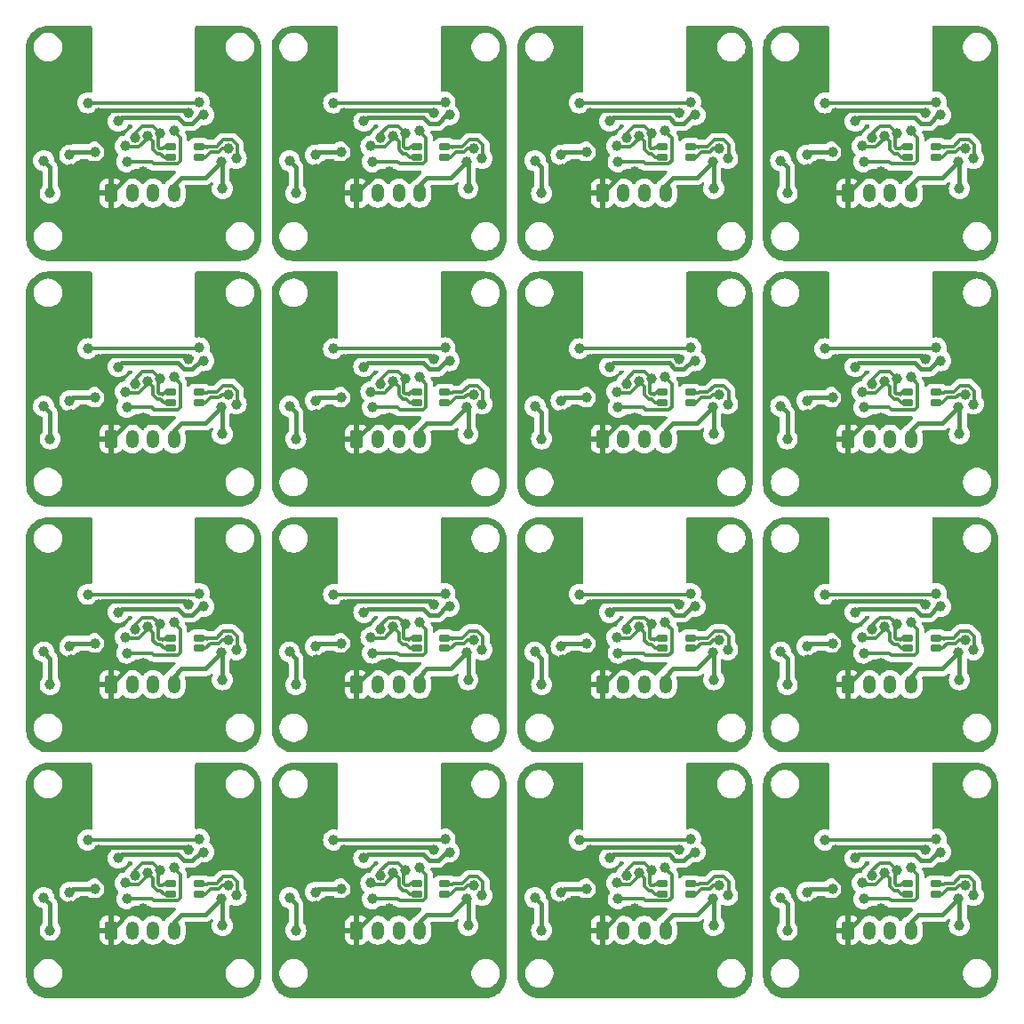
<source format=gbl>
G04 #@! TF.GenerationSoftware,KiCad,Pcbnew,8.0.6*
G04 #@! TF.CreationDate,2024-11-12T16:38:53+01:00*
G04 #@! TF.ProjectId,USB-C_Adapter - nutzen,5553422d-435f-4416-9461-70746572202d,rev?*
G04 #@! TF.SameCoordinates,Original*
G04 #@! TF.FileFunction,Copper,L2,Bot*
G04 #@! TF.FilePolarity,Positive*
%FSLAX46Y46*%
G04 Gerber Fmt 4.6, Leading zero omitted, Abs format (unit mm)*
G04 Created by KiCad (PCBNEW 8.0.6) date 2024-11-12 16:38:53*
%MOMM*%
%LPD*%
G01*
G04 APERTURE LIST*
G04 Aperture macros list*
%AMRoundRect*
0 Rectangle with rounded corners*
0 $1 Rounding radius*
0 $2 $3 $4 $5 $6 $7 $8 $9 X,Y pos of 4 corners*
0 Add a 4 corners polygon primitive as box body*
4,1,4,$2,$3,$4,$5,$6,$7,$8,$9,$2,$3,0*
0 Add four circle primitives for the rounded corners*
1,1,$1+$1,$2,$3*
1,1,$1+$1,$4,$5*
1,1,$1+$1,$6,$7*
1,1,$1+$1,$8,$9*
0 Add four rect primitives between the rounded corners*
20,1,$1+$1,$2,$3,$4,$5,0*
20,1,$1+$1,$4,$5,$6,$7,0*
20,1,$1+$1,$6,$7,$8,$9,0*
20,1,$1+$1,$8,$9,$2,$3,0*%
G04 Aperture macros list end*
G04 #@! TA.AperFunction,ComponentPad*
%ADD10RoundRect,0.250000X-0.350000X-0.625000X0.350000X-0.625000X0.350000X0.625000X-0.350000X0.625000X0*%
G04 #@! TD*
G04 #@! TA.AperFunction,ComponentPad*
%ADD11O,1.200000X1.750000*%
G04 #@! TD*
G04 #@! TA.AperFunction,SMDPad,CuDef*
%ADD12RoundRect,0.120000X-0.430000X-0.180000X0.430000X-0.180000X0.430000X0.180000X-0.430000X0.180000X0*%
G04 #@! TD*
G04 #@! TA.AperFunction,ViaPad*
%ADD13C,1.000000*%
G04 #@! TD*
G04 #@! TA.AperFunction,Conductor*
%ADD14C,0.400000*%
G04 #@! TD*
G04 #@! TA.AperFunction,Conductor*
%ADD15C,0.300000*%
G04 #@! TD*
G04 APERTURE END LIST*
D10*
X170900000Y-157800000D03*
D11*
X172900000Y-157800000D03*
X174900000Y-157800000D03*
X176900000Y-157800000D03*
D10*
X241100000Y-157800000D03*
D11*
X243100000Y-157800000D03*
X245100000Y-157800000D03*
X247100000Y-157800000D03*
D10*
X194300000Y-134400000D03*
D11*
X196300000Y-134400000D03*
X198300000Y-134400000D03*
X200300000Y-134400000D03*
D10*
X217700000Y-181200000D03*
D11*
X219700000Y-181200000D03*
X221700000Y-181200000D03*
X223700000Y-181200000D03*
D10*
X217700000Y-157800000D03*
D11*
X219700000Y-157800000D03*
X221700000Y-157800000D03*
X223700000Y-157800000D03*
D10*
X194300000Y-157800000D03*
D11*
X196300000Y-157800000D03*
X198300000Y-157800000D03*
X200300000Y-157800000D03*
D10*
X194300000Y-111000000D03*
D11*
X196300000Y-111000000D03*
X198300000Y-111000000D03*
X200300000Y-111000000D03*
D10*
X241100000Y-111000000D03*
D11*
X243100000Y-111000000D03*
X245100000Y-111000000D03*
X247100000Y-111000000D03*
D10*
X170900000Y-134400000D03*
D11*
X172900000Y-134400000D03*
X174900000Y-134400000D03*
X176900000Y-134400000D03*
D10*
X241100000Y-134400000D03*
D11*
X243100000Y-134400000D03*
X245100000Y-134400000D03*
X247100000Y-134400000D03*
D10*
X241100000Y-181200000D03*
D11*
X243100000Y-181200000D03*
X245100000Y-181200000D03*
X247100000Y-181200000D03*
D10*
X217700000Y-111000000D03*
D11*
X219700000Y-111000000D03*
X221700000Y-111000000D03*
X223700000Y-111000000D03*
D10*
X194300000Y-181200000D03*
D11*
X196300000Y-181200000D03*
X198300000Y-181200000D03*
X200300000Y-181200000D03*
D10*
X217700000Y-134400000D03*
D11*
X219700000Y-134400000D03*
X221700000Y-134400000D03*
X223700000Y-134400000D03*
D10*
X170900000Y-111000000D03*
D11*
X172900000Y-111000000D03*
X174900000Y-111000000D03*
X176900000Y-111000000D03*
D10*
X170900000Y-181200000D03*
D11*
X172900000Y-181200000D03*
X174900000Y-181200000D03*
X176900000Y-181200000D03*
D12*
X176587500Y-154350000D03*
X179287500Y-154350000D03*
X179287500Y-153350000D03*
X176587500Y-153350000D03*
X199987500Y-130950000D03*
X202687500Y-130950000D03*
X202687500Y-129950000D03*
X199987500Y-129950000D03*
X223387500Y-177750000D03*
X226087500Y-177750000D03*
X226087500Y-176750000D03*
X223387500Y-176750000D03*
X223387500Y-130950000D03*
X226087500Y-130950000D03*
X226087500Y-129950000D03*
X223387500Y-129950000D03*
X223387500Y-107550000D03*
X226087500Y-107550000D03*
X226087500Y-106550000D03*
X223387500Y-106550000D03*
X246787500Y-130950000D03*
X249487500Y-130950000D03*
X249487500Y-129950000D03*
X246787500Y-129950000D03*
X176587500Y-107550000D03*
X179287500Y-107550000D03*
X179287500Y-106550000D03*
X176587500Y-106550000D03*
X246787500Y-107550000D03*
X249487500Y-107550000D03*
X249487500Y-106550000D03*
X246787500Y-106550000D03*
X176587500Y-130950000D03*
X179287500Y-130950000D03*
X179287500Y-129950000D03*
X176587500Y-129950000D03*
X246787500Y-177750000D03*
X249487500Y-177750000D03*
X249487500Y-176750000D03*
X246787500Y-176750000D03*
X223387500Y-154350000D03*
X226087500Y-154350000D03*
X226087500Y-153350000D03*
X223387500Y-153350000D03*
X199987500Y-107550000D03*
X202687500Y-107550000D03*
X202687500Y-106550000D03*
X199987500Y-106550000D03*
X246787500Y-154350000D03*
X249487500Y-154350000D03*
X249487500Y-153350000D03*
X246787500Y-153350000D03*
X199987500Y-177750000D03*
X202687500Y-177750000D03*
X202687500Y-176750000D03*
X199987500Y-176750000D03*
X199987500Y-154350000D03*
X202687500Y-154350000D03*
X202687500Y-153350000D03*
X199987500Y-153350000D03*
X176587500Y-177750000D03*
X179287500Y-177750000D03*
X179287500Y-176750000D03*
X176587500Y-176750000D03*
D13*
X189800000Y-135500000D03*
X190400000Y-100148400D03*
X237300000Y-108650000D03*
X225035010Y-103355899D03*
X190500000Y-178850000D03*
X213800000Y-100148400D03*
X197390503Y-155752999D03*
X237228550Y-125561293D03*
X190428550Y-102161293D03*
X190625000Y-127762180D03*
X213800000Y-123548400D03*
X173990503Y-155752999D03*
X214025000Y-151162180D03*
X213900000Y-155450000D03*
X190500000Y-155450000D03*
X190428550Y-172361293D03*
X244190503Y-179152999D03*
X178235010Y-126755899D03*
X166400000Y-112100000D03*
X236600000Y-182300000D03*
X193122722Y-173555900D03*
X213828550Y-172361293D03*
X167100000Y-132050000D03*
X169722722Y-150155900D03*
X189800000Y-182300000D03*
X173990503Y-132352999D03*
X197390503Y-108952999D03*
X193122722Y-126755900D03*
X167225000Y-174562180D03*
X244190503Y-132352999D03*
X166400000Y-182300000D03*
X166400000Y-135500000D03*
X248435010Y-126755899D03*
X166400000Y-158900000D03*
X178235010Y-103355899D03*
X167000000Y-170348400D03*
X237300000Y-178850000D03*
X213200000Y-135500000D03*
X197390503Y-179152999D03*
X213900000Y-108650000D03*
X248435010Y-103355899D03*
X237228550Y-102161293D03*
X167225000Y-104362180D03*
X244190503Y-155752999D03*
X167028550Y-148961293D03*
X193122722Y-150155900D03*
X225035010Y-173555899D03*
X220790503Y-155752999D03*
X173990503Y-108952999D03*
X169722722Y-103355900D03*
X216522722Y-150155900D03*
X201635010Y-173555899D03*
X201635010Y-126755899D03*
X167100000Y-155450000D03*
X167100000Y-108650000D03*
X237200000Y-170348400D03*
X213828550Y-102161293D03*
X220790503Y-179152999D03*
X214025000Y-174562180D03*
X167028550Y-125561293D03*
X236600000Y-112100000D03*
X216522722Y-126755900D03*
X169722722Y-173555900D03*
X193122722Y-103355900D03*
X178235010Y-173555899D03*
X167100000Y-178850000D03*
X167000000Y-123548400D03*
X173990503Y-179152999D03*
X214025000Y-104362180D03*
X213200000Y-158900000D03*
X201635010Y-150155899D03*
X237200000Y-146948400D03*
X237300000Y-132050000D03*
X213900000Y-178850000D03*
X190400000Y-123548400D03*
X167000000Y-100148400D03*
X190428550Y-148961293D03*
X220790503Y-132352999D03*
X236600000Y-135500000D03*
X237200000Y-100148400D03*
X167225000Y-151162180D03*
X237228550Y-172361293D03*
X190625000Y-104362180D03*
X167028550Y-172361293D03*
X239922722Y-126755900D03*
X237425000Y-104362180D03*
X244190503Y-108952999D03*
X190500000Y-132050000D03*
X213200000Y-112100000D03*
X248435010Y-150155899D03*
X169722722Y-126755900D03*
X214025000Y-127762180D03*
X213828550Y-125561293D03*
X248435010Y-173555899D03*
X237200000Y-123548400D03*
X190400000Y-146948400D03*
X167000000Y-146948400D03*
X239922722Y-150155900D03*
X236600000Y-158900000D03*
X197390503Y-132352999D03*
X190400000Y-170348400D03*
X189800000Y-158900000D03*
X237425000Y-151162180D03*
X237425000Y-174562180D03*
X167028550Y-102161293D03*
X216522722Y-103355900D03*
X190428550Y-125561293D03*
X239922722Y-103355900D03*
X239922722Y-173555900D03*
X189800000Y-112100000D03*
X225035010Y-126755899D03*
X201635010Y-103355899D03*
X190625000Y-151162180D03*
X213900000Y-132050000D03*
X216522722Y-173555900D03*
X178235010Y-150155899D03*
X213828550Y-148961293D03*
X167225000Y-127762180D03*
X237300000Y-155450000D03*
X225035010Y-150155899D03*
X237228550Y-148961293D03*
X213800000Y-170348400D03*
X190500000Y-108650000D03*
X190625000Y-174562180D03*
X220790503Y-108952999D03*
X213800000Y-146948400D03*
X213200000Y-182300000D03*
X237425000Y-127762180D03*
X202700000Y-172525000D03*
X179300000Y-125725000D03*
X192094000Y-125800000D03*
X202700000Y-125725000D03*
X238894000Y-102400000D03*
X179300000Y-172525000D03*
X238894000Y-149200000D03*
X202700000Y-149125000D03*
X202700000Y-102325000D03*
X215494000Y-172600000D03*
X226100000Y-172525000D03*
X226100000Y-149125000D03*
X168694000Y-125800000D03*
X179300000Y-149125000D03*
X168694000Y-149200000D03*
X249500000Y-125725000D03*
X238894000Y-172600000D03*
X192094000Y-102400000D03*
X215494000Y-125800000D03*
X179300000Y-102325000D03*
X192094000Y-149200000D03*
X249500000Y-172525000D03*
X168694000Y-102400000D03*
X168694000Y-172600000D03*
X249500000Y-102325000D03*
X215494000Y-149200000D03*
X226100000Y-125725000D03*
X238894000Y-125800000D03*
X215494000Y-102400000D03*
X249500000Y-149125000D03*
X192094000Y-172600000D03*
X226100000Y-102325000D03*
X169421294Y-177250000D03*
X237163909Y-154157141D03*
X213763909Y-177557141D03*
X249921623Y-103554732D03*
X237163909Y-107357141D03*
X169421294Y-107050000D03*
X194974915Y-150918770D03*
X166963909Y-154157141D03*
X237163909Y-130757141D03*
X216221294Y-153850000D03*
X166963909Y-107357141D03*
X171574915Y-127518770D03*
X190363909Y-107357141D03*
X171574915Y-174318770D03*
X203121623Y-173754732D03*
X179721623Y-150354732D03*
X241774915Y-174318770D03*
X226521623Y-173754732D03*
X194974915Y-127518770D03*
X203121623Y-126954732D03*
X241774915Y-150918770D03*
X218374915Y-104118770D03*
X192821294Y-107050000D03*
X213763909Y-154157141D03*
X192821294Y-130450000D03*
X239621294Y-177250000D03*
X192821294Y-153850000D03*
X239621294Y-130450000D03*
X241774915Y-127518770D03*
X179721623Y-126954732D03*
X216221294Y-107050000D03*
X249921623Y-150354732D03*
X190363909Y-130757141D03*
X194974915Y-174318770D03*
X166963909Y-177557141D03*
X216221294Y-177250000D03*
X194974915Y-104118770D03*
X237163909Y-177557141D03*
X169421294Y-130450000D03*
X218374915Y-150918770D03*
X226521623Y-126954732D03*
X190363909Y-177557141D03*
X249921623Y-173754732D03*
X226521623Y-103554732D03*
X218374915Y-127518770D03*
X249921623Y-126954732D03*
X192821294Y-177250000D03*
X166963909Y-130757141D03*
X216221294Y-130450000D03*
X218374915Y-174318770D03*
X213763909Y-130757141D03*
X190363909Y-154157141D03*
X239621294Y-153850000D03*
X241774915Y-104118770D03*
X203121623Y-103554732D03*
X171574915Y-104118770D03*
X239621294Y-107050000D03*
X169421294Y-153850000D03*
X179721623Y-173754732D03*
X226521623Y-150354732D03*
X179721623Y-103554732D03*
X203121623Y-150354732D03*
X213763909Y-107357141D03*
X171574915Y-150918770D03*
X188500000Y-111000000D03*
X234681307Y-107890000D03*
X234681307Y-131290000D03*
X234681307Y-154690000D03*
X188500000Y-134400000D03*
X187881307Y-178090000D03*
X234681307Y-178090000D03*
X228300000Y-110550000D03*
X204900000Y-157350000D03*
X188500000Y-181200000D03*
X251609392Y-154765889D03*
X228209392Y-131365889D03*
X211900000Y-134400000D03*
X211281307Y-178090000D03*
X181409392Y-178165889D03*
X235300000Y-157800000D03*
X251700000Y-157350000D03*
X164481307Y-107890000D03*
X235300000Y-181200000D03*
X204809392Y-154765889D03*
X251700000Y-180750000D03*
X181500000Y-180750000D03*
X165100000Y-134400000D03*
X164481307Y-178090000D03*
X181409392Y-107965889D03*
X211900000Y-181200000D03*
X204809392Y-178165889D03*
X251700000Y-133950000D03*
X251609392Y-107965889D03*
X251609392Y-131365889D03*
X204900000Y-133950000D03*
X165100000Y-157800000D03*
X165100000Y-181200000D03*
X164481307Y-131290000D03*
X204809392Y-107965889D03*
X228300000Y-133950000D03*
X228300000Y-180750000D03*
X181500000Y-157350000D03*
X187881307Y-131290000D03*
X251609392Y-178165889D03*
X211900000Y-111000000D03*
X211281307Y-131290000D03*
X204900000Y-180750000D03*
X228300000Y-157350000D03*
X204900000Y-110550000D03*
X164481307Y-154690000D03*
X165100000Y-111000000D03*
X181409392Y-154765889D03*
X228209392Y-154765889D03*
X211900000Y-157800000D03*
X235300000Y-111000000D03*
X187881307Y-154690000D03*
X235300000Y-134400000D03*
X211281307Y-107890000D03*
X188500000Y-157800000D03*
X251700000Y-110550000D03*
X228209392Y-178165889D03*
X228209392Y-107965889D03*
X181409392Y-131365889D03*
X181500000Y-133950000D03*
X187881307Y-107890000D03*
X211281307Y-154690000D03*
X204809392Y-131365889D03*
X181500000Y-110550000D03*
X242598859Y-108002007D03*
X195798859Y-178202007D03*
X195798859Y-131402007D03*
X219198859Y-178202007D03*
X223679046Y-175255899D03*
X200279046Y-175255899D03*
X200279046Y-105055899D03*
X176879046Y-105055899D03*
X176879046Y-128455899D03*
X219198859Y-131402007D03*
X247079046Y-151855899D03*
X172398859Y-131402007D03*
X247079046Y-175255899D03*
X242598859Y-131402007D03*
X242598859Y-178202007D03*
X172398859Y-108002007D03*
X176879046Y-175255899D03*
X219198859Y-154802007D03*
X172398859Y-178202007D03*
X200279046Y-151855899D03*
X223679046Y-128455899D03*
X247079046Y-128455899D03*
X223679046Y-105055899D03*
X200279046Y-128455899D03*
X247079046Y-105055899D03*
X176879046Y-151855899D03*
X172398859Y-154802007D03*
X195798859Y-154802007D03*
X242598859Y-154802007D03*
X219198859Y-108002007D03*
X195798859Y-108002007D03*
X223679046Y-151855899D03*
X197773390Y-105517982D03*
X244573390Y-128917982D03*
X219054339Y-176694002D03*
X242454339Y-176694002D03*
X219054339Y-129894002D03*
X172254339Y-129894002D03*
X242454339Y-153294002D03*
X174373390Y-175717982D03*
X219054339Y-153294002D03*
X195654339Y-153294002D03*
X195654339Y-176694002D03*
X197773390Y-152317982D03*
X174373390Y-128917982D03*
X219054339Y-106494002D03*
X195654339Y-106494002D03*
X221173390Y-175717982D03*
X172254339Y-106494002D03*
X242454339Y-106494002D03*
X172254339Y-176694002D03*
X242454339Y-129894002D03*
X221173390Y-152317982D03*
X174373390Y-152317982D03*
X244573390Y-105517982D03*
X244573390Y-152317982D03*
X174373390Y-105517982D03*
X221173390Y-105517982D03*
X172254339Y-153294002D03*
X195654339Y-129894002D03*
X221173390Y-128917982D03*
X244573390Y-175717982D03*
X197773390Y-128917982D03*
X197773390Y-175717982D03*
X175544360Y-152055632D03*
X222344360Y-175455632D03*
X243396090Y-175950287D03*
X219996090Y-152550287D03*
X245744360Y-152055632D03*
X198944360Y-175455632D03*
X245744360Y-128655632D03*
X175544360Y-128655632D03*
X243396090Y-152550287D03*
X173196090Y-175950287D03*
X198944360Y-128655632D03*
X219996090Y-129150287D03*
X173196090Y-129150287D03*
X175544360Y-105255632D03*
X219996090Y-175950287D03*
X222344360Y-128655632D03*
X219996090Y-105750287D03*
X173196090Y-152550287D03*
X243396090Y-129150287D03*
X198944360Y-152055632D03*
X196596090Y-175950287D03*
X175544360Y-175455632D03*
X245744360Y-175455632D03*
X245744360Y-105255632D03*
X222344360Y-152055632D03*
X243396090Y-105750287D03*
X196596090Y-129150287D03*
X222344360Y-105255632D03*
X196596090Y-152550287D03*
X196596090Y-105750287D03*
X173196090Y-105750287D03*
X198944360Y-105255632D03*
X182055686Y-106757768D03*
X252255686Y-153557768D03*
X252255686Y-176957768D03*
X205455686Y-130157768D03*
X228855686Y-176957768D03*
X252255686Y-130157768D03*
X182055686Y-153557768D03*
X252255686Y-106757768D03*
X228855686Y-106757768D03*
X228855686Y-153557768D03*
X182055686Y-176957768D03*
X182055686Y-130157768D03*
X205455686Y-153557768D03*
X228855686Y-130157768D03*
X205455686Y-106757768D03*
X205455686Y-176957768D03*
X206229477Y-131074967D03*
X229629477Y-177874967D03*
X229629477Y-154474967D03*
X206229477Y-154474967D03*
X253029477Y-177874967D03*
X229629477Y-131074967D03*
X206229477Y-177874967D03*
X182829477Y-131074967D03*
X206229477Y-107674967D03*
X253029477Y-131074967D03*
X182829477Y-177874967D03*
X182829477Y-154474967D03*
X253029477Y-154474967D03*
X229629477Y-107674967D03*
X182829477Y-107674967D03*
X253029477Y-107674967D03*
D14*
X193422722Y-103055900D02*
X193122722Y-103355900D01*
X240222722Y-173255900D02*
X239922722Y-173555900D01*
X189800000Y-112100000D02*
X190900000Y-111000000D01*
X190400000Y-172332743D02*
X190428550Y-172361293D01*
X172947001Y-179152999D02*
X170900000Y-181200000D01*
X217221294Y-106635786D02*
X217221294Y-107464214D01*
X244190503Y-155752999D02*
X243147001Y-155752999D01*
X216822722Y-173255900D02*
X216522722Y-173555900D01*
X167000000Y-170348400D02*
X167000000Y-172332743D01*
X213200000Y-135500000D02*
X213900000Y-134800000D01*
X201335011Y-173255900D02*
X193422722Y-173255900D01*
X236600000Y-135500000D02*
X237300000Y-134800000D01*
X167000000Y-123548400D02*
X167000000Y-125532743D01*
X214450000Y-178300000D02*
X213900000Y-178850000D01*
X244190503Y-179152999D02*
X243147001Y-179152999D01*
X244190503Y-108952999D02*
X243147001Y-108952999D01*
X214947688Y-174562180D02*
X217221294Y-176835786D01*
X190900000Y-157800000D02*
X194300000Y-157800000D01*
X168147688Y-127762180D02*
X170421294Y-130035786D01*
X240621294Y-176835786D02*
X240621294Y-177664214D01*
X196347001Y-155752999D02*
X194300000Y-157800000D01*
X217221294Y-107464214D02*
X216585508Y-108100000D01*
X237700000Y-181200000D02*
X241100000Y-181200000D01*
X213800000Y-172332743D02*
X213828550Y-172361293D01*
X172947001Y-132352999D02*
X170900000Y-134400000D01*
X213200000Y-135500000D02*
X214300000Y-134400000D01*
X237300000Y-158200000D02*
X237300000Y-155450000D01*
X168147688Y-151162180D02*
X170421294Y-153435786D01*
X166400000Y-112100000D02*
X167500000Y-111000000D01*
X214947688Y-127762180D02*
X217221294Y-130035786D01*
X216585508Y-108100000D02*
X214450000Y-108100000D01*
X166400000Y-112100000D02*
X167100000Y-111400000D01*
X239985508Y-154900000D02*
X237850000Y-154900000D01*
X214450000Y-108100000D02*
X213900000Y-108650000D01*
X219747001Y-155752999D02*
X217700000Y-157800000D01*
X214300000Y-111000000D02*
X217700000Y-111000000D01*
X167500000Y-134400000D02*
X170900000Y-134400000D01*
X190500000Y-134800000D02*
X190500000Y-132050000D01*
X243147001Y-132352999D02*
X241100000Y-134400000D01*
X168147688Y-174562180D02*
X170421294Y-176835786D01*
X237200000Y-170348400D02*
X237200000Y-172332743D01*
X167500000Y-157800000D02*
X170900000Y-157800000D01*
X167000000Y-146948400D02*
X167000000Y-148932743D01*
X167650000Y-178300000D02*
X167100000Y-178850000D01*
X170022722Y-149855900D02*
X169722722Y-150155900D01*
X213800000Y-170348400D02*
X213800000Y-172332743D01*
X240222722Y-126455900D02*
X239922722Y-126755900D01*
X178235010Y-150155899D02*
X177935011Y-149855900D01*
X189800000Y-158900000D02*
X190900000Y-157800000D01*
X167100000Y-111400000D02*
X167100000Y-108650000D01*
X178235010Y-173555899D02*
X177935011Y-173255900D01*
X190400000Y-146948400D02*
X190400000Y-148932743D01*
X236600000Y-158900000D02*
X237300000Y-158200000D01*
X214300000Y-134400000D02*
X217700000Y-134400000D01*
X214025000Y-151162180D02*
X214947688Y-151162180D01*
X193821294Y-153435786D02*
X193821294Y-154264214D01*
X237850000Y-154900000D02*
X237300000Y-155450000D01*
X173990503Y-155752999D02*
X172947001Y-155752999D01*
X225035010Y-126755899D02*
X224735011Y-126455900D01*
X170421294Y-177664214D02*
X169785508Y-178300000D01*
X166400000Y-158900000D02*
X167100000Y-158200000D01*
X189800000Y-135500000D02*
X190500000Y-134800000D01*
X196347001Y-108952999D02*
X194300000Y-111000000D01*
X167000000Y-102132743D02*
X167028550Y-102161293D01*
X237200000Y-123548400D02*
X237200000Y-125532743D01*
X213200000Y-158900000D02*
X214300000Y-157800000D01*
X167500000Y-181200000D02*
X170900000Y-181200000D01*
X190500000Y-111400000D02*
X190500000Y-108650000D01*
X193422722Y-149855900D02*
X193122722Y-150155900D01*
X189800000Y-182300000D02*
X190900000Y-181200000D01*
X177935011Y-149855900D02*
X170022722Y-149855900D01*
X169785508Y-108100000D02*
X167650000Y-108100000D01*
X237700000Y-111000000D02*
X241100000Y-111000000D01*
X248435010Y-126755899D02*
X248135011Y-126455900D01*
X214300000Y-157800000D02*
X217700000Y-157800000D01*
X167225000Y-104362180D02*
X168147688Y-104362180D01*
X170022722Y-173255900D02*
X169722722Y-173555900D01*
X237425000Y-104362180D02*
X238347688Y-104362180D01*
X190900000Y-111000000D02*
X194300000Y-111000000D01*
X216585508Y-131500000D02*
X214450000Y-131500000D01*
X217221294Y-154264214D02*
X216585508Y-154900000D01*
X193185508Y-154900000D02*
X191050000Y-154900000D01*
X167500000Y-111000000D02*
X170900000Y-111000000D01*
X236600000Y-112100000D02*
X237700000Y-111000000D01*
X225035010Y-103355899D02*
X224735011Y-103055900D01*
X213900000Y-158200000D02*
X213900000Y-155450000D01*
X240621294Y-130864214D02*
X239985508Y-131500000D01*
X166400000Y-158900000D02*
X167500000Y-157800000D01*
X191050000Y-178300000D02*
X190500000Y-178850000D01*
X170421294Y-130035786D02*
X170421294Y-130864214D01*
X248435010Y-103355899D02*
X248135011Y-103055900D01*
X238347688Y-151162180D02*
X240621294Y-153435786D01*
X214947688Y-104362180D02*
X217221294Y-106635786D01*
X190625000Y-104362180D02*
X191547688Y-104362180D01*
X177935011Y-126455900D02*
X170022722Y-126455900D01*
X237850000Y-108100000D02*
X237300000Y-108650000D01*
X236600000Y-182300000D02*
X237300000Y-181600000D01*
X191547688Y-104362180D02*
X193821294Y-106635786D01*
X240222722Y-149855900D02*
X239922722Y-150155900D01*
X216822722Y-149855900D02*
X216522722Y-150155900D01*
X220790503Y-155752999D02*
X219747001Y-155752999D01*
X190900000Y-134400000D02*
X194300000Y-134400000D01*
X190500000Y-158200000D02*
X190500000Y-155450000D01*
X170421294Y-176835786D02*
X170421294Y-177664214D01*
X213800000Y-123548400D02*
X213800000Y-125532743D01*
X237200000Y-172332743D02*
X237228550Y-172361293D01*
X217221294Y-153435786D02*
X217221294Y-154264214D01*
X196347001Y-132352999D02*
X194300000Y-134400000D01*
X224735011Y-173255900D02*
X216822722Y-173255900D01*
X214025000Y-104362180D02*
X214947688Y-104362180D01*
X238347688Y-127762180D02*
X240621294Y-130035786D01*
X236600000Y-182300000D02*
X237700000Y-181200000D01*
X238347688Y-174562180D02*
X240621294Y-176835786D01*
X201335011Y-126455900D02*
X193422722Y-126455900D01*
X167000000Y-172332743D02*
X167028550Y-172361293D01*
X237200000Y-125532743D02*
X237228550Y-125561293D01*
X167225000Y-127762180D02*
X168147688Y-127762180D01*
X170022722Y-126455900D02*
X169722722Y-126755900D01*
X193821294Y-107464214D02*
X193185508Y-108100000D01*
X248435010Y-173555899D02*
X248135011Y-173255900D01*
X216822722Y-103055900D02*
X216522722Y-103355900D01*
X193821294Y-106635786D02*
X193821294Y-107464214D01*
X173990503Y-179152999D02*
X172947001Y-179152999D01*
X219747001Y-179152999D02*
X217700000Y-181200000D01*
X220790503Y-108952999D02*
X219747001Y-108952999D01*
X214947688Y-151162180D02*
X217221294Y-153435786D01*
X248135011Y-149855900D02*
X240222722Y-149855900D01*
X193821294Y-154264214D02*
X193185508Y-154900000D01*
X190400000Y-123548400D02*
X190400000Y-125532743D01*
X193422722Y-126455900D02*
X193122722Y-126755900D01*
X173990503Y-108952999D02*
X172947001Y-108952999D01*
X217221294Y-177664214D02*
X216585508Y-178300000D01*
X201635010Y-150155899D02*
X201335011Y-149855900D01*
X213800000Y-125532743D02*
X213828550Y-125561293D01*
X237200000Y-100148400D02*
X237200000Y-102132743D01*
X166400000Y-135500000D02*
X167100000Y-134800000D01*
X237700000Y-157800000D02*
X241100000Y-157800000D01*
X167100000Y-181600000D02*
X167100000Y-178850000D01*
X190400000Y-102132743D02*
X190428550Y-102161293D01*
X224735011Y-103055900D02*
X216822722Y-103055900D01*
X177935011Y-103055900D02*
X170022722Y-103055900D01*
X214450000Y-154900000D02*
X213900000Y-155450000D01*
X170421294Y-107464214D02*
X169785508Y-108100000D01*
X214025000Y-174562180D02*
X214947688Y-174562180D01*
X243147001Y-155752999D02*
X241100000Y-157800000D01*
X191050000Y-131500000D02*
X190500000Y-132050000D01*
X173990503Y-132352999D02*
X172947001Y-132352999D01*
X178235010Y-126755899D02*
X177935011Y-126455900D01*
X219747001Y-108952999D02*
X217700000Y-111000000D01*
X191050000Y-108100000D02*
X190500000Y-108650000D01*
X236600000Y-158900000D02*
X237700000Y-157800000D01*
X170421294Y-153435786D02*
X170421294Y-154264214D01*
X237300000Y-111400000D02*
X237300000Y-108650000D01*
X239985508Y-131500000D02*
X237850000Y-131500000D01*
X190400000Y-170348400D02*
X190400000Y-172332743D01*
X243147001Y-179152999D02*
X241100000Y-181200000D01*
X197390503Y-179152999D02*
X196347001Y-179152999D01*
X240621294Y-130035786D02*
X240621294Y-130864214D01*
X201635010Y-173555899D02*
X201335011Y-173255900D01*
X167000000Y-148932743D02*
X167028550Y-148961293D01*
X197390503Y-155752999D02*
X196347001Y-155752999D01*
X248135011Y-126455900D02*
X240222722Y-126455900D01*
X170022722Y-103055900D02*
X169722722Y-103355900D01*
X217221294Y-130035786D02*
X217221294Y-130864214D01*
X213200000Y-112100000D02*
X214300000Y-111000000D01*
X240621294Y-177664214D02*
X239985508Y-178300000D01*
X213800000Y-148932743D02*
X213828550Y-148961293D01*
X239985508Y-108100000D02*
X237850000Y-108100000D01*
X237700000Y-134400000D02*
X241100000Y-134400000D01*
X236600000Y-135500000D02*
X237700000Y-134400000D01*
X167650000Y-154900000D02*
X167100000Y-155450000D01*
X190400000Y-125532743D02*
X190428550Y-125561293D01*
X190625000Y-127762180D02*
X191547688Y-127762180D01*
X240621294Y-153435786D02*
X240621294Y-154264214D01*
X237425000Y-127762180D02*
X238347688Y-127762180D01*
X213800000Y-146948400D02*
X213800000Y-148932743D01*
X224735011Y-149855900D02*
X216822722Y-149855900D01*
X213200000Y-182300000D02*
X214300000Y-181200000D01*
X177935011Y-173255900D02*
X170022722Y-173255900D01*
X193821294Y-130864214D02*
X193185508Y-131500000D01*
X190625000Y-151162180D02*
X191547688Y-151162180D01*
X243147001Y-108952999D02*
X241100000Y-111000000D01*
X169785508Y-131500000D02*
X167650000Y-131500000D01*
X189800000Y-158900000D02*
X190500000Y-158200000D01*
X166400000Y-182300000D02*
X167100000Y-181600000D01*
X219747001Y-132352999D02*
X217700000Y-134400000D01*
X193821294Y-130035786D02*
X193821294Y-130864214D01*
X238347688Y-104362180D02*
X240621294Y-106635786D01*
X240621294Y-154264214D02*
X239985508Y-154900000D01*
X201635010Y-103355899D02*
X201335011Y-103055900D01*
X213800000Y-102132743D02*
X213828550Y-102161293D01*
X213200000Y-112100000D02*
X213900000Y-111400000D01*
X248435010Y-150155899D02*
X248135011Y-149855900D01*
X236600000Y-112100000D02*
X237300000Y-111400000D01*
X169785508Y-154900000D02*
X167650000Y-154900000D01*
X244190503Y-132352999D02*
X243147001Y-132352999D01*
X213900000Y-111400000D02*
X213900000Y-108650000D01*
X167100000Y-134800000D02*
X167100000Y-132050000D01*
X189800000Y-182300000D02*
X190500000Y-181600000D01*
X216822722Y-126455900D02*
X216522722Y-126755900D01*
X193185508Y-178300000D02*
X191050000Y-178300000D01*
X213900000Y-181600000D02*
X213900000Y-178850000D01*
X170421294Y-106635786D02*
X170421294Y-107464214D01*
X213900000Y-134800000D02*
X213900000Y-132050000D01*
X167000000Y-100148400D02*
X167000000Y-102132743D01*
X216585508Y-154900000D02*
X214450000Y-154900000D01*
X170421294Y-130864214D02*
X169785508Y-131500000D01*
X167000000Y-125532743D02*
X167028550Y-125561293D01*
X240222722Y-103055900D02*
X239922722Y-103355900D01*
X240621294Y-106635786D02*
X240621294Y-107464214D01*
X168147688Y-104362180D02*
X170421294Y-106635786D01*
X224735011Y-126455900D02*
X216822722Y-126455900D01*
X189800000Y-112100000D02*
X190500000Y-111400000D01*
X214300000Y-181200000D02*
X217700000Y-181200000D01*
X216585508Y-178300000D02*
X214450000Y-178300000D01*
X237850000Y-131500000D02*
X237300000Y-132050000D01*
X166400000Y-182300000D02*
X167500000Y-181200000D01*
X170421294Y-154264214D02*
X169785508Y-154900000D01*
X240621294Y-107464214D02*
X239985508Y-108100000D01*
X172947001Y-108952999D02*
X170900000Y-111000000D01*
X237850000Y-178300000D02*
X237300000Y-178850000D01*
X190400000Y-100148400D02*
X190400000Y-102132743D01*
X167225000Y-151162180D02*
X168147688Y-151162180D01*
X201335011Y-103055900D02*
X193422722Y-103055900D01*
X225035010Y-173555899D02*
X224735011Y-173255900D01*
X169785508Y-178300000D02*
X167650000Y-178300000D01*
X178235010Y-103355899D02*
X177935011Y-103055900D01*
X214025000Y-127762180D02*
X214947688Y-127762180D01*
X248135011Y-173255900D02*
X240222722Y-173255900D01*
X220790503Y-132352999D02*
X219747001Y-132352999D01*
X190400000Y-148932743D02*
X190428550Y-148961293D01*
X220790503Y-179152999D02*
X219747001Y-179152999D01*
X172947001Y-155752999D02*
X170900000Y-157800000D01*
X197390503Y-132352999D02*
X196347001Y-132352999D01*
X167100000Y-158200000D02*
X167100000Y-155450000D01*
X196347001Y-179152999D02*
X194300000Y-181200000D01*
X190900000Y-181200000D02*
X194300000Y-181200000D01*
X197390503Y-108952999D02*
X196347001Y-108952999D01*
X237200000Y-102132743D02*
X237228550Y-102161293D01*
X167225000Y-174562180D02*
X168147688Y-174562180D01*
X237425000Y-174562180D02*
X238347688Y-174562180D01*
X191547688Y-174562180D02*
X193821294Y-176835786D01*
X193185508Y-108100000D02*
X191050000Y-108100000D01*
X237300000Y-134800000D02*
X237300000Y-132050000D01*
X167650000Y-108100000D02*
X167100000Y-108650000D01*
X213200000Y-158900000D02*
X213900000Y-158200000D01*
X237300000Y-181600000D02*
X237300000Y-178850000D01*
X239985508Y-178300000D02*
X237850000Y-178300000D01*
X225035010Y-150155899D02*
X224735011Y-149855900D01*
X213200000Y-182300000D02*
X213900000Y-181600000D01*
X189800000Y-135500000D02*
X190900000Y-134400000D01*
X190625000Y-174562180D02*
X191547688Y-174562180D01*
X167650000Y-131500000D02*
X167100000Y-132050000D01*
X217221294Y-130864214D02*
X216585508Y-131500000D01*
X191050000Y-154900000D02*
X190500000Y-155450000D01*
X193185508Y-131500000D02*
X191050000Y-131500000D01*
X191547688Y-151162180D02*
X193821294Y-153435786D01*
X201335011Y-149855900D02*
X193422722Y-149855900D01*
X237200000Y-148932743D02*
X237228550Y-148961293D01*
X217221294Y-176835786D02*
X217221294Y-177664214D01*
X237200000Y-146948400D02*
X237200000Y-148932743D01*
X193821294Y-177664214D02*
X193185508Y-178300000D01*
X193821294Y-176835786D02*
X193821294Y-177664214D01*
X237425000Y-151162180D02*
X238347688Y-151162180D01*
X214450000Y-131500000D02*
X213900000Y-132050000D01*
X201635010Y-126755899D02*
X201335011Y-126455900D01*
X166400000Y-135500000D02*
X167500000Y-134400000D01*
X193422722Y-173255900D02*
X193122722Y-173555900D01*
X191547688Y-127762180D02*
X193821294Y-130035786D01*
X213800000Y-100148400D02*
X213800000Y-102132743D01*
X190500000Y-181600000D02*
X190500000Y-178850000D01*
X248135011Y-103055900D02*
X240222722Y-103055900D01*
D15*
X238894000Y-102400000D02*
X238899900Y-102405900D01*
X168694000Y-102400000D02*
X168699900Y-102405900D01*
X215494000Y-125800000D02*
X215499900Y-125805900D01*
X215494000Y-172600000D02*
X215499900Y-172605900D01*
X168699900Y-172605900D02*
X179219100Y-172605900D01*
X192094000Y-172600000D02*
X192099900Y-172605900D01*
X179219100Y-149205900D02*
X179300000Y-149125000D01*
X215494000Y-149200000D02*
X215499900Y-149205900D01*
X192094000Y-125800000D02*
X192099900Y-125805900D01*
X226019100Y-172605900D02*
X226100000Y-172525000D01*
X202619100Y-149205900D02*
X202700000Y-149125000D01*
X226019100Y-125805900D02*
X226100000Y-125725000D01*
X226019100Y-149205900D02*
X226100000Y-149125000D01*
X192099900Y-102405900D02*
X202619100Y-102405900D01*
X215499900Y-125805900D02*
X226019100Y-125805900D01*
X249419100Y-149205900D02*
X249500000Y-149125000D01*
X202619100Y-172605900D02*
X202700000Y-172525000D01*
X168694000Y-172600000D02*
X168699900Y-172605900D01*
X179219100Y-125805900D02*
X179300000Y-125725000D01*
X202619100Y-102405900D02*
X202700000Y-102325000D01*
X168694000Y-125800000D02*
X168699900Y-125805900D01*
X168699900Y-102405900D02*
X179219100Y-102405900D01*
X168699900Y-149205900D02*
X179219100Y-149205900D01*
X238899900Y-149205900D02*
X249419100Y-149205900D01*
X215499900Y-102405900D02*
X226019100Y-102405900D01*
X249419100Y-172605900D02*
X249500000Y-172525000D01*
X192099900Y-125805900D02*
X202619100Y-125805900D01*
X249419100Y-102405900D02*
X249500000Y-102325000D01*
X238899900Y-102405900D02*
X249419100Y-102405900D01*
X215499900Y-172605900D02*
X226019100Y-172605900D01*
X238899900Y-172605900D02*
X249419100Y-172605900D01*
X215494000Y-102400000D02*
X215499900Y-102405900D01*
X168694000Y-149200000D02*
X168699900Y-149205900D01*
X238894000Y-172600000D02*
X238899900Y-172605900D01*
X238899900Y-125805900D02*
X249419100Y-125805900D01*
X249419100Y-125805900D02*
X249500000Y-125725000D01*
X238894000Y-125800000D02*
X238899900Y-125805900D01*
X179219100Y-102405900D02*
X179300000Y-102325000D01*
X179219100Y-172605900D02*
X179300000Y-172525000D01*
X226019100Y-102405900D02*
X226100000Y-102325000D01*
X192099900Y-172605900D02*
X202619100Y-172605900D01*
X192094000Y-102400000D02*
X192099900Y-102405900D01*
X192094000Y-149200000D02*
X192099900Y-149205900D01*
X192099900Y-149205900D02*
X202619100Y-149205900D01*
X215499900Y-149205900D02*
X226019100Y-149205900D01*
X238894000Y-149200000D02*
X238899900Y-149205900D01*
X202619100Y-125805900D02*
X202700000Y-125725000D01*
X168699900Y-125805900D02*
X179219100Y-125805900D01*
D14*
X202850393Y-126954732D02*
X202049225Y-127755900D01*
X177235011Y-173970114D02*
X177235011Y-173955900D01*
X226250393Y-173754732D02*
X225449225Y-174555900D01*
X166963909Y-107357141D02*
X167271050Y-107050000D01*
X166963909Y-154157141D02*
X167271050Y-153850000D01*
X226521623Y-173754732D02*
X226250393Y-173754732D01*
X190671050Y-177250000D02*
X192821294Y-177250000D01*
X195337785Y-173955900D02*
X194974915Y-174318770D01*
X224035011Y-173970114D02*
X224035011Y-173955900D01*
X226521623Y-126954732D02*
X226250393Y-126954732D01*
X195337785Y-127155900D02*
X194974915Y-127518770D01*
X248849225Y-127755900D02*
X248020797Y-127755900D01*
X224035011Y-173955900D02*
X218737785Y-173955900D01*
X202049225Y-151155900D02*
X201220797Y-151155900D01*
X226521623Y-150354732D02*
X226250393Y-150354732D01*
X226250393Y-126954732D02*
X225449225Y-127755900D01*
X214071050Y-153850000D02*
X216221294Y-153850000D01*
X224035011Y-103770114D02*
X224035011Y-103755900D01*
X224035011Y-150555900D02*
X218737785Y-150555900D01*
X225449225Y-151155900D02*
X224620797Y-151155900D01*
X226521623Y-103554732D02*
X226250393Y-103554732D01*
X166963909Y-130757141D02*
X167271050Y-130450000D01*
X248020797Y-174555900D02*
X247435011Y-173970114D01*
X177235011Y-150570114D02*
X177235011Y-150555900D01*
X224035011Y-127170114D02*
X224035011Y-127155900D01*
X225449225Y-127755900D02*
X224620797Y-127755900D01*
X177235011Y-103770114D02*
X177235011Y-103755900D01*
X247435011Y-103755900D02*
X242137785Y-103755900D01*
X249650393Y-126954732D02*
X248849225Y-127755900D01*
X224620797Y-151155900D02*
X224035011Y-150570114D01*
X190671050Y-107050000D02*
X192821294Y-107050000D01*
X166963909Y-177557141D02*
X167271050Y-177250000D01*
X200635011Y-103770114D02*
X200635011Y-103755900D01*
X249921623Y-150354732D02*
X249650393Y-150354732D01*
X247435011Y-127170114D02*
X247435011Y-127155900D01*
X248020797Y-104355900D02*
X247435011Y-103770114D01*
X237163909Y-177557141D02*
X237471050Y-177250000D01*
X179721623Y-173754732D02*
X179450393Y-173754732D01*
X171937785Y-173955900D02*
X171574915Y-174318770D01*
X167271050Y-107050000D02*
X169421294Y-107050000D01*
X203121623Y-173754732D02*
X202850393Y-173754732D01*
X213763909Y-130757141D02*
X214071050Y-130450000D01*
X237163909Y-154157141D02*
X237471050Y-153850000D01*
X178649225Y-151155900D02*
X177820797Y-151155900D01*
X179721623Y-103554732D02*
X179450393Y-103554732D01*
X249650393Y-103554732D02*
X248849225Y-104355900D01*
X179450393Y-173754732D02*
X178649225Y-174555900D01*
X226250393Y-150354732D02*
X225449225Y-151155900D01*
X224035011Y-150570114D02*
X224035011Y-150555900D01*
X224620797Y-104355900D02*
X224035011Y-103770114D01*
X202850393Y-103554732D02*
X202049225Y-104355900D01*
X218737785Y-127155900D02*
X218374915Y-127518770D01*
X203121623Y-103554732D02*
X202850393Y-103554732D01*
X190671050Y-153850000D02*
X192821294Y-153850000D01*
X177235011Y-103755900D02*
X171937785Y-103755900D01*
X178649225Y-127755900D02*
X177820797Y-127755900D01*
X200635011Y-127155900D02*
X195337785Y-127155900D01*
X190363909Y-177557141D02*
X190671050Y-177250000D01*
X226250393Y-103554732D02*
X225449225Y-104355900D01*
X225449225Y-104355900D02*
X224620797Y-104355900D01*
X195337785Y-103755900D02*
X194974915Y-104118770D01*
X202850393Y-173754732D02*
X202049225Y-174555900D01*
X201220797Y-151155900D02*
X200635011Y-150570114D01*
X213763909Y-107357141D02*
X214071050Y-107050000D01*
X177235011Y-173955900D02*
X171937785Y-173955900D01*
X195337785Y-150555900D02*
X194974915Y-150918770D01*
X213763909Y-177557141D02*
X214071050Y-177250000D01*
X167271050Y-153850000D02*
X169421294Y-153850000D01*
X218737785Y-173955900D02*
X218374915Y-174318770D01*
X237471050Y-153850000D02*
X239621294Y-153850000D01*
X171937785Y-150555900D02*
X171574915Y-150918770D01*
X214071050Y-107050000D02*
X216221294Y-107050000D01*
X224035011Y-103755900D02*
X218737785Y-103755900D01*
X167271050Y-130450000D02*
X169421294Y-130450000D01*
X242137785Y-150555900D02*
X241774915Y-150918770D01*
X247435011Y-150555900D02*
X242137785Y-150555900D01*
X249921623Y-173754732D02*
X249650393Y-173754732D01*
X225449225Y-174555900D02*
X224620797Y-174555900D01*
X202049225Y-104355900D02*
X201220797Y-104355900D01*
X242137785Y-103755900D02*
X241774915Y-104118770D01*
X177820797Y-104355900D02*
X177235011Y-103770114D01*
X200635011Y-103755900D02*
X195337785Y-103755900D01*
X179450393Y-126954732D02*
X178649225Y-127755900D01*
X177235011Y-150555900D02*
X171937785Y-150555900D01*
X201220797Y-174555900D02*
X200635011Y-173970114D01*
X190363909Y-107357141D02*
X190671050Y-107050000D01*
X218737785Y-103755900D02*
X218374915Y-104118770D01*
X248849225Y-104355900D02*
X248020797Y-104355900D01*
X202049225Y-174555900D02*
X201220797Y-174555900D01*
X203121623Y-126954732D02*
X202850393Y-126954732D01*
X178649225Y-104355900D02*
X177820797Y-104355900D01*
X214071050Y-177250000D02*
X216221294Y-177250000D01*
X178649225Y-174555900D02*
X177820797Y-174555900D01*
X237471050Y-130450000D02*
X239621294Y-130450000D01*
X179721623Y-150354732D02*
X179450393Y-150354732D01*
X249650393Y-150354732D02*
X248849225Y-151155900D01*
X247435011Y-127155900D02*
X242137785Y-127155900D01*
X171937785Y-127155900D02*
X171574915Y-127518770D01*
X201220797Y-127755900D02*
X200635011Y-127170114D01*
X203121623Y-150354732D02*
X202850393Y-150354732D01*
X224620797Y-174555900D02*
X224035011Y-173970114D01*
X248020797Y-151155900D02*
X247435011Y-150570114D01*
X177235011Y-127155900D02*
X171937785Y-127155900D01*
X179721623Y-126954732D02*
X179450393Y-126954732D01*
X177820797Y-151155900D02*
X177235011Y-150570114D01*
X200635011Y-173955900D02*
X195337785Y-173955900D01*
X249921623Y-126954732D02*
X249650393Y-126954732D01*
X249921623Y-103554732D02*
X249650393Y-103554732D01*
X248849225Y-151155900D02*
X248020797Y-151155900D01*
X249650393Y-173754732D02*
X248849225Y-174555900D01*
X247435011Y-103770114D02*
X247435011Y-103755900D01*
X202850393Y-150354732D02*
X202049225Y-151155900D01*
X247435011Y-150570114D02*
X247435011Y-150555900D01*
X237471050Y-107050000D02*
X239621294Y-107050000D01*
X201220797Y-104355900D02*
X200635011Y-103770114D01*
X200635011Y-150555900D02*
X195337785Y-150555900D01*
X247435011Y-173955900D02*
X242137785Y-173955900D01*
X177820797Y-174555900D02*
X177235011Y-173970114D01*
X179450393Y-150354732D02*
X178649225Y-151155900D01*
X224620797Y-127755900D02*
X224035011Y-127170114D01*
X237163909Y-130757141D02*
X237471050Y-130450000D01*
X190363909Y-130757141D02*
X190671050Y-130450000D01*
X190671050Y-130450000D02*
X192821294Y-130450000D01*
X177820797Y-127755900D02*
X177235011Y-127170114D01*
X200635011Y-150570114D02*
X200635011Y-150555900D01*
X177235011Y-127170114D02*
X177235011Y-127155900D01*
X247435011Y-173970114D02*
X247435011Y-173955900D01*
X218737785Y-150555900D02*
X218374915Y-150918770D01*
X190363909Y-154157141D02*
X190671050Y-153850000D01*
X200635011Y-173970114D02*
X200635011Y-173955900D01*
X237471050Y-177250000D02*
X239621294Y-177250000D01*
X248020797Y-127755900D02*
X247435011Y-127170114D01*
X248849225Y-174555900D02*
X248020797Y-174555900D01*
X242137785Y-173955900D02*
X241774915Y-174318770D01*
X214071050Y-130450000D02*
X216221294Y-130450000D01*
X202049225Y-127755900D02*
X201220797Y-127755900D01*
X237163909Y-107357141D02*
X237471050Y-107050000D01*
X213763909Y-154157141D02*
X214071050Y-153850000D01*
X200635011Y-127170114D02*
X200635011Y-127155900D01*
X179450393Y-103554732D02*
X178649225Y-104355900D01*
X167271050Y-177250000D02*
X169421294Y-177250000D01*
X171937785Y-103755900D02*
X171574915Y-104118770D01*
X242137785Y-127155900D02*
X241774915Y-127518770D01*
X224035011Y-127155900D02*
X218737785Y-127155900D01*
X200300000Y-180400000D02*
X201000000Y-179700000D01*
X165100000Y-131900000D02*
X164490000Y-131290000D01*
X251700000Y-131456497D02*
X251700000Y-133950000D01*
X181409392Y-154765889D02*
X181500000Y-154856497D01*
X181409392Y-178165889D02*
X181500000Y-178256497D01*
X235300000Y-181200000D02*
X235300000Y-178700000D01*
X164490000Y-178090000D02*
X164481307Y-178090000D01*
X247100000Y-134400000D02*
X247100000Y-133600000D01*
X251700000Y-154856497D02*
X251700000Y-157350000D01*
X164490000Y-154690000D02*
X164481307Y-154690000D01*
X251609392Y-178165889D02*
X251700000Y-178256497D01*
X179875281Y-179700000D02*
X181409392Y-178165889D01*
X176900000Y-181200000D02*
X176900000Y-180400000D01*
X226675281Y-156300000D02*
X228209392Y-154765889D01*
X188500000Y-108500000D02*
X187890000Y-107890000D01*
X181500000Y-178256497D02*
X181500000Y-180750000D01*
X165100000Y-111000000D02*
X165100000Y-108500000D01*
X203275281Y-132900000D02*
X204809392Y-131365889D01*
X177600000Y-109500000D02*
X179875281Y-109500000D01*
X188500000Y-181200000D02*
X188500000Y-178700000D01*
X211900000Y-108500000D02*
X211290000Y-107890000D01*
X181500000Y-108056497D02*
X181500000Y-110550000D01*
X188500000Y-157800000D02*
X188500000Y-155300000D01*
X179875281Y-156300000D02*
X181409392Y-154765889D01*
X211290000Y-131290000D02*
X211281307Y-131290000D01*
X176900000Y-157000000D02*
X177600000Y-156300000D01*
X200300000Y-110200000D02*
X201000000Y-109500000D01*
X176900000Y-133600000D02*
X177600000Y-132900000D01*
X228300000Y-178256497D02*
X228300000Y-180750000D01*
X203275281Y-179700000D02*
X204809392Y-178165889D01*
X228300000Y-108056497D02*
X228300000Y-110550000D01*
X235300000Y-131900000D02*
X234690000Y-131290000D01*
X204809392Y-131365889D02*
X204900000Y-131456497D01*
X247100000Y-181200000D02*
X247100000Y-180400000D01*
X234690000Y-154690000D02*
X234681307Y-154690000D01*
X177600000Y-156300000D02*
X179875281Y-156300000D01*
X204809392Y-178165889D02*
X204900000Y-178256497D01*
X228209392Y-154765889D02*
X228300000Y-154856497D01*
X228209392Y-131365889D02*
X228300000Y-131456497D01*
X211290000Y-154690000D02*
X211281307Y-154690000D01*
X211290000Y-107890000D02*
X211281307Y-107890000D01*
X204900000Y-131456497D02*
X204900000Y-133950000D01*
X223700000Y-134400000D02*
X223700000Y-133600000D01*
X234690000Y-178090000D02*
X234681307Y-178090000D01*
X251609392Y-131365889D02*
X251700000Y-131456497D01*
X188500000Y-134400000D02*
X188500000Y-131900000D01*
X247800000Y-132900000D02*
X250075281Y-132900000D01*
X235300000Y-134400000D02*
X235300000Y-131900000D01*
X223700000Y-157800000D02*
X223700000Y-157000000D01*
X165100000Y-178700000D02*
X164490000Y-178090000D01*
X165100000Y-155300000D02*
X164490000Y-154690000D01*
X179875281Y-132900000D02*
X181409392Y-131365889D01*
X235300000Y-155300000D02*
X234690000Y-154690000D01*
X211900000Y-181200000D02*
X211900000Y-178700000D01*
X181409392Y-107965889D02*
X181500000Y-108056497D01*
X164490000Y-107890000D02*
X164481307Y-107890000D01*
X228300000Y-131456497D02*
X228300000Y-133950000D01*
X200300000Y-133600000D02*
X201000000Y-132900000D01*
X247100000Y-133600000D02*
X247800000Y-132900000D01*
X211900000Y-131900000D02*
X211290000Y-131290000D01*
X200300000Y-111000000D02*
X200300000Y-110200000D01*
X181500000Y-131456497D02*
X181500000Y-133950000D01*
X234690000Y-107890000D02*
X234681307Y-107890000D01*
X223700000Y-181200000D02*
X223700000Y-180400000D01*
X250075281Y-109500000D02*
X251609392Y-107965889D01*
X201000000Y-179700000D02*
X203275281Y-179700000D01*
X235300000Y-108500000D02*
X234690000Y-107890000D01*
X250075281Y-132900000D02*
X251609392Y-131365889D01*
X176900000Y-111000000D02*
X176900000Y-110200000D01*
X228209392Y-107965889D02*
X228300000Y-108056497D01*
X179875281Y-109500000D02*
X181409392Y-107965889D01*
X235300000Y-157800000D02*
X235300000Y-155300000D01*
X211900000Y-157800000D02*
X211900000Y-155300000D01*
X165100000Y-134400000D02*
X165100000Y-131900000D01*
X234690000Y-131290000D02*
X234681307Y-131290000D01*
X211900000Y-155300000D02*
X211290000Y-154690000D01*
X247800000Y-156300000D02*
X250075281Y-156300000D01*
X203275281Y-109500000D02*
X204809392Y-107965889D01*
X251700000Y-108056497D02*
X251700000Y-110550000D01*
X187890000Y-178090000D02*
X187881307Y-178090000D01*
X250075281Y-156300000D02*
X251609392Y-154765889D01*
X224400000Y-132900000D02*
X226675281Y-132900000D01*
X247800000Y-109500000D02*
X250075281Y-109500000D01*
X235300000Y-178700000D02*
X234690000Y-178090000D01*
X235300000Y-111000000D02*
X235300000Y-108500000D01*
X200300000Y-157800000D02*
X200300000Y-157000000D01*
X204809392Y-107965889D02*
X204900000Y-108056497D01*
X204900000Y-154856497D02*
X204900000Y-157350000D01*
X223700000Y-111000000D02*
X223700000Y-110200000D01*
X176900000Y-134400000D02*
X176900000Y-133600000D01*
X211900000Y-178700000D02*
X211290000Y-178090000D01*
X204900000Y-108056497D02*
X204900000Y-110550000D01*
X251700000Y-178256497D02*
X251700000Y-180750000D01*
X164490000Y-131290000D02*
X164481307Y-131290000D01*
X247800000Y-179700000D02*
X250075281Y-179700000D01*
X188500000Y-178700000D02*
X187890000Y-178090000D01*
X200300000Y-157000000D02*
X201000000Y-156300000D01*
X201000000Y-109500000D02*
X203275281Y-109500000D01*
X203275281Y-156300000D02*
X204809392Y-154765889D01*
X224400000Y-109500000D02*
X226675281Y-109500000D01*
X247100000Y-157000000D02*
X247800000Y-156300000D01*
X187890000Y-131290000D02*
X187881307Y-131290000D01*
X204809392Y-154765889D02*
X204900000Y-154856497D01*
X251609392Y-154765889D02*
X251700000Y-154856497D01*
X181409392Y-131365889D02*
X181500000Y-131456497D01*
X251609392Y-107965889D02*
X251700000Y-108056497D01*
X188500000Y-131900000D02*
X187890000Y-131290000D01*
X247100000Y-180400000D02*
X247800000Y-179700000D01*
X228209392Y-178165889D02*
X228300000Y-178256497D01*
X201000000Y-132900000D02*
X203275281Y-132900000D01*
X188500000Y-155300000D02*
X187890000Y-154690000D01*
X165100000Y-108500000D02*
X164490000Y-107890000D01*
X165100000Y-181200000D02*
X165100000Y-178700000D01*
X223700000Y-180400000D02*
X224400000Y-179700000D01*
X228300000Y-154856497D02*
X228300000Y-157350000D01*
X200300000Y-181200000D02*
X200300000Y-180400000D01*
X247100000Y-157800000D02*
X247100000Y-157000000D01*
X177600000Y-132900000D02*
X179875281Y-132900000D01*
X176900000Y-110200000D02*
X177600000Y-109500000D01*
X187890000Y-154690000D02*
X187881307Y-154690000D01*
X181500000Y-154856497D02*
X181500000Y-157350000D01*
X226675281Y-109500000D02*
X228209392Y-107965889D01*
X201000000Y-156300000D02*
X203275281Y-156300000D01*
X247100000Y-110200000D02*
X247800000Y-109500000D01*
X176900000Y-180400000D02*
X177600000Y-179700000D01*
X223700000Y-157000000D02*
X224400000Y-156300000D01*
X224400000Y-179700000D02*
X226675281Y-179700000D01*
X204900000Y-178256497D02*
X204900000Y-180750000D01*
X176900000Y-157800000D02*
X176900000Y-157000000D01*
X188500000Y-111000000D02*
X188500000Y-108500000D01*
X211290000Y-178090000D02*
X211281307Y-178090000D01*
X200300000Y-134400000D02*
X200300000Y-133600000D01*
X211900000Y-134400000D02*
X211900000Y-131900000D01*
X226675281Y-132900000D02*
X228209392Y-131365889D01*
X223700000Y-110200000D02*
X224400000Y-109500000D01*
X177600000Y-179700000D02*
X179875281Y-179700000D01*
X250075281Y-179700000D02*
X251609392Y-178165889D01*
X247100000Y-111000000D02*
X247100000Y-110200000D01*
X224400000Y-156300000D02*
X226675281Y-156300000D01*
X211900000Y-111000000D02*
X211900000Y-108500000D01*
X187890000Y-107890000D02*
X187881307Y-107890000D01*
X165100000Y-157800000D02*
X165100000Y-155300000D01*
X226675281Y-179700000D02*
X228209392Y-178165889D01*
X223700000Y-133600000D02*
X224400000Y-132900000D01*
D15*
X200887500Y-129131490D02*
X200279046Y-128523036D01*
X224287500Y-129131490D02*
X223679046Y-128523036D01*
X172399851Y-108002999D02*
X174802999Y-108002999D01*
X242598859Y-108002007D02*
X242599851Y-108002999D01*
X176879046Y-151923036D02*
X176879046Y-151855899D01*
X247687500Y-178128006D02*
X247687500Y-175931490D01*
X224287500Y-154728006D02*
X224287500Y-152531490D01*
X198202999Y-178202999D02*
X198400000Y-178400000D01*
X177487500Y-131328006D02*
X177487500Y-129131490D01*
X245002999Y-108002999D02*
X245200000Y-108200000D01*
X245200000Y-155000000D02*
X247415506Y-155000000D01*
X247687500Y-107928006D02*
X247687500Y-105731490D01*
X219199851Y-178202999D02*
X221602999Y-178202999D01*
X242598859Y-131402007D02*
X242599851Y-131402999D01*
X247415506Y-178400000D02*
X247687500Y-178128006D01*
X219199851Y-108002999D02*
X221602999Y-108002999D01*
X177487500Y-178128006D02*
X177487500Y-175931490D01*
X198202999Y-154802999D02*
X198400000Y-155000000D01*
X219198859Y-178202007D02*
X219199851Y-178202999D01*
X242598859Y-154802007D02*
X242599851Y-154802999D01*
X224287500Y-178128006D02*
X224287500Y-175931490D01*
X247687500Y-105731490D02*
X247079046Y-105123036D01*
X223679046Y-175323036D02*
X223679046Y-175255899D01*
X245200000Y-131600000D02*
X247415506Y-131600000D01*
X172398859Y-178202007D02*
X172399851Y-178202999D01*
X175000000Y-108200000D02*
X177215506Y-108200000D01*
X174802999Y-178202999D02*
X175000000Y-178400000D01*
X174802999Y-131402999D02*
X175000000Y-131600000D01*
X195799851Y-178202999D02*
X198202999Y-178202999D01*
X200615506Y-131600000D02*
X200887500Y-131328006D01*
X177487500Y-175931490D02*
X176879046Y-175323036D01*
X242599851Y-131402999D02*
X245002999Y-131402999D01*
X247415506Y-131600000D02*
X247687500Y-131328006D01*
X195798859Y-178202007D02*
X195799851Y-178202999D01*
X174802999Y-108002999D02*
X175000000Y-108200000D01*
X200887500Y-105731490D02*
X200279046Y-105123036D01*
X177215506Y-155000000D02*
X177487500Y-154728006D01*
X200279046Y-151923036D02*
X200279046Y-151855899D01*
X177487500Y-107928006D02*
X177487500Y-105731490D01*
X219199851Y-154802999D02*
X221602999Y-154802999D01*
X177215506Y-131600000D02*
X177487500Y-131328006D01*
X247687500Y-131328006D02*
X247687500Y-129131490D01*
X224287500Y-175931490D02*
X223679046Y-175323036D01*
X219198859Y-108002007D02*
X219199851Y-108002999D01*
X200615506Y-155000000D02*
X200887500Y-154728006D01*
X247415506Y-108200000D02*
X247687500Y-107928006D01*
X224287500Y-152531490D02*
X223679046Y-151923036D01*
X223679046Y-128523036D02*
X223679046Y-128455899D01*
X219198859Y-131402007D02*
X219199851Y-131402999D01*
X247687500Y-154728006D02*
X247687500Y-152531490D01*
X176879046Y-175323036D02*
X176879046Y-175255899D01*
X221602999Y-131402999D02*
X221800000Y-131600000D01*
X195799851Y-131402999D02*
X198202999Y-131402999D01*
X224015506Y-108200000D02*
X224287500Y-107928006D01*
X221800000Y-108200000D02*
X224015506Y-108200000D01*
X247687500Y-129131490D02*
X247079046Y-128523036D01*
X247079046Y-128523036D02*
X247079046Y-128455899D01*
X177487500Y-105731490D02*
X176879046Y-105123036D01*
X200279046Y-175323036D02*
X200279046Y-175255899D01*
X177487500Y-152531490D02*
X176879046Y-151923036D01*
X221602999Y-108002999D02*
X221800000Y-108200000D01*
X195799851Y-154802999D02*
X198202999Y-154802999D01*
X224015506Y-155000000D02*
X224287500Y-154728006D01*
X177487500Y-154728006D02*
X177487500Y-152531490D01*
X247687500Y-175931490D02*
X247079046Y-175323036D01*
X198400000Y-178400000D02*
X200615506Y-178400000D01*
X221800000Y-155000000D02*
X224015506Y-155000000D01*
X195798859Y-154802007D02*
X195799851Y-154802999D01*
X221800000Y-131600000D02*
X224015506Y-131600000D01*
X223679046Y-105123036D02*
X223679046Y-105055899D01*
X245002999Y-154802999D02*
X245200000Y-155000000D01*
X177215506Y-108200000D02*
X177487500Y-107928006D01*
X200887500Y-178128006D02*
X200887500Y-175931490D01*
X172398859Y-154802007D02*
X172399851Y-154802999D01*
X242599851Y-178202999D02*
X245002999Y-178202999D01*
X198202999Y-131402999D02*
X198400000Y-131600000D01*
X198400000Y-131600000D02*
X200615506Y-131600000D01*
X176879046Y-128523036D02*
X176879046Y-128455899D01*
X175000000Y-155000000D02*
X177215506Y-155000000D01*
X247079046Y-175323036D02*
X247079046Y-175255899D01*
X200615506Y-108200000D02*
X200887500Y-107928006D01*
X200887500Y-152531490D02*
X200279046Y-151923036D01*
X245200000Y-108200000D02*
X247415506Y-108200000D01*
X242599851Y-154802999D02*
X245002999Y-154802999D01*
X172399851Y-154802999D02*
X174802999Y-154802999D01*
X224287500Y-107928006D02*
X224287500Y-105731490D01*
X224015506Y-131600000D02*
X224287500Y-131328006D01*
X221602999Y-154802999D02*
X221800000Y-155000000D01*
X219199851Y-131402999D02*
X221602999Y-131402999D01*
X177487500Y-129131490D02*
X176879046Y-128523036D01*
X224287500Y-131328006D02*
X224287500Y-129131490D01*
X174802999Y-154802999D02*
X175000000Y-155000000D01*
X200887500Y-131328006D02*
X200887500Y-129131490D01*
X247079046Y-105123036D02*
X247079046Y-105055899D01*
X219198859Y-154802007D02*
X219199851Y-154802999D01*
X224015506Y-178400000D02*
X224287500Y-178128006D01*
X223679046Y-151923036D02*
X223679046Y-151855899D01*
X177215506Y-178400000D02*
X177487500Y-178128006D01*
X247687500Y-152531490D02*
X247079046Y-151923036D01*
X247079046Y-151923036D02*
X247079046Y-151855899D01*
X221800000Y-178400000D02*
X224015506Y-178400000D01*
X198202999Y-108002999D02*
X198400000Y-108200000D01*
X242599851Y-108002999D02*
X245002999Y-108002999D01*
X172398859Y-131402007D02*
X172399851Y-131402999D01*
X175000000Y-178400000D02*
X177215506Y-178400000D01*
X198400000Y-155000000D02*
X200615506Y-155000000D01*
X200279046Y-128523036D02*
X200279046Y-128455899D01*
X245002999Y-131402999D02*
X245200000Y-131600000D01*
X242598859Y-178202007D02*
X242599851Y-178202999D01*
X245200000Y-178400000D02*
X247415506Y-178400000D01*
X195799851Y-108002999D02*
X198202999Y-108002999D01*
X195798859Y-131402007D02*
X195799851Y-131402999D01*
X200615506Y-178400000D02*
X200887500Y-178128006D01*
X200279046Y-105123036D02*
X200279046Y-105055899D01*
X172399851Y-178202999D02*
X174802999Y-178202999D01*
X245002999Y-178202999D02*
X245200000Y-178400000D01*
X200887500Y-154728006D02*
X200887500Y-152531490D01*
X200887500Y-175931490D02*
X200279046Y-175323036D01*
X200887500Y-107928006D02*
X200887500Y-105731490D01*
X172398859Y-108002007D02*
X172399851Y-108002999D01*
X224287500Y-105731490D02*
X223679046Y-105123036D01*
X198400000Y-108200000D02*
X200615506Y-108200000D01*
X172399851Y-131402999D02*
X174802999Y-131402999D01*
X195798859Y-108002007D02*
X195799851Y-108002999D01*
X221602999Y-178202999D02*
X221800000Y-178400000D01*
X175000000Y-131600000D02*
X177215506Y-131600000D01*
X247415506Y-155000000D02*
X247687500Y-154728006D01*
X176879046Y-105123036D02*
X176879046Y-105055899D01*
X174373390Y-175975069D02*
X174373390Y-175717982D01*
X195654339Y-106494002D02*
X195760624Y-106600287D01*
X173548172Y-106600287D02*
X174373390Y-105775069D01*
X242560624Y-176800287D02*
X243748172Y-176800287D01*
X221700000Y-152844592D02*
X221173390Y-152317982D01*
X175950000Y-130950000D02*
X175600000Y-130600000D01*
X245800000Y-130600000D02*
X245500000Y-130600000D01*
X199000000Y-154000000D02*
X198700000Y-154000000D01*
X221173390Y-175975069D02*
X221173390Y-175717982D01*
X199987500Y-154350000D02*
X199350000Y-154350000D01*
X173548172Y-130000287D02*
X174373390Y-129175069D01*
X243748172Y-153400287D02*
X244573390Y-152575069D01*
X176587500Y-177750000D02*
X175950000Y-177750000D01*
X221700000Y-177000000D02*
X221700000Y-176244592D01*
X198300000Y-106044592D02*
X197773390Y-105517982D01*
X172254339Y-153294002D02*
X172360624Y-153400287D01*
X199000000Y-130600000D02*
X198700000Y-130600000D01*
X198700000Y-107200000D02*
X198300000Y-106800000D01*
X245500000Y-154000000D02*
X245100000Y-153600000D01*
X221700000Y-129444592D02*
X221173390Y-128917982D01*
X222400000Y-107200000D02*
X222100000Y-107200000D01*
X242454339Y-153294002D02*
X242560624Y-153400287D01*
X198300000Y-177000000D02*
X198300000Y-176244592D01*
X195760624Y-153400287D02*
X196948172Y-153400287D01*
X199350000Y-130950000D02*
X199000000Y-130600000D01*
X222750000Y-130950000D02*
X222400000Y-130600000D01*
X222400000Y-177400000D02*
X222100000Y-177400000D01*
X222100000Y-177400000D02*
X221700000Y-177000000D01*
X219160624Y-106600287D02*
X220348172Y-106600287D01*
X220348172Y-153400287D02*
X221173390Y-152575069D01*
X245100000Y-130200000D02*
X245100000Y-129444592D01*
X198300000Y-129444592D02*
X197773390Y-128917982D01*
X242560624Y-153400287D02*
X243748172Y-153400287D01*
X219054339Y-106494002D02*
X219160624Y-106600287D01*
X175300000Y-130600000D02*
X174900000Y-130200000D01*
X174373390Y-129175069D02*
X174373390Y-128917982D01*
X243748172Y-130000287D02*
X244573390Y-129175069D01*
X175300000Y-177400000D02*
X174900000Y-177000000D01*
X221700000Y-130200000D02*
X221700000Y-129444592D01*
X174900000Y-106800000D02*
X174900000Y-106044592D01*
X242454339Y-129894002D02*
X242560624Y-130000287D01*
X197773390Y-105775069D02*
X197773390Y-105517982D01*
X246150000Y-177750000D02*
X245800000Y-177400000D01*
X222750000Y-107550000D02*
X222400000Y-107200000D01*
X219160624Y-130000287D02*
X220348172Y-130000287D01*
X245100000Y-152844592D02*
X244573390Y-152317982D01*
X195760624Y-176800287D02*
X196948172Y-176800287D01*
X222400000Y-154000000D02*
X222100000Y-154000000D01*
X199987500Y-107550000D02*
X199350000Y-107550000D01*
X220348172Y-106600287D02*
X221173390Y-105775069D01*
X199987500Y-177750000D02*
X199350000Y-177750000D01*
X173548172Y-153400287D02*
X174373390Y-152575069D01*
X195654339Y-129894002D02*
X195760624Y-130000287D01*
X195654339Y-176694002D02*
X195760624Y-176800287D01*
X175600000Y-107200000D02*
X175300000Y-107200000D01*
X174900000Y-106044592D02*
X174373390Y-105517982D01*
X245100000Y-129444592D02*
X244573390Y-128917982D01*
X174900000Y-177000000D02*
X174900000Y-176244592D01*
X245500000Y-177400000D02*
X245100000Y-177000000D01*
X174373390Y-105775069D02*
X174373390Y-105517982D01*
X221173390Y-105775069D02*
X221173390Y-105517982D01*
X175300000Y-154000000D02*
X174900000Y-153600000D01*
X244573390Y-105775069D02*
X244573390Y-105517982D01*
X246787500Y-177750000D02*
X246150000Y-177750000D01*
X245100000Y-177000000D02*
X245100000Y-176244592D01*
X198300000Y-106800000D02*
X198300000Y-106044592D01*
X220348172Y-130000287D02*
X221173390Y-129175069D01*
X246150000Y-107550000D02*
X245800000Y-107200000D01*
X176587500Y-130950000D02*
X175950000Y-130950000D01*
X222750000Y-154350000D02*
X222400000Y-154000000D01*
X175950000Y-154350000D02*
X175600000Y-154000000D01*
X174900000Y-152844592D02*
X174373390Y-152317982D01*
X242560624Y-106600287D02*
X243748172Y-106600287D01*
X199350000Y-177750000D02*
X199000000Y-177400000D01*
X172360624Y-153400287D02*
X173548172Y-153400287D01*
X175950000Y-177750000D02*
X175600000Y-177400000D01*
X242454339Y-176694002D02*
X242560624Y-176800287D01*
X195760624Y-130000287D02*
X196948172Y-130000287D01*
X222400000Y-130600000D02*
X222100000Y-130600000D01*
X221700000Y-153600000D02*
X221700000Y-152844592D01*
X197773390Y-175975069D02*
X197773390Y-175717982D01*
X198300000Y-153600000D02*
X198300000Y-152844592D01*
X172360624Y-130000287D02*
X173548172Y-130000287D01*
X219160624Y-176800287D02*
X220348172Y-176800287D01*
X246150000Y-130950000D02*
X245800000Y-130600000D01*
X196948172Y-130000287D02*
X197773390Y-129175069D01*
X198700000Y-130600000D02*
X198300000Y-130200000D01*
X195654339Y-153294002D02*
X195760624Y-153400287D01*
X198700000Y-154000000D02*
X198300000Y-153600000D01*
X199350000Y-107550000D02*
X199000000Y-107200000D01*
X172254339Y-176694002D02*
X172360624Y-176800287D01*
X219160624Y-153400287D02*
X220348172Y-153400287D01*
X175600000Y-130600000D02*
X175300000Y-130600000D01*
X223387500Y-130950000D02*
X222750000Y-130950000D01*
X172360624Y-176800287D02*
X173548172Y-176800287D01*
X246787500Y-107550000D02*
X246150000Y-107550000D01*
X197773390Y-129175069D02*
X197773390Y-128917982D01*
X175600000Y-154000000D02*
X175300000Y-154000000D01*
X244573390Y-175975069D02*
X244573390Y-175717982D01*
X175300000Y-107200000D02*
X174900000Y-106800000D01*
X219054339Y-153294002D02*
X219160624Y-153400287D01*
X172360624Y-106600287D02*
X173548172Y-106600287D01*
X244573390Y-152575069D02*
X244573390Y-152317982D01*
X175950000Y-107550000D02*
X175600000Y-107200000D01*
X245100000Y-106800000D02*
X245100000Y-106044592D01*
X176587500Y-154350000D02*
X175950000Y-154350000D01*
X222100000Y-130600000D02*
X221700000Y-130200000D01*
X174900000Y-130200000D02*
X174900000Y-129444592D01*
X196948172Y-153400287D02*
X197773390Y-152575069D01*
X175600000Y-177400000D02*
X175300000Y-177400000D01*
X220348172Y-176800287D02*
X221173390Y-175975069D01*
X176587500Y-107550000D02*
X175950000Y-107550000D01*
X223387500Y-107550000D02*
X222750000Y-107550000D01*
X174900000Y-176244592D02*
X174373390Y-175717982D01*
X245800000Y-154000000D02*
X245500000Y-154000000D01*
X243748172Y-176800287D02*
X244573390Y-175975069D01*
X243748172Y-106600287D02*
X244573390Y-105775069D01*
X222100000Y-154000000D02*
X221700000Y-153600000D01*
X219054339Y-176694002D02*
X219160624Y-176800287D01*
X245100000Y-106044592D02*
X244573390Y-105517982D01*
X196948172Y-106600287D02*
X197773390Y-105775069D01*
X221700000Y-176244592D02*
X221173390Y-175717982D01*
X221700000Y-106044592D02*
X221173390Y-105517982D01*
X197773390Y-152575069D02*
X197773390Y-152317982D01*
X199000000Y-107200000D02*
X198700000Y-107200000D01*
X242454339Y-106494002D02*
X242560624Y-106600287D01*
X222750000Y-177750000D02*
X222400000Y-177400000D01*
X245800000Y-107200000D02*
X245500000Y-107200000D01*
X174900000Y-129444592D02*
X174373390Y-128917982D01*
X173548172Y-176800287D02*
X174373390Y-175975069D01*
X245500000Y-107200000D02*
X245100000Y-106800000D01*
X199987500Y-130950000D02*
X199350000Y-130950000D01*
X245500000Y-130600000D02*
X245100000Y-130200000D01*
X223387500Y-154350000D02*
X222750000Y-154350000D01*
X199000000Y-177400000D02*
X198700000Y-177400000D01*
X221700000Y-106800000D02*
X221700000Y-106044592D01*
X174373390Y-152575069D02*
X174373390Y-152317982D01*
X196948172Y-176800287D02*
X197773390Y-175975069D01*
X198300000Y-176244592D02*
X197773390Y-175717982D01*
X244573390Y-129175069D02*
X244573390Y-128917982D01*
X221173390Y-152575069D02*
X221173390Y-152317982D01*
X198300000Y-130200000D02*
X198300000Y-129444592D01*
X246150000Y-154350000D02*
X245800000Y-154000000D01*
X221173390Y-129175069D02*
X221173390Y-128917982D01*
X219054339Y-129894002D02*
X219160624Y-130000287D01*
X245100000Y-176244592D02*
X244573390Y-175717982D01*
X246787500Y-154350000D02*
X246150000Y-154350000D01*
X223387500Y-177750000D02*
X222750000Y-177750000D01*
X195760624Y-106600287D02*
X196948172Y-106600287D01*
X172254339Y-106494002D02*
X172360624Y-106600287D01*
X172254339Y-129894002D02*
X172360624Y-130000287D01*
X246787500Y-130950000D02*
X246150000Y-130950000D01*
X245100000Y-153600000D02*
X245100000Y-152844592D01*
X199350000Y-154350000D02*
X199000000Y-154000000D01*
X198300000Y-152844592D02*
X197773390Y-152317982D01*
X198700000Y-177400000D02*
X198300000Y-177000000D01*
X242560624Y-130000287D02*
X243748172Y-130000287D01*
X222100000Y-107200000D02*
X221700000Y-106800000D01*
X174900000Y-153600000D02*
X174900000Y-152844592D01*
X245800000Y-177400000D02*
X245500000Y-177400000D01*
X175511261Y-152088731D02*
X175388731Y-152088731D01*
X197300000Y-151400000D02*
X196596090Y-152103910D01*
X245711261Y-175488731D02*
X245588731Y-175488731D01*
X198944360Y-128655632D02*
X198911261Y-128688731D01*
X245707106Y-153500000D02*
X245600000Y-153392894D01*
X175544360Y-105255632D02*
X174888728Y-104600000D01*
X245600000Y-106592894D02*
X245600000Y-105399992D01*
X175544360Y-128655632D02*
X174888728Y-128000000D01*
X219996090Y-128703910D02*
X219996090Y-129150287D01*
X198944360Y-105255632D02*
X198911261Y-105288731D01*
X197300000Y-128000000D02*
X196596090Y-128703910D01*
X175400000Y-105399992D02*
X175544360Y-105255632D01*
X198911261Y-105288731D02*
X198788731Y-105288731D01*
X175511261Y-175488731D02*
X175388731Y-175488731D01*
X222607106Y-153500000D02*
X222307106Y-153500000D01*
X245088728Y-104600000D02*
X244100000Y-104600000D01*
X223387500Y-106550000D02*
X222850000Y-106550000D01*
X175511261Y-105288731D02*
X175388731Y-105288731D01*
X245707106Y-130100000D02*
X245600000Y-129992894D01*
X174888728Y-151400000D02*
X173900000Y-151400000D01*
X197300000Y-104600000D02*
X196596090Y-105303910D01*
X199253553Y-130146447D02*
X199207106Y-130100000D01*
X176587500Y-153350000D02*
X176050000Y-153350000D01*
X198907106Y-153500000D02*
X198800000Y-153392894D01*
X196596090Y-105303910D02*
X196596090Y-105750287D01*
X245744360Y-105255632D02*
X245088728Y-104600000D01*
X222344360Y-175455632D02*
X222311261Y-175488731D01*
X245711261Y-128688731D02*
X245588731Y-128688731D01*
X246007106Y-153500000D02*
X245707106Y-153500000D01*
X175400000Y-106592894D02*
X175400000Y-105399992D01*
X244100000Y-151400000D02*
X243396090Y-152103910D01*
X222850000Y-106550000D02*
X222653553Y-106746447D01*
X243396090Y-175503910D02*
X243396090Y-175950287D01*
X245707106Y-106700000D02*
X245600000Y-106592894D01*
X245744360Y-152055632D02*
X245088728Y-151400000D01*
X244100000Y-174800000D02*
X243396090Y-175503910D01*
X173196090Y-105303910D02*
X173196090Y-105750287D01*
X196596090Y-128703910D02*
X196596090Y-129150287D01*
X245744360Y-128655632D02*
X245088728Y-128000000D01*
X199253553Y-176946447D02*
X199207106Y-176900000D01*
X198800000Y-106592894D02*
X198800000Y-105399992D01*
X244100000Y-128000000D02*
X243396090Y-128703910D01*
X175853553Y-153546447D02*
X175807106Y-153500000D01*
X222311261Y-152088731D02*
X222188731Y-152088731D01*
X246250000Y-129950000D02*
X246053553Y-130146447D01*
X198800000Y-153392894D02*
X198800000Y-152199992D01*
X221688728Y-128000000D02*
X220700000Y-128000000D01*
X199207106Y-106700000D02*
X198907106Y-106700000D01*
X243396090Y-128703910D02*
X243396090Y-129150287D01*
X246787500Y-153350000D02*
X246250000Y-153350000D01*
X245744360Y-175455632D02*
X245088728Y-174800000D01*
X173900000Y-128000000D02*
X173196090Y-128703910D01*
X175544360Y-152055632D02*
X175511261Y-152088731D01*
X198288728Y-128000000D02*
X197300000Y-128000000D01*
X175544360Y-152055632D02*
X174888728Y-151400000D01*
X175853553Y-106746447D02*
X175807106Y-106700000D01*
X222850000Y-176750000D02*
X222653553Y-176946447D01*
X221688728Y-104600000D02*
X220700000Y-104600000D01*
X173900000Y-104600000D02*
X173196090Y-105303910D01*
X175807106Y-130100000D02*
X175507106Y-130100000D01*
X245600000Y-129992894D02*
X245600000Y-128799992D01*
X222653553Y-176946447D02*
X222607106Y-176900000D01*
X174888728Y-128000000D02*
X173900000Y-128000000D01*
X198288728Y-174800000D02*
X197300000Y-174800000D01*
X222307106Y-130100000D02*
X222200000Y-129992894D01*
X222344360Y-152055632D02*
X222311261Y-152088731D01*
X245744360Y-128655632D02*
X245711261Y-128688731D01*
X246250000Y-106550000D02*
X246053553Y-106746447D01*
X198800000Y-129992894D02*
X198800000Y-128799992D01*
X222200000Y-152199992D02*
X222344360Y-152055632D01*
X198911261Y-152088731D02*
X198788731Y-152088731D01*
X245600000Y-176792894D02*
X245600000Y-175599992D01*
X222200000Y-105399992D02*
X222344360Y-105255632D01*
X198911261Y-128688731D02*
X198788731Y-128688731D01*
X245600000Y-105399992D02*
X245744360Y-105255632D01*
X175400000Y-175599992D02*
X175544360Y-175455632D01*
X222344360Y-105255632D02*
X222311261Y-105288731D01*
X246787500Y-129950000D02*
X246250000Y-129950000D01*
X175400000Y-176792894D02*
X175400000Y-175599992D01*
X197300000Y-174800000D02*
X196596090Y-175503910D01*
X246787500Y-176750000D02*
X246250000Y-176750000D01*
X243396090Y-105303910D02*
X243396090Y-105750287D01*
X222200000Y-106592894D02*
X222200000Y-105399992D01*
X173900000Y-174800000D02*
X173196090Y-175503910D01*
X223387500Y-153350000D02*
X222850000Y-153350000D01*
X175507106Y-106700000D02*
X175400000Y-106592894D01*
X222307106Y-176900000D02*
X222200000Y-176792894D01*
X246007106Y-130100000D02*
X245707106Y-130100000D01*
X245088728Y-128000000D02*
X244100000Y-128000000D01*
X245744360Y-105255632D02*
X245711261Y-105288731D01*
X222850000Y-153350000D02*
X222653553Y-153546447D01*
X199253553Y-153546447D02*
X199207106Y-153500000D01*
X175807106Y-153500000D02*
X175507106Y-153500000D01*
X175400000Y-152199992D02*
X175544360Y-152055632D01*
X199987500Y-176750000D02*
X199450000Y-176750000D01*
X220700000Y-104600000D02*
X219996090Y-105303910D01*
X245088728Y-151400000D02*
X244100000Y-151400000D01*
X220700000Y-174800000D02*
X219996090Y-175503910D01*
X220700000Y-128000000D02*
X219996090Y-128703910D01*
X245088728Y-174800000D02*
X244100000Y-174800000D01*
X245707106Y-176900000D02*
X245600000Y-176792894D01*
X175507106Y-130100000D02*
X175400000Y-129992894D01*
X198288728Y-151400000D02*
X197300000Y-151400000D01*
X198944360Y-105255632D02*
X198288728Y-104600000D01*
X175853553Y-176946447D02*
X175807106Y-176900000D01*
X196596090Y-152103910D02*
X196596090Y-152550287D01*
X199450000Y-176750000D02*
X199253553Y-176946447D01*
X176050000Y-106550000D02*
X175853553Y-106746447D01*
X199207106Y-153500000D02*
X198907106Y-153500000D01*
X175853553Y-130146447D02*
X175807106Y-130100000D01*
X222200000Y-176792894D02*
X222200000Y-175599992D01*
X198800000Y-175599992D02*
X198944360Y-175455632D01*
X245744360Y-175455632D02*
X245711261Y-175488731D01*
X222344360Y-105255632D02*
X221688728Y-104600000D01*
X222311261Y-105288731D02*
X222188731Y-105288731D01*
X198800000Y-128799992D02*
X198944360Y-128655632D01*
X223387500Y-176750000D02*
X222850000Y-176750000D01*
X246007106Y-176900000D02*
X245707106Y-176900000D01*
X174888728Y-174800000D02*
X173900000Y-174800000D01*
X199253553Y-106746447D02*
X199207106Y-106700000D01*
X222607106Y-130100000D02*
X222307106Y-130100000D01*
X198911261Y-175488731D02*
X198788731Y-175488731D01*
X222200000Y-175599992D02*
X222344360Y-175455632D01*
X221688728Y-174800000D02*
X220700000Y-174800000D01*
X245711261Y-152088731D02*
X245588731Y-152088731D01*
X176050000Y-176750000D02*
X175853553Y-176946447D01*
X198944360Y-152055632D02*
X198288728Y-151400000D01*
X173900000Y-151400000D02*
X173196090Y-152103910D01*
X221688728Y-151400000D02*
X220700000Y-151400000D01*
X222344360Y-128655632D02*
X221688728Y-128000000D01*
X198800000Y-105399992D02*
X198944360Y-105255632D01*
X198944360Y-152055632D02*
X198911261Y-152088731D01*
X199987500Y-129950000D02*
X199450000Y-129950000D01*
X222200000Y-129992894D02*
X222200000Y-128799992D01*
X220700000Y-151400000D02*
X219996090Y-152103910D01*
X219996090Y-105303910D02*
X219996090Y-105750287D01*
X176587500Y-106550000D02*
X176050000Y-106550000D01*
X222344360Y-175455632D02*
X221688728Y-174800000D01*
X245600000Y-153392894D02*
X245600000Y-152199992D01*
X198907106Y-130100000D02*
X198800000Y-129992894D01*
X222653553Y-106746447D02*
X222607106Y-106700000D01*
X175511261Y-128688731D02*
X175388731Y-128688731D01*
X245600000Y-175599992D02*
X245744360Y-175455632D01*
X246007106Y-106700000D02*
X245707106Y-106700000D01*
X176050000Y-129950000D02*
X175853553Y-130146447D01*
X175544360Y-105255632D02*
X175511261Y-105288731D01*
X222311261Y-175488731D02*
X222188731Y-175488731D01*
X176587500Y-176750000D02*
X176050000Y-176750000D01*
X176587500Y-129950000D02*
X176050000Y-129950000D01*
X175400000Y-129992894D02*
X175400000Y-128799992D01*
X198907106Y-106700000D02*
X198800000Y-106592894D01*
X245600000Y-128799992D02*
X245744360Y-128655632D01*
X222311261Y-128688731D02*
X222188731Y-128688731D01*
X222607106Y-106700000D02*
X222307106Y-106700000D01*
X219996090Y-175503910D02*
X219996090Y-175950287D01*
X175544360Y-175455632D02*
X175511261Y-175488731D01*
X244100000Y-104600000D02*
X243396090Y-105303910D01*
X175807106Y-176900000D02*
X175507106Y-176900000D01*
X198800000Y-176792894D02*
X198800000Y-175599992D01*
X175507106Y-153500000D02*
X175400000Y-153392894D01*
X198288728Y-104600000D02*
X197300000Y-104600000D01*
X246053553Y-106746447D02*
X246007106Y-106700000D01*
X175544360Y-175455632D02*
X174888728Y-174800000D01*
X222200000Y-153392894D02*
X222200000Y-152199992D01*
X198944360Y-175455632D02*
X198288728Y-174800000D01*
X223387500Y-129950000D02*
X222850000Y-129950000D01*
X196596090Y-175503910D02*
X196596090Y-175950287D01*
X199207106Y-130100000D02*
X198907106Y-130100000D01*
X199987500Y-106550000D02*
X199450000Y-106550000D01*
X245711261Y-105288731D02*
X245588731Y-105288731D01*
X219996090Y-152103910D02*
X219996090Y-152550287D01*
X246250000Y-153350000D02*
X246053553Y-153546447D01*
X243396090Y-152103910D02*
X243396090Y-152550287D01*
X245744360Y-152055632D02*
X245711261Y-152088731D01*
X175507106Y-176900000D02*
X175400000Y-176792894D01*
X246053553Y-130146447D02*
X246007106Y-130100000D01*
X199207106Y-176900000D02*
X198907106Y-176900000D01*
X173196090Y-152103910D02*
X173196090Y-152550287D01*
X176050000Y-153350000D02*
X175853553Y-153546447D01*
X198944360Y-175455632D02*
X198911261Y-175488731D01*
X222307106Y-153500000D02*
X222200000Y-153392894D01*
X222200000Y-128799992D02*
X222344360Y-128655632D01*
X222607106Y-176900000D02*
X222307106Y-176900000D01*
X222344360Y-128655632D02*
X222311261Y-128688731D01*
X222653553Y-153546447D02*
X222607106Y-153500000D01*
X222307106Y-106700000D02*
X222200000Y-106592894D01*
X198800000Y-152199992D02*
X198944360Y-152055632D01*
X175400000Y-153392894D02*
X175400000Y-152199992D01*
X245600000Y-152199992D02*
X245744360Y-152055632D01*
X173196090Y-175503910D02*
X173196090Y-175950287D01*
X222344360Y-152055632D02*
X221688728Y-151400000D01*
X175400000Y-128799992D02*
X175544360Y-128655632D01*
X175544360Y-128655632D02*
X175511261Y-128688731D01*
X174888728Y-104600000D02*
X173900000Y-104600000D01*
X246250000Y-176750000D02*
X246053553Y-176946447D01*
X199450000Y-153350000D02*
X199253553Y-153546447D01*
X173196090Y-128703910D02*
X173196090Y-129150287D01*
X246053553Y-153546447D02*
X246007106Y-153500000D01*
X198944360Y-128655632D02*
X198288728Y-128000000D01*
X198907106Y-176900000D02*
X198800000Y-176792894D01*
X222850000Y-129950000D02*
X222653553Y-130146447D01*
X199987500Y-153350000D02*
X199450000Y-153350000D01*
X246787500Y-106550000D02*
X246250000Y-106550000D01*
X175807106Y-106700000D02*
X175507106Y-106700000D01*
X222653553Y-130146447D02*
X222607106Y-130100000D01*
X199450000Y-129950000D02*
X199253553Y-130146447D01*
X246053553Y-176946447D02*
X246007106Y-176900000D01*
X199450000Y-106550000D02*
X199253553Y-106746447D01*
X181449339Y-106757768D02*
X181157107Y-107050000D01*
X205455686Y-176957768D02*
X204849339Y-176957768D01*
X228249339Y-130157768D02*
X227957107Y-130450000D01*
X205455686Y-130157768D02*
X204849339Y-130157768D01*
X180350000Y-153850000D02*
X179850000Y-154350000D01*
X182055686Y-106757768D02*
X181449339Y-106757768D01*
X181449339Y-130157768D02*
X181157107Y-130450000D01*
X250050000Y-154350000D02*
X249487500Y-154350000D01*
X226650000Y-107550000D02*
X226087500Y-107550000D01*
X203750000Y-177250000D02*
X203250000Y-177750000D01*
X228855686Y-106757768D02*
X228249339Y-106757768D01*
X251357107Y-130450000D02*
X250550000Y-130450000D01*
X179850000Y-154350000D02*
X179287500Y-154350000D01*
X227150000Y-130450000D02*
X226650000Y-130950000D01*
X204849339Y-106757768D02*
X204557107Y-107050000D01*
X228855686Y-176957768D02*
X228249339Y-176957768D01*
X203250000Y-154350000D02*
X202687500Y-154350000D01*
X251357107Y-107050000D02*
X250550000Y-107050000D01*
X250050000Y-130950000D02*
X249487500Y-130950000D01*
X227957107Y-153850000D02*
X227150000Y-153850000D01*
X250050000Y-107550000D02*
X249487500Y-107550000D01*
X204849339Y-153557768D02*
X204557107Y-153850000D01*
X179850000Y-107550000D02*
X179287500Y-107550000D01*
X228249339Y-153557768D02*
X227957107Y-153850000D01*
X228249339Y-176957768D02*
X227957107Y-177250000D01*
X203250000Y-107550000D02*
X202687500Y-107550000D01*
X251357107Y-177250000D02*
X250550000Y-177250000D01*
X250550000Y-177250000D02*
X250050000Y-177750000D01*
X204557107Y-130450000D02*
X203750000Y-130450000D01*
X250550000Y-107050000D02*
X250050000Y-107550000D01*
X226650000Y-177750000D02*
X226087500Y-177750000D01*
X227150000Y-177250000D02*
X226650000Y-177750000D01*
X181157107Y-130450000D02*
X180350000Y-130450000D01*
X181449339Y-153557768D02*
X181157107Y-153850000D01*
X250550000Y-153850000D02*
X250050000Y-154350000D01*
X179850000Y-177750000D02*
X179287500Y-177750000D01*
X203750000Y-130450000D02*
X203250000Y-130950000D01*
X205455686Y-153557768D02*
X204849339Y-153557768D01*
X180350000Y-130450000D02*
X179850000Y-130950000D01*
X226650000Y-130950000D02*
X226087500Y-130950000D01*
X204557107Y-107050000D02*
X203750000Y-107050000D01*
X252255686Y-106757768D02*
X251649339Y-106757768D01*
X180350000Y-107050000D02*
X179850000Y-107550000D01*
X250050000Y-177750000D02*
X249487500Y-177750000D01*
X179850000Y-130950000D02*
X179287500Y-130950000D01*
X181157107Y-107050000D02*
X180350000Y-107050000D01*
X204849339Y-176957768D02*
X204557107Y-177250000D01*
X227150000Y-107050000D02*
X226650000Y-107550000D01*
X226650000Y-154350000D02*
X226087500Y-154350000D01*
X203250000Y-177750000D02*
X202687500Y-177750000D01*
X227957107Y-130450000D02*
X227150000Y-130450000D01*
X182055686Y-176957768D02*
X181449339Y-176957768D01*
X203750000Y-107050000D02*
X203250000Y-107550000D01*
X250550000Y-130450000D02*
X250050000Y-130950000D01*
X228855686Y-153557768D02*
X228249339Y-153557768D01*
X181449339Y-176957768D02*
X181157107Y-177250000D01*
X182055686Y-153557768D02*
X181449339Y-153557768D01*
X181157107Y-177250000D02*
X180350000Y-177250000D01*
X252255686Y-130157768D02*
X251649339Y-130157768D01*
X204557107Y-177250000D02*
X203750000Y-177250000D01*
X251649339Y-130157768D02*
X251357107Y-130450000D01*
X251649339Y-153557768D02*
X251357107Y-153850000D01*
X228249339Y-106757768D02*
X227957107Y-107050000D01*
X205455686Y-106757768D02*
X204849339Y-106757768D01*
X252255686Y-176957768D02*
X251649339Y-176957768D01*
X182055686Y-130157768D02*
X181449339Y-130157768D01*
X204557107Y-153850000D02*
X203750000Y-153850000D01*
X228855686Y-130157768D02*
X228249339Y-130157768D01*
X227957107Y-107050000D02*
X227150000Y-107050000D01*
X252255686Y-153557768D02*
X251649339Y-153557768D01*
X227150000Y-153850000D02*
X226650000Y-154350000D01*
X204849339Y-130157768D02*
X204557107Y-130450000D01*
X251649339Y-106757768D02*
X251357107Y-107050000D01*
X251357107Y-153850000D02*
X250550000Y-153850000D01*
X203250000Y-130950000D02*
X202687500Y-130950000D01*
X181157107Y-153850000D02*
X180350000Y-153850000D01*
X227957107Y-177250000D02*
X227150000Y-177250000D01*
X251649339Y-176957768D02*
X251357107Y-177250000D01*
X203750000Y-153850000D02*
X203250000Y-154350000D01*
X180350000Y-177250000D02*
X179850000Y-177750000D01*
X249537500Y-130000000D02*
X250200000Y-130000000D01*
X226800000Y-153400000D02*
X226846447Y-153446447D01*
X253105686Y-130998758D02*
X253029477Y-131074967D01*
X249537500Y-153400000D02*
X250200000Y-153400000D01*
X251792232Y-176107768D02*
X252607768Y-176107768D01*
X204350000Y-106550000D02*
X204992232Y-105907768D01*
X179287500Y-106550000D02*
X179337500Y-106600000D01*
X179337500Y-106600000D02*
X180000000Y-106600000D01*
X203542894Y-129950000D02*
X204350000Y-129950000D01*
X229705686Y-177798758D02*
X229629477Y-177874967D01*
X202737500Y-106600000D02*
X203400000Y-106600000D01*
X179337500Y-176800000D02*
X180000000Y-176800000D01*
X252607768Y-105907768D02*
X253105686Y-106405686D01*
X250200000Y-106600000D02*
X250246447Y-106646447D01*
X228392232Y-176107768D02*
X229207768Y-176107768D01*
X226846447Y-153446447D02*
X226942894Y-153350000D01*
X182407768Y-105907768D02*
X182905686Y-106405686D01*
X202737500Y-176800000D02*
X203400000Y-176800000D01*
X182905686Y-130998758D02*
X182829477Y-131074967D01*
X204992232Y-129307768D02*
X205807768Y-129307768D01*
X204350000Y-176750000D02*
X204992232Y-176107768D01*
X253105686Y-154398758D02*
X253029477Y-154474967D01*
X181592232Y-176107768D02*
X182407768Y-176107768D01*
X226846447Y-176846447D02*
X226942894Y-176750000D01*
X204992232Y-105907768D02*
X205807768Y-105907768D01*
X202737500Y-130000000D02*
X203400000Y-130000000D01*
X227750000Y-106550000D02*
X228392232Y-105907768D01*
X226137500Y-153400000D02*
X226800000Y-153400000D01*
X251150000Y-176750000D02*
X251792232Y-176107768D01*
X180000000Y-176800000D02*
X180046447Y-176846447D01*
X250200000Y-153400000D02*
X250246447Y-153446447D01*
X203400000Y-176800000D02*
X203446447Y-176846447D01*
X226137500Y-130000000D02*
X226800000Y-130000000D01*
X250200000Y-176800000D02*
X250246447Y-176846447D01*
X253105686Y-153205686D02*
X253105686Y-154398758D01*
X252607768Y-129307768D02*
X253105686Y-129805686D01*
X180000000Y-153400000D02*
X180046447Y-153446447D01*
X181592232Y-152707768D02*
X182407768Y-152707768D01*
X226087500Y-176750000D02*
X226137500Y-176800000D01*
X205807768Y-152707768D02*
X206305686Y-153205686D01*
X226846447Y-106646447D02*
X226942894Y-106550000D01*
X226087500Y-129950000D02*
X226137500Y-130000000D01*
X228392232Y-129307768D02*
X229207768Y-129307768D01*
X204350000Y-153350000D02*
X204992232Y-152707768D01*
X249487500Y-176750000D02*
X249537500Y-176800000D01*
X205807768Y-105907768D02*
X206305686Y-106405686D01*
X181592232Y-105907768D02*
X182407768Y-105907768D01*
X226942894Y-153350000D02*
X227750000Y-153350000D01*
X229705686Y-107598758D02*
X229629477Y-107674967D01*
X203446447Y-106646447D02*
X203542894Y-106550000D01*
X228392232Y-152707768D02*
X229207768Y-152707768D01*
X202737500Y-153400000D02*
X203400000Y-153400000D01*
X202687500Y-176750000D02*
X202737500Y-176800000D01*
X226846447Y-130046447D02*
X226942894Y-129950000D01*
X249537500Y-176800000D02*
X250200000Y-176800000D01*
X226942894Y-176750000D02*
X227750000Y-176750000D01*
X253105686Y-176605686D02*
X253105686Y-177798758D01*
X180142894Y-129950000D02*
X180950000Y-129950000D01*
X204350000Y-129950000D02*
X204992232Y-129307768D01*
X202687500Y-153350000D02*
X202737500Y-153400000D01*
X179337500Y-153400000D02*
X180000000Y-153400000D01*
X249487500Y-129950000D02*
X249537500Y-130000000D01*
X229705686Y-129805686D02*
X229705686Y-130998758D01*
X205807768Y-176107768D02*
X206305686Y-176605686D01*
X206305686Y-177798758D02*
X206229477Y-177874967D01*
X226942894Y-106550000D02*
X227750000Y-106550000D01*
X180950000Y-176750000D02*
X181592232Y-176107768D01*
X229705686Y-176605686D02*
X229705686Y-177798758D01*
X180000000Y-130000000D02*
X180046447Y-130046447D01*
X229705686Y-153205686D02*
X229705686Y-154398758D01*
X182905686Y-153205686D02*
X182905686Y-154398758D01*
X229207768Y-105907768D02*
X229705686Y-106405686D01*
X180000000Y-106600000D02*
X180046447Y-106646447D01*
X250200000Y-130000000D02*
X250246447Y-130046447D01*
X227750000Y-129950000D02*
X228392232Y-129307768D01*
X226800000Y-106600000D02*
X226846447Y-106646447D01*
X228392232Y-105907768D02*
X229207768Y-105907768D01*
X250342894Y-106550000D02*
X251150000Y-106550000D01*
X203542894Y-153350000D02*
X204350000Y-153350000D01*
X250342894Y-176750000D02*
X251150000Y-176750000D01*
X182407768Y-129307768D02*
X182905686Y-129805686D01*
X253105686Y-129805686D02*
X253105686Y-130998758D01*
X227750000Y-153350000D02*
X228392232Y-152707768D01*
X226800000Y-176800000D02*
X226846447Y-176846447D01*
X250246447Y-106646447D02*
X250342894Y-106550000D01*
X203542894Y-176750000D02*
X204350000Y-176750000D01*
X227750000Y-176750000D02*
X228392232Y-176107768D01*
X182905686Y-154398758D02*
X182829477Y-154474967D01*
X206305686Y-153205686D02*
X206305686Y-154398758D01*
X180142894Y-106550000D02*
X180950000Y-106550000D01*
X206305686Y-130998758D02*
X206229477Y-131074967D01*
X203400000Y-130000000D02*
X203446447Y-130046447D01*
X180950000Y-106550000D02*
X181592232Y-105907768D01*
X180142894Y-176750000D02*
X180950000Y-176750000D01*
X249487500Y-153350000D02*
X249537500Y-153400000D01*
X182905686Y-129805686D02*
X182905686Y-130998758D01*
X180046447Y-153446447D02*
X180142894Y-153350000D01*
X229705686Y-130998758D02*
X229629477Y-131074967D01*
X180142894Y-153350000D02*
X180950000Y-153350000D01*
X229207768Y-152707768D02*
X229705686Y-153205686D01*
X180950000Y-129950000D02*
X181592232Y-129307768D01*
X226137500Y-106600000D02*
X226800000Y-106600000D01*
X205807768Y-129307768D02*
X206305686Y-129805686D01*
X251150000Y-129950000D02*
X251792232Y-129307768D01*
X179337500Y-130000000D02*
X180000000Y-130000000D01*
X252607768Y-176107768D02*
X253105686Y-176605686D01*
X179287500Y-176750000D02*
X179337500Y-176800000D01*
X180950000Y-153350000D02*
X181592232Y-152707768D01*
X251792232Y-152707768D02*
X252607768Y-152707768D01*
X229207768Y-176107768D02*
X229705686Y-176605686D01*
X203542894Y-106550000D02*
X204350000Y-106550000D01*
X249487500Y-106550000D02*
X249537500Y-106600000D01*
X203446447Y-153446447D02*
X203542894Y-153350000D01*
X182905686Y-107598758D02*
X182829477Y-107674967D01*
X229705686Y-154398758D02*
X229629477Y-154474967D01*
X226087500Y-153350000D02*
X226137500Y-153400000D01*
X203400000Y-106600000D02*
X203446447Y-106646447D01*
X180046447Y-176846447D02*
X180142894Y-176750000D01*
X250342894Y-153350000D02*
X251150000Y-153350000D01*
X250246447Y-176846447D02*
X250342894Y-176750000D01*
X251792232Y-129307768D02*
X252607768Y-129307768D01*
X182407768Y-176107768D02*
X182905686Y-176605686D01*
X180046447Y-106646447D02*
X180142894Y-106550000D01*
X206305686Y-107598758D02*
X206229477Y-107674967D01*
X253105686Y-107598758D02*
X253029477Y-107674967D01*
X226087500Y-106550000D02*
X226137500Y-106600000D01*
X203446447Y-176846447D02*
X203542894Y-176750000D01*
X229207768Y-129307768D02*
X229705686Y-129805686D01*
X203446447Y-130046447D02*
X203542894Y-129950000D01*
X226942894Y-129950000D02*
X227750000Y-129950000D01*
X179287500Y-129950000D02*
X179337500Y-130000000D01*
X202687500Y-129950000D02*
X202737500Y-130000000D01*
X251150000Y-106550000D02*
X251792232Y-105907768D01*
X204992232Y-176107768D02*
X205807768Y-176107768D01*
X180046447Y-130046447D02*
X180142894Y-129950000D01*
X204992232Y-152707768D02*
X205807768Y-152707768D01*
X182407768Y-152707768D02*
X182905686Y-153205686D01*
X249537500Y-106600000D02*
X250200000Y-106600000D01*
X251150000Y-153350000D02*
X251792232Y-152707768D01*
X206305686Y-154398758D02*
X206229477Y-154474967D01*
X226137500Y-176800000D02*
X226800000Y-176800000D01*
X182905686Y-106405686D02*
X182905686Y-107598758D01*
X253105686Y-106405686D02*
X253105686Y-107598758D01*
X206305686Y-129805686D02*
X206305686Y-130998758D01*
X226800000Y-130000000D02*
X226846447Y-130046447D01*
X253105686Y-177798758D02*
X253029477Y-177874967D01*
X250342894Y-129950000D02*
X251150000Y-129950000D01*
X250246447Y-153446447D02*
X250342894Y-153350000D01*
X203400000Y-153400000D02*
X203446447Y-153446447D01*
X206305686Y-106405686D02*
X206305686Y-107598758D01*
X252607768Y-152707768D02*
X253105686Y-153205686D01*
X181592232Y-129307768D02*
X182407768Y-129307768D01*
X206305686Y-176605686D02*
X206305686Y-177798758D01*
X179287500Y-153350000D02*
X179337500Y-153400000D01*
X250246447Y-130046447D02*
X250342894Y-129950000D01*
X251792232Y-105907768D02*
X252607768Y-105907768D01*
X229705686Y-106405686D02*
X229705686Y-107598758D01*
X182905686Y-176605686D02*
X182905686Y-177798758D01*
X182905686Y-177798758D02*
X182829477Y-177874967D01*
X202687500Y-106550000D02*
X202737500Y-106600000D01*
G04 #@! TA.AperFunction,Conductor*
G36*
X169036539Y-165276085D02*
G01*
X169082294Y-165328889D01*
X169093500Y-165380400D01*
X169093500Y-171508472D01*
X169073815Y-171575511D01*
X169021011Y-171621266D01*
X168951853Y-171631210D01*
X168933505Y-171627133D01*
X168890130Y-171613975D01*
X168694000Y-171594659D01*
X168497870Y-171613975D01*
X168309266Y-171671188D01*
X168135467Y-171764086D01*
X168135460Y-171764090D01*
X167983116Y-171889116D01*
X167858090Y-172041460D01*
X167858086Y-172041467D01*
X167765188Y-172215266D01*
X167707975Y-172403870D01*
X167688659Y-172600000D01*
X167707975Y-172796129D01*
X167765188Y-172984733D01*
X167858086Y-173158532D01*
X167858090Y-173158539D01*
X167983116Y-173310883D01*
X168135460Y-173435909D01*
X168135467Y-173435913D01*
X168309266Y-173528811D01*
X168309269Y-173528811D01*
X168309273Y-173528814D01*
X168497868Y-173586024D01*
X168694000Y-173605341D01*
X168890132Y-173586024D01*
X169078727Y-173528814D01*
X169252538Y-173435910D01*
X169404883Y-173310883D01*
X169412390Y-173301736D01*
X169470136Y-173262401D01*
X169508244Y-173256400D01*
X170946524Y-173256400D01*
X171013563Y-173276085D01*
X171059318Y-173328889D01*
X171069262Y-173398047D01*
X171040237Y-173461603D01*
X171020850Y-173478708D01*
X171021086Y-173478995D01*
X170864031Y-173607886D01*
X170739005Y-173760230D01*
X170739001Y-173760237D01*
X170646103Y-173934036D01*
X170588890Y-174122640D01*
X170569574Y-174318770D01*
X170588890Y-174514899D01*
X170646103Y-174703503D01*
X170739001Y-174877302D01*
X170739005Y-174877309D01*
X170864031Y-175029653D01*
X171016375Y-175154679D01*
X171016382Y-175154683D01*
X171190181Y-175247581D01*
X171190184Y-175247581D01*
X171190188Y-175247584D01*
X171378783Y-175304794D01*
X171574915Y-175324111D01*
X171771047Y-175304794D01*
X171959642Y-175247584D01*
X171993511Y-175229481D01*
X172046547Y-175201132D01*
X172133453Y-175154680D01*
X172285798Y-175029653D01*
X172410825Y-174877308D01*
X172453191Y-174798047D01*
X172493868Y-174721947D01*
X172542830Y-174672103D01*
X172603226Y-174656400D01*
X172824292Y-174656400D01*
X172891331Y-174676085D01*
X172937086Y-174728889D01*
X172947030Y-174798047D01*
X172918005Y-174861603D01*
X172911993Y-174868060D01*
X172750400Y-175029653D01*
X172710979Y-175069074D01*
X172681754Y-175090749D01*
X172637554Y-175114375D01*
X172485206Y-175239403D01*
X172360180Y-175391747D01*
X172360176Y-175391754D01*
X172267277Y-175565556D01*
X172267275Y-175565560D01*
X172253232Y-175611853D01*
X172214934Y-175670291D01*
X172151121Y-175698747D01*
X172146727Y-175699259D01*
X172058210Y-175707977D01*
X171869605Y-175765190D01*
X171695806Y-175858088D01*
X171695799Y-175858092D01*
X171543455Y-175983118D01*
X171418429Y-176135462D01*
X171418425Y-176135469D01*
X171325527Y-176309268D01*
X171268314Y-176497872D01*
X171248998Y-176694002D01*
X171268314Y-176890131D01*
X171268315Y-176890134D01*
X171317983Y-177053868D01*
X171325527Y-177078735D01*
X171418425Y-177252534D01*
X171418429Y-177252541D01*
X171543453Y-177404882D01*
X171543454Y-177404883D01*
X171543456Y-177404885D01*
X171576250Y-177431799D01*
X171615584Y-177489544D01*
X171617455Y-177559388D01*
X171593440Y-177606314D01*
X171562949Y-177643468D01*
X171562945Y-177643474D01*
X171470047Y-177817273D01*
X171412834Y-178005877D01*
X171393518Y-178202007D01*
X171412834Y-178398136D01*
X171424358Y-178436124D01*
X171459053Y-178550500D01*
X171470047Y-178586740D01*
X171562945Y-178760539D01*
X171562949Y-178760546D01*
X171687975Y-178912890D01*
X171840319Y-179037916D01*
X171840326Y-179037920D01*
X172014125Y-179130818D01*
X172014128Y-179130818D01*
X172014132Y-179130821D01*
X172202727Y-179188031D01*
X172398859Y-179207348D01*
X172594991Y-179188031D01*
X172783586Y-179130821D01*
X172836708Y-179102427D01*
X172933856Y-179050500D01*
X172957397Y-179037917D01*
X173109742Y-178912890D01*
X173115991Y-178905276D01*
X173121278Y-178898834D01*
X173179023Y-178859500D01*
X173217131Y-178853499D01*
X174482190Y-178853499D01*
X174549229Y-178873184D01*
X174569871Y-178889818D01*
X174585327Y-178905274D01*
X174662738Y-178956998D01*
X174691867Y-178976461D01*
X174691875Y-178976466D01*
X174718692Y-178987574D01*
X174810256Y-179025501D01*
X174810260Y-179025501D01*
X174810261Y-179025502D01*
X174935928Y-179050500D01*
X176959481Y-179050500D01*
X177026520Y-179070185D01*
X177072275Y-179122989D01*
X177082219Y-179192147D01*
X177053194Y-179255703D01*
X177047162Y-179262181D01*
X176355880Y-179953462D01*
X176352140Y-179958019D01*
X176326659Y-179980226D01*
X176327153Y-179980905D01*
X176323213Y-179983767D01*
X176323212Y-179983768D01*
X176183072Y-180085586D01*
X176183070Y-180085588D01*
X176183069Y-180085588D01*
X176060588Y-180208069D01*
X176060581Y-180208078D01*
X176000317Y-180291023D01*
X175944987Y-180333689D01*
X175875374Y-180339667D01*
X175813579Y-180307061D01*
X175799683Y-180291023D01*
X175751899Y-180225257D01*
X175739414Y-180208072D01*
X175616928Y-180085586D01*
X175476788Y-179983768D01*
X175322445Y-179905127D01*
X175157701Y-179851598D01*
X175157699Y-179851597D01*
X175157698Y-179851597D01*
X175026271Y-179830781D01*
X174986611Y-179824500D01*
X174813389Y-179824500D01*
X174773728Y-179830781D01*
X174642302Y-179851597D01*
X174477552Y-179905128D01*
X174323211Y-179983768D01*
X174305755Y-179996451D01*
X174183072Y-180085586D01*
X174183070Y-180085588D01*
X174183069Y-180085588D01*
X174060588Y-180208069D01*
X174060581Y-180208078D01*
X174000317Y-180291023D01*
X173944987Y-180333689D01*
X173875374Y-180339667D01*
X173813579Y-180307061D01*
X173799683Y-180291023D01*
X173751899Y-180225257D01*
X173739414Y-180208072D01*
X173616928Y-180085586D01*
X173476788Y-179983768D01*
X173322445Y-179905127D01*
X173157701Y-179851598D01*
X173157699Y-179851597D01*
X173157698Y-179851597D01*
X173026271Y-179830781D01*
X172986611Y-179824500D01*
X172813389Y-179824500D01*
X172773728Y-179830781D01*
X172642302Y-179851597D01*
X172477552Y-179905128D01*
X172323211Y-179983768D01*
X172183073Y-180085585D01*
X172075166Y-180193492D01*
X172013843Y-180226976D01*
X171944151Y-180221992D01*
X171888218Y-180180120D01*
X171881946Y-180170906D01*
X171842317Y-180106656D01*
X171718345Y-179982684D01*
X171569124Y-179890643D01*
X171569119Y-179890641D01*
X171402697Y-179835494D01*
X171402690Y-179835493D01*
X171299986Y-179825000D01*
X171150000Y-179825000D01*
X171150000Y-180919670D01*
X171130255Y-180899925D01*
X171044745Y-180850556D01*
X170949370Y-180825000D01*
X170850630Y-180825000D01*
X170755255Y-180850556D01*
X170669745Y-180899925D01*
X170650000Y-180919670D01*
X170650000Y-179825000D01*
X170500027Y-179825000D01*
X170500012Y-179825001D01*
X170397302Y-179835494D01*
X170230880Y-179890641D01*
X170230875Y-179890643D01*
X170081654Y-179982684D01*
X169957684Y-180106654D01*
X169865643Y-180255875D01*
X169865641Y-180255880D01*
X169810494Y-180422302D01*
X169810493Y-180422309D01*
X169800000Y-180525013D01*
X169800000Y-180950000D01*
X170619670Y-180950000D01*
X170599925Y-180969745D01*
X170550556Y-181055255D01*
X170525000Y-181150630D01*
X170525000Y-181249370D01*
X170550556Y-181344745D01*
X170599925Y-181430255D01*
X170619670Y-181450000D01*
X169800001Y-181450000D01*
X169800001Y-181874986D01*
X169810494Y-181977697D01*
X169865641Y-182144119D01*
X169865643Y-182144124D01*
X169957684Y-182293345D01*
X170081654Y-182417315D01*
X170230875Y-182509356D01*
X170230880Y-182509358D01*
X170397302Y-182564505D01*
X170397309Y-182564506D01*
X170500019Y-182574999D01*
X170649999Y-182574999D01*
X170650000Y-182574998D01*
X170650000Y-181480330D01*
X170669745Y-181500075D01*
X170755255Y-181549444D01*
X170850630Y-181575000D01*
X170949370Y-181575000D01*
X171044745Y-181549444D01*
X171130255Y-181500075D01*
X171150000Y-181480330D01*
X171150000Y-182574999D01*
X171299972Y-182574999D01*
X171299986Y-182574998D01*
X171402697Y-182564505D01*
X171569119Y-182509358D01*
X171569124Y-182509356D01*
X171718345Y-182417315D01*
X171842315Y-182293345D01*
X171881945Y-182229094D01*
X171933893Y-182182368D01*
X172002855Y-182171145D01*
X172066937Y-182198988D01*
X172075166Y-182206508D01*
X172183072Y-182314414D01*
X172323212Y-182416232D01*
X172477555Y-182494873D01*
X172642299Y-182548402D01*
X172813389Y-182575500D01*
X172813390Y-182575500D01*
X172986610Y-182575500D01*
X172986611Y-182575500D01*
X173157701Y-182548402D01*
X173322445Y-182494873D01*
X173476788Y-182416232D01*
X173616928Y-182314414D01*
X173739414Y-182191928D01*
X173799682Y-182108975D01*
X173855012Y-182066311D01*
X173924626Y-182060332D01*
X173986421Y-182092938D01*
X174000315Y-182108973D01*
X174060586Y-182191928D01*
X174183072Y-182314414D01*
X174323212Y-182416232D01*
X174477555Y-182494873D01*
X174642299Y-182548402D01*
X174813389Y-182575500D01*
X174813390Y-182575500D01*
X174986610Y-182575500D01*
X174986611Y-182575500D01*
X175157701Y-182548402D01*
X175322445Y-182494873D01*
X175476788Y-182416232D01*
X175616928Y-182314414D01*
X175739414Y-182191928D01*
X175799682Y-182108975D01*
X175855012Y-182066311D01*
X175924626Y-182060332D01*
X175986421Y-182092938D01*
X176000315Y-182108973D01*
X176060586Y-182191928D01*
X176183072Y-182314414D01*
X176323212Y-182416232D01*
X176477555Y-182494873D01*
X176642299Y-182548402D01*
X176813389Y-182575500D01*
X176813390Y-182575500D01*
X176986610Y-182575500D01*
X176986611Y-182575500D01*
X177157701Y-182548402D01*
X177322445Y-182494873D01*
X177476788Y-182416232D01*
X177616928Y-182314414D01*
X177739414Y-182191928D01*
X177841232Y-182051788D01*
X177919873Y-181897445D01*
X177973402Y-181732701D01*
X178000500Y-181561611D01*
X178000500Y-180838389D01*
X177973402Y-180667299D01*
X177939452Y-180562815D01*
X177937458Y-180492978D01*
X177973538Y-180433145D01*
X178036239Y-180402316D01*
X178057384Y-180400500D01*
X179944277Y-180400500D01*
X180035321Y-180382389D01*
X180079609Y-180373580D01*
X180175915Y-180333689D01*
X180207088Y-180320777D01*
X180207089Y-180320776D01*
X180207092Y-180320775D01*
X180321824Y-180244114D01*
X180405548Y-180160389D01*
X180466869Y-180126906D01*
X180536561Y-180131890D01*
X180592495Y-180173761D01*
X180616912Y-180239225D01*
X180602587Y-180306524D01*
X180571188Y-180365268D01*
X180571187Y-180365270D01*
X180571186Y-180365273D01*
X180550597Y-180433145D01*
X180513975Y-180553870D01*
X180494659Y-180750000D01*
X180513975Y-180946129D01*
X180571188Y-181134733D01*
X180664086Y-181308532D01*
X180664090Y-181308539D01*
X180789116Y-181460883D01*
X180941460Y-181585909D01*
X180941467Y-181585913D01*
X181115266Y-181678811D01*
X181115269Y-181678811D01*
X181115273Y-181678814D01*
X181303868Y-181736024D01*
X181500000Y-181755341D01*
X181696132Y-181736024D01*
X181884727Y-181678814D01*
X182058538Y-181585910D01*
X182210883Y-181460883D01*
X182335910Y-181308538D01*
X182428814Y-181134727D01*
X182486024Y-180946132D01*
X182505341Y-180750000D01*
X182486024Y-180553868D01*
X182428814Y-180365273D01*
X182428811Y-180365269D01*
X182428811Y-180365266D01*
X182335913Y-180191467D01*
X182335909Y-180191460D01*
X182228647Y-180060761D01*
X182201334Y-179996451D01*
X182200500Y-179982096D01*
X182200500Y-178880108D01*
X182220185Y-178813069D01*
X182272989Y-178767314D01*
X182342147Y-178757370D01*
X182382952Y-178770749D01*
X182444750Y-178803781D01*
X182633345Y-178860991D01*
X182829477Y-178880308D01*
X183025609Y-178860991D01*
X183214204Y-178803781D01*
X183231948Y-178794297D01*
X183304152Y-178755703D01*
X183388015Y-178710877D01*
X183540360Y-178585850D01*
X183665387Y-178433505D01*
X183758291Y-178259694D01*
X183815501Y-178071099D01*
X183834818Y-177874967D01*
X183815501Y-177678835D01*
X183758291Y-177490240D01*
X183758288Y-177490236D01*
X183758288Y-177490233D01*
X183665390Y-177316434D01*
X183665386Y-177316427D01*
X183584333Y-177217664D01*
X183557020Y-177153354D01*
X183556186Y-177138999D01*
X183556186Y-176541614D01*
X183531188Y-176415947D01*
X183531187Y-176415946D01*
X183531187Y-176415942D01*
X183482151Y-176297559D01*
X183482150Y-176297557D01*
X183459712Y-176263975D01*
X183459712Y-176263974D01*
X183410965Y-176191020D01*
X183410959Y-176191012D01*
X182822441Y-175602494D01*
X182715899Y-175531306D01*
X182715895Y-175531303D01*
X182715890Y-175531301D01*
X182597512Y-175482267D01*
X182597506Y-175482265D01*
X182471839Y-175457268D01*
X182471837Y-175457268D01*
X181528163Y-175457268D01*
X181528161Y-175457268D01*
X181402493Y-175482265D01*
X181402487Y-175482267D01*
X181284107Y-175531301D01*
X181284098Y-175531306D01*
X181177563Y-175602491D01*
X181177559Y-175602494D01*
X180716873Y-176063181D01*
X180655550Y-176096666D01*
X180629192Y-176099500D01*
X180173825Y-176099500D01*
X180106786Y-176079815D01*
X180102615Y-176076866D01*
X179965887Y-175996006D01*
X179965884Y-175996005D01*
X179815343Y-175952268D01*
X179815337Y-175952267D01*
X179780175Y-175949500D01*
X179780168Y-175949500D01*
X178794832Y-175949500D01*
X178794824Y-175949500D01*
X178759662Y-175952267D01*
X178759656Y-175952268D01*
X178609115Y-175996005D01*
X178609112Y-175996006D01*
X178474170Y-176075810D01*
X178474162Y-176075816D01*
X178363311Y-176186667D01*
X178359977Y-176190966D01*
X178303334Y-176231871D01*
X178233567Y-176235659D01*
X178172827Y-176201127D01*
X178140399Y-176139238D01*
X178138000Y-176114963D01*
X178138000Y-175867418D01*
X178113002Y-175741751D01*
X178113001Y-175741750D01*
X178113001Y-175741746D01*
X178063965Y-175623363D01*
X178051977Y-175605421D01*
X178050021Y-175602494D01*
X177992775Y-175516818D01*
X177944038Y-175468081D01*
X177910553Y-175406758D01*
X177915537Y-175337066D01*
X177957409Y-175281133D01*
X178022873Y-175256716D01*
X178031719Y-175256400D01*
X178718221Y-175256400D01*
X178809265Y-175238289D01*
X178853553Y-175229480D01*
X178917294Y-175203077D01*
X178981032Y-175176677D01*
X178981033Y-175176676D01*
X178981036Y-175176675D01*
X179095768Y-175100014D01*
X179419875Y-174775905D01*
X179481194Y-174742423D01*
X179519707Y-174740186D01*
X179525489Y-174740755D01*
X179525491Y-174740756D01*
X179721623Y-174760073D01*
X179917755Y-174740756D01*
X180106350Y-174683546D01*
X180127759Y-174672103D01*
X180280155Y-174590645D01*
X180280161Y-174590642D01*
X180432506Y-174465615D01*
X180557533Y-174313270D01*
X180650437Y-174139459D01*
X180707647Y-173950864D01*
X180726964Y-173754732D01*
X180707647Y-173558600D01*
X180650437Y-173370005D01*
X180650434Y-173370001D01*
X180650434Y-173369998D01*
X180557536Y-173196199D01*
X180557532Y-173196192D01*
X180432506Y-173043848D01*
X180300886Y-172935830D01*
X180261552Y-172878084D01*
X180259681Y-172808240D01*
X180260877Y-172804026D01*
X180286024Y-172721132D01*
X180305341Y-172525000D01*
X180286024Y-172328868D01*
X180228814Y-172140273D01*
X180228811Y-172140269D01*
X180228811Y-172140266D01*
X180135913Y-171966467D01*
X180135909Y-171966460D01*
X180010883Y-171814116D01*
X179858539Y-171689090D01*
X179858532Y-171689086D01*
X179684733Y-171596188D01*
X179684727Y-171596186D01*
X179496132Y-171538976D01*
X179496129Y-171538975D01*
X179300000Y-171519659D01*
X179103869Y-171538975D01*
X179054495Y-171553953D01*
X178984628Y-171554576D01*
X178925515Y-171517327D01*
X178895924Y-171454033D01*
X178894500Y-171435292D01*
X178894500Y-167172513D01*
X181834300Y-167172513D01*
X181834300Y-167385086D01*
X181867553Y-167595039D01*
X181933244Y-167797214D01*
X182029751Y-167986620D01*
X182154690Y-168158586D01*
X182305013Y-168308909D01*
X182476979Y-168433848D01*
X182476981Y-168433849D01*
X182476984Y-168433851D01*
X182666388Y-168530357D01*
X182868557Y-168596046D01*
X183078513Y-168629300D01*
X183078514Y-168629300D01*
X183291086Y-168629300D01*
X183291087Y-168629300D01*
X183501043Y-168596046D01*
X183703212Y-168530357D01*
X183892616Y-168433851D01*
X183914589Y-168417886D01*
X184064586Y-168308909D01*
X184064588Y-168308906D01*
X184064592Y-168308904D01*
X184214904Y-168158592D01*
X184214906Y-168158588D01*
X184214909Y-168158586D01*
X184339848Y-167986620D01*
X184339847Y-167986620D01*
X184339851Y-167986616D01*
X184436357Y-167797212D01*
X184502046Y-167595043D01*
X184535300Y-167385087D01*
X184535300Y-167172513D01*
X184502046Y-166962557D01*
X184436357Y-166760388D01*
X184339851Y-166570984D01*
X184339849Y-166570981D01*
X184339848Y-166570979D01*
X184214909Y-166399013D01*
X184064586Y-166248690D01*
X183892620Y-166123751D01*
X183703214Y-166027244D01*
X183703213Y-166027243D01*
X183703212Y-166027243D01*
X183501043Y-165961554D01*
X183501041Y-165961553D01*
X183501040Y-165961553D01*
X183339757Y-165936008D01*
X183291087Y-165928300D01*
X183078513Y-165928300D01*
X183029842Y-165936008D01*
X182868560Y-165961553D01*
X182666385Y-166027244D01*
X182476979Y-166123751D01*
X182305013Y-166248690D01*
X182154690Y-166399013D01*
X182029751Y-166570979D01*
X181933244Y-166760385D01*
X181867553Y-166962560D01*
X181834300Y-167172513D01*
X178894500Y-167172513D01*
X178894500Y-165380400D01*
X178914185Y-165313361D01*
X178966989Y-165267606D01*
X179018500Y-165256400D01*
X183028108Y-165256400D01*
X183089948Y-165256400D01*
X183098028Y-165256664D01*
X183359949Y-165273831D01*
X183376005Y-165275946D01*
X183629426Y-165326354D01*
X183645077Y-165330548D01*
X183889752Y-165413604D01*
X183904730Y-165419808D01*
X184136460Y-165534085D01*
X184150506Y-165542195D01*
X184365336Y-165685739D01*
X184378205Y-165695613D01*
X184572460Y-165865970D01*
X184583929Y-165877439D01*
X184715303Y-166027243D01*
X184754286Y-166071694D01*
X184764160Y-166084563D01*
X184907704Y-166299393D01*
X184915814Y-166313439D01*
X185030091Y-166545169D01*
X185036298Y-166560154D01*
X185119348Y-166804811D01*
X185123546Y-166820479D01*
X185173952Y-167073889D01*
X185176069Y-167089970D01*
X185193234Y-167351841D01*
X185193500Y-167359951D01*
X185193500Y-167429505D01*
X185193540Y-167430123D01*
X185203497Y-185551814D01*
X185203231Y-185559992D01*
X185186069Y-185821829D01*
X185183952Y-185837910D01*
X185133546Y-186091320D01*
X185129348Y-186106988D01*
X185046298Y-186351645D01*
X185040091Y-186366630D01*
X184925814Y-186598360D01*
X184917704Y-186612406D01*
X184774160Y-186827236D01*
X184764286Y-186840105D01*
X184593929Y-187034360D01*
X184582460Y-187045829D01*
X184388205Y-187216186D01*
X184375336Y-187226060D01*
X184160506Y-187369604D01*
X184146460Y-187377714D01*
X183914730Y-187491991D01*
X183899745Y-187498198D01*
X183655088Y-187581248D01*
X183639420Y-187585446D01*
X183386010Y-187635852D01*
X183369929Y-187637969D01*
X183108058Y-187655134D01*
X183099948Y-187655400D01*
X164908052Y-187655400D01*
X164899942Y-187655134D01*
X164638070Y-187637969D01*
X164621989Y-187635852D01*
X164368579Y-187585446D01*
X164352911Y-187581248D01*
X164108254Y-187498198D01*
X164093269Y-187491991D01*
X163861539Y-187377714D01*
X163847493Y-187369604D01*
X163632663Y-187226060D01*
X163619794Y-187216186D01*
X163425539Y-187045829D01*
X163414070Y-187034360D01*
X163243713Y-186840105D01*
X163233839Y-186827236D01*
X163090295Y-186612406D01*
X163082185Y-186598360D01*
X162967908Y-186366630D01*
X162961704Y-186351652D01*
X162878648Y-186106977D01*
X162874453Y-186091320D01*
X162864562Y-186041596D01*
X162824046Y-185837905D01*
X162821931Y-185821849D01*
X162804764Y-185559928D01*
X162804500Y-185551848D01*
X162804500Y-185482141D01*
X162804458Y-185481517D01*
X162804420Y-185412687D01*
X162804303Y-185200113D01*
X163538700Y-185200113D01*
X163538700Y-185412686D01*
X163571775Y-185621517D01*
X163571954Y-185622643D01*
X163603064Y-185718390D01*
X163637644Y-185824814D01*
X163734151Y-186014220D01*
X163859090Y-186186186D01*
X164009413Y-186336509D01*
X164181379Y-186461448D01*
X164181381Y-186461449D01*
X164181384Y-186461451D01*
X164370788Y-186557957D01*
X164572957Y-186623646D01*
X164782913Y-186656900D01*
X164782914Y-186656900D01*
X164995486Y-186656900D01*
X164995487Y-186656900D01*
X165205443Y-186623646D01*
X165407612Y-186557957D01*
X165597016Y-186461451D01*
X165737382Y-186359470D01*
X165768986Y-186336509D01*
X165768988Y-186336506D01*
X165768992Y-186336504D01*
X165919304Y-186186192D01*
X165919306Y-186186188D01*
X165919309Y-186186186D01*
X166044248Y-186014220D01*
X166044247Y-186014220D01*
X166044251Y-186014216D01*
X166140757Y-185824812D01*
X166206446Y-185622643D01*
X166239700Y-185412687D01*
X166239700Y-185200113D01*
X181834300Y-185200113D01*
X181834300Y-185412686D01*
X181867375Y-185621517D01*
X181867554Y-185622643D01*
X181898664Y-185718390D01*
X181933244Y-185824814D01*
X182029751Y-186014220D01*
X182154690Y-186186186D01*
X182305013Y-186336509D01*
X182476979Y-186461448D01*
X182476981Y-186461449D01*
X182476984Y-186461451D01*
X182666388Y-186557957D01*
X182868557Y-186623646D01*
X183078513Y-186656900D01*
X183078514Y-186656900D01*
X183291086Y-186656900D01*
X183291087Y-186656900D01*
X183501043Y-186623646D01*
X183703212Y-186557957D01*
X183892616Y-186461451D01*
X184032982Y-186359470D01*
X184064586Y-186336509D01*
X184064588Y-186336506D01*
X184064592Y-186336504D01*
X184214904Y-186186192D01*
X184214906Y-186186188D01*
X184214909Y-186186186D01*
X184339848Y-186014220D01*
X184339847Y-186014220D01*
X184339851Y-186014216D01*
X184436357Y-185824812D01*
X184502046Y-185622643D01*
X184535300Y-185412687D01*
X184535300Y-185200113D01*
X184502046Y-184990157D01*
X184436357Y-184787988D01*
X184339851Y-184598584D01*
X184339849Y-184598581D01*
X184339848Y-184598579D01*
X184214909Y-184426613D01*
X184064586Y-184276290D01*
X183892620Y-184151351D01*
X183703214Y-184054844D01*
X183703213Y-184054843D01*
X183703212Y-184054843D01*
X183501043Y-183989154D01*
X183501041Y-183989153D01*
X183501040Y-183989153D01*
X183339757Y-183963608D01*
X183291087Y-183955900D01*
X183078513Y-183955900D01*
X183029842Y-183963608D01*
X182868560Y-183989153D01*
X182666385Y-184054844D01*
X182476979Y-184151351D01*
X182305013Y-184276290D01*
X182154690Y-184426613D01*
X182029751Y-184598579D01*
X181933244Y-184787985D01*
X181867553Y-184990160D01*
X181834300Y-185200113D01*
X166239700Y-185200113D01*
X166206446Y-184990157D01*
X166140757Y-184787988D01*
X166044251Y-184598584D01*
X166044249Y-184598581D01*
X166044248Y-184598579D01*
X165919309Y-184426613D01*
X165768986Y-184276290D01*
X165597020Y-184151351D01*
X165407614Y-184054844D01*
X165407613Y-184054843D01*
X165407612Y-184054843D01*
X165205443Y-183989154D01*
X165205441Y-183989153D01*
X165205440Y-183989153D01*
X165044157Y-183963608D01*
X164995487Y-183955900D01*
X164782913Y-183955900D01*
X164734242Y-183963608D01*
X164572960Y-183989153D01*
X164370785Y-184054844D01*
X164181379Y-184151351D01*
X164009413Y-184276290D01*
X163859090Y-184426613D01*
X163734151Y-184598579D01*
X163637644Y-184787985D01*
X163571953Y-184990160D01*
X163538700Y-185200113D01*
X162804303Y-185200113D01*
X162800397Y-178090000D01*
X163475966Y-178090000D01*
X163495282Y-178286129D01*
X163552495Y-178474733D01*
X163645393Y-178648532D01*
X163645397Y-178648539D01*
X163770423Y-178800883D01*
X163922767Y-178925909D01*
X163922774Y-178925913D01*
X164096573Y-179018811D01*
X164096576Y-179018811D01*
X164096580Y-179018814D01*
X164285175Y-179076024D01*
X164286790Y-179076183D01*
X164287651Y-179076268D01*
X164288866Y-179076758D01*
X164291150Y-179077213D01*
X164291063Y-179077645D01*
X164352439Y-179102427D01*
X164392799Y-179159460D01*
X164399500Y-179199671D01*
X164399500Y-180432096D01*
X164379815Y-180499135D01*
X164371353Y-180510761D01*
X164264090Y-180641460D01*
X164264086Y-180641467D01*
X164171188Y-180815266D01*
X164113975Y-181003870D01*
X164094659Y-181200000D01*
X164113975Y-181396129D01*
X164113976Y-181396132D01*
X164164173Y-181561610D01*
X164171188Y-181584733D01*
X164264086Y-181758532D01*
X164264090Y-181758539D01*
X164389116Y-181910883D01*
X164541460Y-182035909D01*
X164541467Y-182035913D01*
X164715266Y-182128811D01*
X164715269Y-182128811D01*
X164715273Y-182128814D01*
X164903868Y-182186024D01*
X165100000Y-182205341D01*
X165296132Y-182186024D01*
X165484727Y-182128814D01*
X165658538Y-182035910D01*
X165810883Y-181910883D01*
X165935910Y-181758538D01*
X166028814Y-181584727D01*
X166086024Y-181396132D01*
X166105341Y-181200000D01*
X166086024Y-181003868D01*
X166028814Y-180815273D01*
X166028811Y-180815269D01*
X166028811Y-180815266D01*
X165935913Y-180641467D01*
X165935909Y-180641460D01*
X165828647Y-180510761D01*
X165801334Y-180446451D01*
X165800500Y-180432096D01*
X165800500Y-178631004D01*
X165774534Y-178500469D01*
X165774534Y-178500468D01*
X165773580Y-178495671D01*
X165747830Y-178433505D01*
X165720776Y-178368190D01*
X165644112Y-178253454D01*
X165518676Y-178128018D01*
X165485191Y-178066695D01*
X165482954Y-178052491D01*
X165472059Y-177941874D01*
X165467331Y-177893868D01*
X165410121Y-177705273D01*
X165410118Y-177705269D01*
X165410118Y-177705266D01*
X165330943Y-177557141D01*
X165958568Y-177557141D01*
X165977884Y-177753270D01*
X166035097Y-177941874D01*
X166127995Y-178115673D01*
X166127999Y-178115680D01*
X166253025Y-178268024D01*
X166405369Y-178393050D01*
X166405376Y-178393054D01*
X166579175Y-178485952D01*
X166579178Y-178485952D01*
X166579182Y-178485955D01*
X166767777Y-178543165D01*
X166963909Y-178562482D01*
X167160041Y-178543165D01*
X167348636Y-178485955D01*
X167522447Y-178393051D01*
X167674792Y-178268024D01*
X167799819Y-178115679D01*
X167823649Y-178071096D01*
X167853074Y-178016047D01*
X167902036Y-177966203D01*
X167962432Y-177950500D01*
X168653392Y-177950500D01*
X168720431Y-177970185D01*
X168732051Y-177978642D01*
X168749141Y-177992668D01*
X168862754Y-178085909D01*
X168862761Y-178085913D01*
X169036560Y-178178811D01*
X169036563Y-178178811D01*
X169036567Y-178178814D01*
X169225162Y-178236024D01*
X169421294Y-178255341D01*
X169617426Y-178236024D01*
X169806021Y-178178814D01*
X169806817Y-178178389D01*
X169979826Y-178085913D01*
X169979832Y-178085910D01*
X170132177Y-177960883D01*
X170257204Y-177808538D01*
X170350108Y-177634727D01*
X170407318Y-177446132D01*
X170426635Y-177250000D01*
X170407318Y-177053868D01*
X170350108Y-176865273D01*
X170350105Y-176865269D01*
X170350105Y-176865266D01*
X170257207Y-176691467D01*
X170257203Y-176691460D01*
X170132177Y-176539116D01*
X169979833Y-176414090D01*
X169979826Y-176414086D01*
X169806027Y-176321188D01*
X169806021Y-176321186D01*
X169617426Y-176263976D01*
X169617423Y-176263975D01*
X169421294Y-176244659D01*
X169225164Y-176263975D01*
X169036560Y-176321188D01*
X168862761Y-176414086D01*
X168862754Y-176414090D01*
X168763090Y-176495883D01*
X168732055Y-176521353D01*
X168667748Y-176548666D01*
X168653392Y-176549500D01*
X167202056Y-176549500D01*
X167133492Y-176563137D01*
X167097150Y-176564922D01*
X166963909Y-176551800D01*
X166767779Y-176571116D01*
X166579175Y-176628329D01*
X166405376Y-176721227D01*
X166405369Y-176721231D01*
X166253025Y-176846257D01*
X166127999Y-176998601D01*
X166127995Y-176998608D01*
X166035097Y-177172407D01*
X165977884Y-177361011D01*
X165958568Y-177557141D01*
X165330943Y-177557141D01*
X165317220Y-177531467D01*
X165317216Y-177531460D01*
X165192190Y-177379116D01*
X165039846Y-177254090D01*
X165039839Y-177254086D01*
X164866040Y-177161188D01*
X164866034Y-177161186D01*
X164677439Y-177103976D01*
X164677436Y-177103975D01*
X164481307Y-177084659D01*
X164285177Y-177103975D01*
X164096573Y-177161188D01*
X163922774Y-177254086D01*
X163922767Y-177254090D01*
X163770423Y-177379116D01*
X163645397Y-177531460D01*
X163645393Y-177531467D01*
X163552495Y-177705266D01*
X163495282Y-177893870D01*
X163475966Y-178090000D01*
X162800397Y-178090000D01*
X162794502Y-167359971D01*
X162794768Y-167351801D01*
X162806519Y-167172513D01*
X163538700Y-167172513D01*
X163538700Y-167385086D01*
X163571953Y-167595039D01*
X163637644Y-167797214D01*
X163734151Y-167986620D01*
X163859090Y-168158586D01*
X164009413Y-168308909D01*
X164181379Y-168433848D01*
X164181381Y-168433849D01*
X164181384Y-168433851D01*
X164370788Y-168530357D01*
X164572957Y-168596046D01*
X164782913Y-168629300D01*
X164782914Y-168629300D01*
X164995486Y-168629300D01*
X164995487Y-168629300D01*
X165205443Y-168596046D01*
X165407612Y-168530357D01*
X165597016Y-168433851D01*
X165618989Y-168417886D01*
X165768986Y-168308909D01*
X165768988Y-168308906D01*
X165768992Y-168308904D01*
X165919304Y-168158592D01*
X165919306Y-168158588D01*
X165919309Y-168158586D01*
X166044248Y-167986620D01*
X166044247Y-167986620D01*
X166044251Y-167986616D01*
X166140757Y-167797212D01*
X166206446Y-167595043D01*
X166239700Y-167385087D01*
X166239700Y-167172513D01*
X166206446Y-166962557D01*
X166140757Y-166760388D01*
X166044251Y-166570984D01*
X166044249Y-166570981D01*
X166044248Y-166570979D01*
X165919309Y-166399013D01*
X165768986Y-166248690D01*
X165597020Y-166123751D01*
X165407614Y-166027244D01*
X165407613Y-166027243D01*
X165407612Y-166027243D01*
X165205443Y-165961554D01*
X165205441Y-165961553D01*
X165205440Y-165961553D01*
X165044157Y-165936008D01*
X164995487Y-165928300D01*
X164782913Y-165928300D01*
X164734242Y-165936008D01*
X164572960Y-165961553D01*
X164370785Y-166027244D01*
X164181379Y-166123751D01*
X164009413Y-166248690D01*
X163859090Y-166399013D01*
X163734151Y-166570979D01*
X163637644Y-166760385D01*
X163571953Y-166962560D01*
X163538700Y-167172513D01*
X162806519Y-167172513D01*
X162811930Y-167089963D01*
X162814045Y-167073896D01*
X162864455Y-166820469D01*
X162868646Y-166804826D01*
X162951705Y-166560142D01*
X162957905Y-166545176D01*
X163072188Y-166313433D01*
X163080295Y-166299393D01*
X163223839Y-166084563D01*
X163233704Y-166071704D01*
X163404075Y-165877433D01*
X163415533Y-165865975D01*
X163609804Y-165695604D01*
X163622658Y-165685742D01*
X163837493Y-165542195D01*
X163851533Y-165534088D01*
X164083276Y-165419805D01*
X164098242Y-165413605D01*
X164342926Y-165330546D01*
X164358569Y-165326355D01*
X164611996Y-165275945D01*
X164628048Y-165273831D01*
X164889971Y-165256664D01*
X164898052Y-165256400D01*
X164959892Y-165256400D01*
X168969500Y-165256400D01*
X169036539Y-165276085D01*
G37*
G04 #@! TD.AperFunction*
G04 #@! TA.AperFunction,Conductor*
G36*
X192436539Y-165276085D02*
G01*
X192482294Y-165328889D01*
X192493500Y-165380400D01*
X192493500Y-171508472D01*
X192473815Y-171575511D01*
X192421011Y-171621266D01*
X192351853Y-171631210D01*
X192333505Y-171627133D01*
X192290130Y-171613975D01*
X192094000Y-171594659D01*
X191897870Y-171613975D01*
X191709266Y-171671188D01*
X191535467Y-171764086D01*
X191535460Y-171764090D01*
X191383116Y-171889116D01*
X191258090Y-172041460D01*
X191258086Y-172041467D01*
X191165188Y-172215266D01*
X191107975Y-172403870D01*
X191088659Y-172600000D01*
X191107975Y-172796129D01*
X191165188Y-172984733D01*
X191258086Y-173158532D01*
X191258090Y-173158539D01*
X191383116Y-173310883D01*
X191535460Y-173435909D01*
X191535467Y-173435913D01*
X191709266Y-173528811D01*
X191709269Y-173528811D01*
X191709273Y-173528814D01*
X191897868Y-173586024D01*
X192094000Y-173605341D01*
X192290132Y-173586024D01*
X192478727Y-173528814D01*
X192652538Y-173435910D01*
X192804883Y-173310883D01*
X192812390Y-173301736D01*
X192870136Y-173262401D01*
X192908244Y-173256400D01*
X194346524Y-173256400D01*
X194413563Y-173276085D01*
X194459318Y-173328889D01*
X194469262Y-173398047D01*
X194440237Y-173461603D01*
X194420850Y-173478708D01*
X194421086Y-173478995D01*
X194264031Y-173607886D01*
X194139005Y-173760230D01*
X194139001Y-173760237D01*
X194046103Y-173934036D01*
X193988890Y-174122640D01*
X193969574Y-174318770D01*
X193988890Y-174514899D01*
X194046103Y-174703503D01*
X194139001Y-174877302D01*
X194139005Y-174877309D01*
X194264031Y-175029653D01*
X194416375Y-175154679D01*
X194416382Y-175154683D01*
X194590181Y-175247581D01*
X194590184Y-175247581D01*
X194590188Y-175247584D01*
X194778783Y-175304794D01*
X194974915Y-175324111D01*
X195171047Y-175304794D01*
X195359642Y-175247584D01*
X195393511Y-175229481D01*
X195446547Y-175201132D01*
X195533453Y-175154680D01*
X195685798Y-175029653D01*
X195810825Y-174877308D01*
X195853191Y-174798047D01*
X195893868Y-174721947D01*
X195942830Y-174672103D01*
X196003226Y-174656400D01*
X196224292Y-174656400D01*
X196291331Y-174676085D01*
X196337086Y-174728889D01*
X196347030Y-174798047D01*
X196318005Y-174861603D01*
X196311993Y-174868060D01*
X196150400Y-175029653D01*
X196110979Y-175069074D01*
X196081754Y-175090749D01*
X196037554Y-175114375D01*
X195885206Y-175239403D01*
X195760180Y-175391747D01*
X195760176Y-175391754D01*
X195667277Y-175565556D01*
X195667275Y-175565560D01*
X195653232Y-175611853D01*
X195614934Y-175670291D01*
X195551121Y-175698747D01*
X195546727Y-175699259D01*
X195458210Y-175707977D01*
X195269605Y-175765190D01*
X195095806Y-175858088D01*
X195095799Y-175858092D01*
X194943455Y-175983118D01*
X194818429Y-176135462D01*
X194818425Y-176135469D01*
X194725527Y-176309268D01*
X194668314Y-176497872D01*
X194648998Y-176694002D01*
X194668314Y-176890131D01*
X194668315Y-176890134D01*
X194717983Y-177053868D01*
X194725527Y-177078735D01*
X194818425Y-177252534D01*
X194818429Y-177252541D01*
X194943453Y-177404882D01*
X194943454Y-177404883D01*
X194943456Y-177404885D01*
X194976250Y-177431799D01*
X195015584Y-177489544D01*
X195017455Y-177559388D01*
X194993440Y-177606314D01*
X194962949Y-177643468D01*
X194962945Y-177643474D01*
X194870047Y-177817273D01*
X194812834Y-178005877D01*
X194793518Y-178202007D01*
X194812834Y-178398136D01*
X194824358Y-178436124D01*
X194859053Y-178550500D01*
X194870047Y-178586740D01*
X194962945Y-178760539D01*
X194962949Y-178760546D01*
X195087975Y-178912890D01*
X195240319Y-179037916D01*
X195240326Y-179037920D01*
X195414125Y-179130818D01*
X195414128Y-179130818D01*
X195414132Y-179130821D01*
X195602727Y-179188031D01*
X195798859Y-179207348D01*
X195994991Y-179188031D01*
X196183586Y-179130821D01*
X196236708Y-179102427D01*
X196333856Y-179050500D01*
X196357397Y-179037917D01*
X196509742Y-178912890D01*
X196515991Y-178905276D01*
X196521278Y-178898834D01*
X196579023Y-178859500D01*
X196617131Y-178853499D01*
X197882190Y-178853499D01*
X197949229Y-178873184D01*
X197969871Y-178889818D01*
X197985327Y-178905274D01*
X198062738Y-178956998D01*
X198091867Y-178976461D01*
X198091875Y-178976466D01*
X198118692Y-178987574D01*
X198210256Y-179025501D01*
X198210260Y-179025501D01*
X198210261Y-179025502D01*
X198335928Y-179050500D01*
X200359481Y-179050500D01*
X200426520Y-179070185D01*
X200472275Y-179122989D01*
X200482219Y-179192147D01*
X200453194Y-179255703D01*
X200447162Y-179262181D01*
X199755880Y-179953462D01*
X199752140Y-179958019D01*
X199726659Y-179980226D01*
X199727153Y-179980905D01*
X199723213Y-179983767D01*
X199723212Y-179983768D01*
X199583072Y-180085586D01*
X199583070Y-180085588D01*
X199583069Y-180085588D01*
X199460588Y-180208069D01*
X199460581Y-180208078D01*
X199400317Y-180291023D01*
X199344987Y-180333689D01*
X199275374Y-180339667D01*
X199213579Y-180307061D01*
X199199683Y-180291023D01*
X199151899Y-180225257D01*
X199139414Y-180208072D01*
X199016928Y-180085586D01*
X198876788Y-179983768D01*
X198722445Y-179905127D01*
X198557701Y-179851598D01*
X198557699Y-179851597D01*
X198557698Y-179851597D01*
X198426271Y-179830781D01*
X198386611Y-179824500D01*
X198213389Y-179824500D01*
X198173728Y-179830781D01*
X198042302Y-179851597D01*
X197877552Y-179905128D01*
X197723211Y-179983768D01*
X197705755Y-179996451D01*
X197583072Y-180085586D01*
X197583070Y-180085588D01*
X197583069Y-180085588D01*
X197460588Y-180208069D01*
X197460581Y-180208078D01*
X197400317Y-180291023D01*
X197344987Y-180333689D01*
X197275374Y-180339667D01*
X197213579Y-180307061D01*
X197199683Y-180291023D01*
X197151899Y-180225257D01*
X197139414Y-180208072D01*
X197016928Y-180085586D01*
X196876788Y-179983768D01*
X196722445Y-179905127D01*
X196557701Y-179851598D01*
X196557699Y-179851597D01*
X196557698Y-179851597D01*
X196426271Y-179830781D01*
X196386611Y-179824500D01*
X196213389Y-179824500D01*
X196173728Y-179830781D01*
X196042302Y-179851597D01*
X195877552Y-179905128D01*
X195723211Y-179983768D01*
X195583073Y-180085585D01*
X195475166Y-180193492D01*
X195413843Y-180226976D01*
X195344151Y-180221992D01*
X195288218Y-180180120D01*
X195281946Y-180170906D01*
X195242317Y-180106656D01*
X195118345Y-179982684D01*
X194969124Y-179890643D01*
X194969119Y-179890641D01*
X194802697Y-179835494D01*
X194802690Y-179835493D01*
X194699986Y-179825000D01*
X194550000Y-179825000D01*
X194550000Y-180919670D01*
X194530255Y-180899925D01*
X194444745Y-180850556D01*
X194349370Y-180825000D01*
X194250630Y-180825000D01*
X194155255Y-180850556D01*
X194069745Y-180899925D01*
X194050000Y-180919670D01*
X194050000Y-179825000D01*
X193900027Y-179825000D01*
X193900012Y-179825001D01*
X193797302Y-179835494D01*
X193630880Y-179890641D01*
X193630875Y-179890643D01*
X193481654Y-179982684D01*
X193357684Y-180106654D01*
X193265643Y-180255875D01*
X193265641Y-180255880D01*
X193210494Y-180422302D01*
X193210493Y-180422309D01*
X193200000Y-180525013D01*
X193200000Y-180950000D01*
X194019670Y-180950000D01*
X193999925Y-180969745D01*
X193950556Y-181055255D01*
X193925000Y-181150630D01*
X193925000Y-181249370D01*
X193950556Y-181344745D01*
X193999925Y-181430255D01*
X194019670Y-181450000D01*
X193200001Y-181450000D01*
X193200001Y-181874986D01*
X193210494Y-181977697D01*
X193265641Y-182144119D01*
X193265643Y-182144124D01*
X193357684Y-182293345D01*
X193481654Y-182417315D01*
X193630875Y-182509356D01*
X193630880Y-182509358D01*
X193797302Y-182564505D01*
X193797309Y-182564506D01*
X193900019Y-182574999D01*
X194049999Y-182574999D01*
X194050000Y-182574998D01*
X194050000Y-181480330D01*
X194069745Y-181500075D01*
X194155255Y-181549444D01*
X194250630Y-181575000D01*
X194349370Y-181575000D01*
X194444745Y-181549444D01*
X194530255Y-181500075D01*
X194550000Y-181480330D01*
X194550000Y-182574999D01*
X194699972Y-182574999D01*
X194699986Y-182574998D01*
X194802697Y-182564505D01*
X194969119Y-182509358D01*
X194969124Y-182509356D01*
X195118345Y-182417315D01*
X195242315Y-182293345D01*
X195281945Y-182229094D01*
X195333893Y-182182368D01*
X195402855Y-182171145D01*
X195466937Y-182198988D01*
X195475166Y-182206508D01*
X195583072Y-182314414D01*
X195723212Y-182416232D01*
X195877555Y-182494873D01*
X196042299Y-182548402D01*
X196213389Y-182575500D01*
X196213390Y-182575500D01*
X196386610Y-182575500D01*
X196386611Y-182575500D01*
X196557701Y-182548402D01*
X196722445Y-182494873D01*
X196876788Y-182416232D01*
X197016928Y-182314414D01*
X197139414Y-182191928D01*
X197199682Y-182108975D01*
X197255012Y-182066311D01*
X197324626Y-182060332D01*
X197386421Y-182092938D01*
X197400315Y-182108973D01*
X197460586Y-182191928D01*
X197583072Y-182314414D01*
X197723212Y-182416232D01*
X197877555Y-182494873D01*
X198042299Y-182548402D01*
X198213389Y-182575500D01*
X198213390Y-182575500D01*
X198386610Y-182575500D01*
X198386611Y-182575500D01*
X198557701Y-182548402D01*
X198722445Y-182494873D01*
X198876788Y-182416232D01*
X199016928Y-182314414D01*
X199139414Y-182191928D01*
X199199682Y-182108975D01*
X199255012Y-182066311D01*
X199324626Y-182060332D01*
X199386421Y-182092938D01*
X199400315Y-182108973D01*
X199460586Y-182191928D01*
X199583072Y-182314414D01*
X199723212Y-182416232D01*
X199877555Y-182494873D01*
X200042299Y-182548402D01*
X200213389Y-182575500D01*
X200213390Y-182575500D01*
X200386610Y-182575500D01*
X200386611Y-182575500D01*
X200557701Y-182548402D01*
X200722445Y-182494873D01*
X200876788Y-182416232D01*
X201016928Y-182314414D01*
X201139414Y-182191928D01*
X201241232Y-182051788D01*
X201319873Y-181897445D01*
X201373402Y-181732701D01*
X201400500Y-181561611D01*
X201400500Y-180838389D01*
X201373402Y-180667299D01*
X201339452Y-180562815D01*
X201337458Y-180492978D01*
X201373538Y-180433145D01*
X201436239Y-180402316D01*
X201457384Y-180400500D01*
X203344277Y-180400500D01*
X203435321Y-180382389D01*
X203479609Y-180373580D01*
X203575915Y-180333689D01*
X203607088Y-180320777D01*
X203607089Y-180320776D01*
X203607092Y-180320775D01*
X203721824Y-180244114D01*
X203805548Y-180160389D01*
X203866869Y-180126906D01*
X203936561Y-180131890D01*
X203992495Y-180173761D01*
X204016912Y-180239225D01*
X204002587Y-180306524D01*
X203971188Y-180365268D01*
X203971187Y-180365270D01*
X203971186Y-180365273D01*
X203950597Y-180433145D01*
X203913975Y-180553870D01*
X203894659Y-180750000D01*
X203913975Y-180946129D01*
X203971188Y-181134733D01*
X204064086Y-181308532D01*
X204064090Y-181308539D01*
X204189116Y-181460883D01*
X204341460Y-181585909D01*
X204341467Y-181585913D01*
X204515266Y-181678811D01*
X204515269Y-181678811D01*
X204515273Y-181678814D01*
X204703868Y-181736024D01*
X204900000Y-181755341D01*
X205096132Y-181736024D01*
X205284727Y-181678814D01*
X205458538Y-181585910D01*
X205610883Y-181460883D01*
X205735910Y-181308538D01*
X205828814Y-181134727D01*
X205886024Y-180946132D01*
X205905341Y-180750000D01*
X205886024Y-180553868D01*
X205828814Y-180365273D01*
X205828811Y-180365269D01*
X205828811Y-180365266D01*
X205735913Y-180191467D01*
X205735909Y-180191460D01*
X205628647Y-180060761D01*
X205601334Y-179996451D01*
X205600500Y-179982096D01*
X205600500Y-178880108D01*
X205620185Y-178813069D01*
X205672989Y-178767314D01*
X205742147Y-178757370D01*
X205782952Y-178770749D01*
X205844750Y-178803781D01*
X206033345Y-178860991D01*
X206229477Y-178880308D01*
X206425609Y-178860991D01*
X206614204Y-178803781D01*
X206631948Y-178794297D01*
X206704152Y-178755703D01*
X206788015Y-178710877D01*
X206940360Y-178585850D01*
X207065387Y-178433505D01*
X207158291Y-178259694D01*
X207215501Y-178071099D01*
X207234818Y-177874967D01*
X207215501Y-177678835D01*
X207158291Y-177490240D01*
X207158288Y-177490236D01*
X207158288Y-177490233D01*
X207065390Y-177316434D01*
X207065386Y-177316427D01*
X206984333Y-177217664D01*
X206957020Y-177153354D01*
X206956186Y-177138999D01*
X206956186Y-176541614D01*
X206931188Y-176415947D01*
X206931187Y-176415946D01*
X206931187Y-176415942D01*
X206882151Y-176297559D01*
X206882150Y-176297557D01*
X206859712Y-176263975D01*
X206859712Y-176263974D01*
X206810965Y-176191020D01*
X206810959Y-176191012D01*
X206222441Y-175602494D01*
X206115899Y-175531306D01*
X206115895Y-175531303D01*
X206115890Y-175531301D01*
X205997512Y-175482267D01*
X205997506Y-175482265D01*
X205871839Y-175457268D01*
X205871837Y-175457268D01*
X204928163Y-175457268D01*
X204928161Y-175457268D01*
X204802493Y-175482265D01*
X204802487Y-175482267D01*
X204684107Y-175531301D01*
X204684098Y-175531306D01*
X204577563Y-175602491D01*
X204577559Y-175602494D01*
X204116873Y-176063181D01*
X204055550Y-176096666D01*
X204029192Y-176099500D01*
X203573825Y-176099500D01*
X203506786Y-176079815D01*
X203502615Y-176076866D01*
X203365887Y-175996006D01*
X203365884Y-175996005D01*
X203215343Y-175952268D01*
X203215337Y-175952267D01*
X203180175Y-175949500D01*
X203180168Y-175949500D01*
X202194832Y-175949500D01*
X202194824Y-175949500D01*
X202159662Y-175952267D01*
X202159656Y-175952268D01*
X202009115Y-175996005D01*
X202009112Y-175996006D01*
X201874170Y-176075810D01*
X201874162Y-176075816D01*
X201763311Y-176186667D01*
X201759977Y-176190966D01*
X201703334Y-176231871D01*
X201633567Y-176235659D01*
X201572827Y-176201127D01*
X201540399Y-176139238D01*
X201538000Y-176114963D01*
X201538000Y-175867418D01*
X201513002Y-175741751D01*
X201513001Y-175741750D01*
X201513001Y-175741746D01*
X201463965Y-175623363D01*
X201451977Y-175605421D01*
X201450021Y-175602494D01*
X201392775Y-175516818D01*
X201344038Y-175468081D01*
X201310553Y-175406758D01*
X201315537Y-175337066D01*
X201357409Y-175281133D01*
X201422873Y-175256716D01*
X201431719Y-175256400D01*
X202118221Y-175256400D01*
X202209265Y-175238289D01*
X202253553Y-175229480D01*
X202317294Y-175203077D01*
X202381032Y-175176677D01*
X202381033Y-175176676D01*
X202381036Y-175176675D01*
X202495768Y-175100014D01*
X202819875Y-174775905D01*
X202881194Y-174742423D01*
X202919707Y-174740186D01*
X202925489Y-174740755D01*
X202925491Y-174740756D01*
X203121623Y-174760073D01*
X203317755Y-174740756D01*
X203506350Y-174683546D01*
X203527759Y-174672103D01*
X203680155Y-174590645D01*
X203680161Y-174590642D01*
X203832506Y-174465615D01*
X203957533Y-174313270D01*
X204050437Y-174139459D01*
X204107647Y-173950864D01*
X204126964Y-173754732D01*
X204107647Y-173558600D01*
X204050437Y-173370005D01*
X204050434Y-173370001D01*
X204050434Y-173369998D01*
X203957536Y-173196199D01*
X203957532Y-173196192D01*
X203832506Y-173043848D01*
X203700886Y-172935830D01*
X203661552Y-172878084D01*
X203659681Y-172808240D01*
X203660877Y-172804026D01*
X203686024Y-172721132D01*
X203705341Y-172525000D01*
X203686024Y-172328868D01*
X203628814Y-172140273D01*
X203628811Y-172140269D01*
X203628811Y-172140266D01*
X203535913Y-171966467D01*
X203535909Y-171966460D01*
X203410883Y-171814116D01*
X203258539Y-171689090D01*
X203258532Y-171689086D01*
X203084733Y-171596188D01*
X203084727Y-171596186D01*
X202896132Y-171538976D01*
X202896129Y-171538975D01*
X202700000Y-171519659D01*
X202503869Y-171538975D01*
X202454495Y-171553953D01*
X202384628Y-171554576D01*
X202325515Y-171517327D01*
X202295924Y-171454033D01*
X202294500Y-171435292D01*
X202294500Y-167172513D01*
X205234300Y-167172513D01*
X205234300Y-167385086D01*
X205267553Y-167595039D01*
X205333244Y-167797214D01*
X205429751Y-167986620D01*
X205554690Y-168158586D01*
X205705013Y-168308909D01*
X205876979Y-168433848D01*
X205876981Y-168433849D01*
X205876984Y-168433851D01*
X206066388Y-168530357D01*
X206268557Y-168596046D01*
X206478513Y-168629300D01*
X206478514Y-168629300D01*
X206691086Y-168629300D01*
X206691087Y-168629300D01*
X206901043Y-168596046D01*
X207103212Y-168530357D01*
X207292616Y-168433851D01*
X207314589Y-168417886D01*
X207464586Y-168308909D01*
X207464588Y-168308906D01*
X207464592Y-168308904D01*
X207614904Y-168158592D01*
X207614906Y-168158588D01*
X207614909Y-168158586D01*
X207739848Y-167986620D01*
X207739847Y-167986620D01*
X207739851Y-167986616D01*
X207836357Y-167797212D01*
X207902046Y-167595043D01*
X207935300Y-167385087D01*
X207935300Y-167172513D01*
X207902046Y-166962557D01*
X207836357Y-166760388D01*
X207739851Y-166570984D01*
X207739849Y-166570981D01*
X207739848Y-166570979D01*
X207614909Y-166399013D01*
X207464586Y-166248690D01*
X207292620Y-166123751D01*
X207103214Y-166027244D01*
X207103213Y-166027243D01*
X207103212Y-166027243D01*
X206901043Y-165961554D01*
X206901041Y-165961553D01*
X206901040Y-165961553D01*
X206739757Y-165936008D01*
X206691087Y-165928300D01*
X206478513Y-165928300D01*
X206429842Y-165936008D01*
X206268560Y-165961553D01*
X206066385Y-166027244D01*
X205876979Y-166123751D01*
X205705013Y-166248690D01*
X205554690Y-166399013D01*
X205429751Y-166570979D01*
X205333244Y-166760385D01*
X205267553Y-166962560D01*
X205234300Y-167172513D01*
X202294500Y-167172513D01*
X202294500Y-165380400D01*
X202314185Y-165313361D01*
X202366989Y-165267606D01*
X202418500Y-165256400D01*
X206428108Y-165256400D01*
X206489948Y-165256400D01*
X206498028Y-165256664D01*
X206759949Y-165273831D01*
X206776005Y-165275946D01*
X207029426Y-165326354D01*
X207045077Y-165330548D01*
X207289752Y-165413604D01*
X207304730Y-165419808D01*
X207536460Y-165534085D01*
X207550506Y-165542195D01*
X207765336Y-165685739D01*
X207778205Y-165695613D01*
X207972460Y-165865970D01*
X207983929Y-165877439D01*
X208115303Y-166027243D01*
X208154286Y-166071694D01*
X208164160Y-166084563D01*
X208307704Y-166299393D01*
X208315814Y-166313439D01*
X208430091Y-166545169D01*
X208436298Y-166560154D01*
X208519348Y-166804811D01*
X208523546Y-166820479D01*
X208573952Y-167073889D01*
X208576069Y-167089970D01*
X208593234Y-167351841D01*
X208593500Y-167359951D01*
X208593500Y-167429505D01*
X208593540Y-167430123D01*
X208603497Y-185551814D01*
X208603231Y-185559992D01*
X208586069Y-185821829D01*
X208583952Y-185837910D01*
X208533546Y-186091320D01*
X208529348Y-186106988D01*
X208446298Y-186351645D01*
X208440091Y-186366630D01*
X208325814Y-186598360D01*
X208317704Y-186612406D01*
X208174160Y-186827236D01*
X208164286Y-186840105D01*
X207993929Y-187034360D01*
X207982460Y-187045829D01*
X207788205Y-187216186D01*
X207775336Y-187226060D01*
X207560506Y-187369604D01*
X207546460Y-187377714D01*
X207314730Y-187491991D01*
X207299745Y-187498198D01*
X207055088Y-187581248D01*
X207039420Y-187585446D01*
X206786010Y-187635852D01*
X206769929Y-187637969D01*
X206508058Y-187655134D01*
X206499948Y-187655400D01*
X188308052Y-187655400D01*
X188299942Y-187655134D01*
X188038070Y-187637969D01*
X188021989Y-187635852D01*
X187768579Y-187585446D01*
X187752911Y-187581248D01*
X187508254Y-187498198D01*
X187493269Y-187491991D01*
X187261539Y-187377714D01*
X187247493Y-187369604D01*
X187032663Y-187226060D01*
X187019794Y-187216186D01*
X186825539Y-187045829D01*
X186814070Y-187034360D01*
X186643713Y-186840105D01*
X186633839Y-186827236D01*
X186490295Y-186612406D01*
X186482185Y-186598360D01*
X186367908Y-186366630D01*
X186361704Y-186351652D01*
X186278648Y-186106977D01*
X186274453Y-186091320D01*
X186264562Y-186041596D01*
X186224046Y-185837905D01*
X186221931Y-185821849D01*
X186204764Y-185559928D01*
X186204500Y-185551848D01*
X186204500Y-185482141D01*
X186204458Y-185481517D01*
X186204420Y-185412687D01*
X186204303Y-185200113D01*
X186938700Y-185200113D01*
X186938700Y-185412686D01*
X186971775Y-185621517D01*
X186971954Y-185622643D01*
X187003064Y-185718390D01*
X187037644Y-185824814D01*
X187134151Y-186014220D01*
X187259090Y-186186186D01*
X187409413Y-186336509D01*
X187581379Y-186461448D01*
X187581381Y-186461449D01*
X187581384Y-186461451D01*
X187770788Y-186557957D01*
X187972957Y-186623646D01*
X188182913Y-186656900D01*
X188182914Y-186656900D01*
X188395486Y-186656900D01*
X188395487Y-186656900D01*
X188605443Y-186623646D01*
X188807612Y-186557957D01*
X188997016Y-186461451D01*
X189137382Y-186359470D01*
X189168986Y-186336509D01*
X189168988Y-186336506D01*
X189168992Y-186336504D01*
X189319304Y-186186192D01*
X189319306Y-186186188D01*
X189319309Y-186186186D01*
X189444248Y-186014220D01*
X189444247Y-186014220D01*
X189444251Y-186014216D01*
X189540757Y-185824812D01*
X189606446Y-185622643D01*
X189639700Y-185412687D01*
X189639700Y-185200113D01*
X205234300Y-185200113D01*
X205234300Y-185412686D01*
X205267375Y-185621517D01*
X205267554Y-185622643D01*
X205298664Y-185718390D01*
X205333244Y-185824814D01*
X205429751Y-186014220D01*
X205554690Y-186186186D01*
X205705013Y-186336509D01*
X205876979Y-186461448D01*
X205876981Y-186461449D01*
X205876984Y-186461451D01*
X206066388Y-186557957D01*
X206268557Y-186623646D01*
X206478513Y-186656900D01*
X206478514Y-186656900D01*
X206691086Y-186656900D01*
X206691087Y-186656900D01*
X206901043Y-186623646D01*
X207103212Y-186557957D01*
X207292616Y-186461451D01*
X207432982Y-186359470D01*
X207464586Y-186336509D01*
X207464588Y-186336506D01*
X207464592Y-186336504D01*
X207614904Y-186186192D01*
X207614906Y-186186188D01*
X207614909Y-186186186D01*
X207739848Y-186014220D01*
X207739847Y-186014220D01*
X207739851Y-186014216D01*
X207836357Y-185824812D01*
X207902046Y-185622643D01*
X207935300Y-185412687D01*
X207935300Y-185200113D01*
X207902046Y-184990157D01*
X207836357Y-184787988D01*
X207739851Y-184598584D01*
X207739849Y-184598581D01*
X207739848Y-184598579D01*
X207614909Y-184426613D01*
X207464586Y-184276290D01*
X207292620Y-184151351D01*
X207103214Y-184054844D01*
X207103213Y-184054843D01*
X207103212Y-184054843D01*
X206901043Y-183989154D01*
X206901041Y-183989153D01*
X206901040Y-183989153D01*
X206739757Y-183963608D01*
X206691087Y-183955900D01*
X206478513Y-183955900D01*
X206429842Y-183963608D01*
X206268560Y-183989153D01*
X206066385Y-184054844D01*
X205876979Y-184151351D01*
X205705013Y-184276290D01*
X205554690Y-184426613D01*
X205429751Y-184598579D01*
X205333244Y-184787985D01*
X205267553Y-184990160D01*
X205234300Y-185200113D01*
X189639700Y-185200113D01*
X189606446Y-184990157D01*
X189540757Y-184787988D01*
X189444251Y-184598584D01*
X189444249Y-184598581D01*
X189444248Y-184598579D01*
X189319309Y-184426613D01*
X189168986Y-184276290D01*
X188997020Y-184151351D01*
X188807614Y-184054844D01*
X188807613Y-184054843D01*
X188807612Y-184054843D01*
X188605443Y-183989154D01*
X188605441Y-183989153D01*
X188605440Y-183989153D01*
X188444157Y-183963608D01*
X188395487Y-183955900D01*
X188182913Y-183955900D01*
X188134242Y-183963608D01*
X187972960Y-183989153D01*
X187770785Y-184054844D01*
X187581379Y-184151351D01*
X187409413Y-184276290D01*
X187259090Y-184426613D01*
X187134151Y-184598579D01*
X187037644Y-184787985D01*
X186971953Y-184990160D01*
X186938700Y-185200113D01*
X186204303Y-185200113D01*
X186200397Y-178090000D01*
X186875966Y-178090000D01*
X186895282Y-178286129D01*
X186952495Y-178474733D01*
X187045393Y-178648532D01*
X187045397Y-178648539D01*
X187170423Y-178800883D01*
X187322767Y-178925909D01*
X187322774Y-178925913D01*
X187496573Y-179018811D01*
X187496576Y-179018811D01*
X187496580Y-179018814D01*
X187685175Y-179076024D01*
X187686790Y-179076183D01*
X187687651Y-179076268D01*
X187688866Y-179076758D01*
X187691150Y-179077213D01*
X187691063Y-179077645D01*
X187752439Y-179102427D01*
X187792799Y-179159460D01*
X187799500Y-179199671D01*
X187799500Y-180432096D01*
X187779815Y-180499135D01*
X187771353Y-180510761D01*
X187664090Y-180641460D01*
X187664086Y-180641467D01*
X187571188Y-180815266D01*
X187513975Y-181003870D01*
X187494659Y-181200000D01*
X187513975Y-181396129D01*
X187513976Y-181396132D01*
X187564173Y-181561610D01*
X187571188Y-181584733D01*
X187664086Y-181758532D01*
X187664090Y-181758539D01*
X187789116Y-181910883D01*
X187941460Y-182035909D01*
X187941467Y-182035913D01*
X188115266Y-182128811D01*
X188115269Y-182128811D01*
X188115273Y-182128814D01*
X188303868Y-182186024D01*
X188500000Y-182205341D01*
X188696132Y-182186024D01*
X188884727Y-182128814D01*
X189058538Y-182035910D01*
X189210883Y-181910883D01*
X189335910Y-181758538D01*
X189428814Y-181584727D01*
X189486024Y-181396132D01*
X189505341Y-181200000D01*
X189486024Y-181003868D01*
X189428814Y-180815273D01*
X189428811Y-180815269D01*
X189428811Y-180815266D01*
X189335913Y-180641467D01*
X189335909Y-180641460D01*
X189228647Y-180510761D01*
X189201334Y-180446451D01*
X189200500Y-180432096D01*
X189200500Y-178631004D01*
X189174534Y-178500469D01*
X189174534Y-178500468D01*
X189173580Y-178495671D01*
X189147830Y-178433505D01*
X189120776Y-178368190D01*
X189044112Y-178253454D01*
X188918676Y-178128018D01*
X188885191Y-178066695D01*
X188882954Y-178052491D01*
X188872059Y-177941874D01*
X188867331Y-177893868D01*
X188810121Y-177705273D01*
X188810118Y-177705269D01*
X188810118Y-177705266D01*
X188730943Y-177557141D01*
X189358568Y-177557141D01*
X189377884Y-177753270D01*
X189435097Y-177941874D01*
X189527995Y-178115673D01*
X189527999Y-178115680D01*
X189653025Y-178268024D01*
X189805369Y-178393050D01*
X189805376Y-178393054D01*
X189979175Y-178485952D01*
X189979178Y-178485952D01*
X189979182Y-178485955D01*
X190167777Y-178543165D01*
X190363909Y-178562482D01*
X190560041Y-178543165D01*
X190748636Y-178485955D01*
X190922447Y-178393051D01*
X191074792Y-178268024D01*
X191199819Y-178115679D01*
X191223649Y-178071096D01*
X191253074Y-178016047D01*
X191302036Y-177966203D01*
X191362432Y-177950500D01*
X192053392Y-177950500D01*
X192120431Y-177970185D01*
X192132051Y-177978642D01*
X192149141Y-177992668D01*
X192262754Y-178085909D01*
X192262761Y-178085913D01*
X192436560Y-178178811D01*
X192436563Y-178178811D01*
X192436567Y-178178814D01*
X192625162Y-178236024D01*
X192821294Y-178255341D01*
X193017426Y-178236024D01*
X193206021Y-178178814D01*
X193206817Y-178178389D01*
X193379826Y-178085913D01*
X193379832Y-178085910D01*
X193532177Y-177960883D01*
X193657204Y-177808538D01*
X193750108Y-177634727D01*
X193807318Y-177446132D01*
X193826635Y-177250000D01*
X193807318Y-177053868D01*
X193750108Y-176865273D01*
X193750105Y-176865269D01*
X193750105Y-176865266D01*
X193657207Y-176691467D01*
X193657203Y-176691460D01*
X193532177Y-176539116D01*
X193379833Y-176414090D01*
X193379826Y-176414086D01*
X193206027Y-176321188D01*
X193206021Y-176321186D01*
X193017426Y-176263976D01*
X193017423Y-176263975D01*
X192821294Y-176244659D01*
X192625164Y-176263975D01*
X192436560Y-176321188D01*
X192262761Y-176414086D01*
X192262754Y-176414090D01*
X192163090Y-176495883D01*
X192132055Y-176521353D01*
X192067748Y-176548666D01*
X192053392Y-176549500D01*
X190602056Y-176549500D01*
X190533492Y-176563137D01*
X190497150Y-176564922D01*
X190363909Y-176551800D01*
X190167779Y-176571116D01*
X189979175Y-176628329D01*
X189805376Y-176721227D01*
X189805369Y-176721231D01*
X189653025Y-176846257D01*
X189527999Y-176998601D01*
X189527995Y-176998608D01*
X189435097Y-177172407D01*
X189377884Y-177361011D01*
X189358568Y-177557141D01*
X188730943Y-177557141D01*
X188717220Y-177531467D01*
X188717216Y-177531460D01*
X188592190Y-177379116D01*
X188439846Y-177254090D01*
X188439839Y-177254086D01*
X188266040Y-177161188D01*
X188266034Y-177161186D01*
X188077439Y-177103976D01*
X188077436Y-177103975D01*
X187881307Y-177084659D01*
X187685177Y-177103975D01*
X187496573Y-177161188D01*
X187322774Y-177254086D01*
X187322767Y-177254090D01*
X187170423Y-177379116D01*
X187045397Y-177531460D01*
X187045393Y-177531467D01*
X186952495Y-177705266D01*
X186895282Y-177893870D01*
X186875966Y-178090000D01*
X186200397Y-178090000D01*
X186194502Y-167359971D01*
X186194768Y-167351801D01*
X186206519Y-167172513D01*
X186938700Y-167172513D01*
X186938700Y-167385086D01*
X186971953Y-167595039D01*
X187037644Y-167797214D01*
X187134151Y-167986620D01*
X187259090Y-168158586D01*
X187409413Y-168308909D01*
X187581379Y-168433848D01*
X187581381Y-168433849D01*
X187581384Y-168433851D01*
X187770788Y-168530357D01*
X187972957Y-168596046D01*
X188182913Y-168629300D01*
X188182914Y-168629300D01*
X188395486Y-168629300D01*
X188395487Y-168629300D01*
X188605443Y-168596046D01*
X188807612Y-168530357D01*
X188997016Y-168433851D01*
X189018989Y-168417886D01*
X189168986Y-168308909D01*
X189168988Y-168308906D01*
X189168992Y-168308904D01*
X189319304Y-168158592D01*
X189319306Y-168158588D01*
X189319309Y-168158586D01*
X189444248Y-167986620D01*
X189444247Y-167986620D01*
X189444251Y-167986616D01*
X189540757Y-167797212D01*
X189606446Y-167595043D01*
X189639700Y-167385087D01*
X189639700Y-167172513D01*
X189606446Y-166962557D01*
X189540757Y-166760388D01*
X189444251Y-166570984D01*
X189444249Y-166570981D01*
X189444248Y-166570979D01*
X189319309Y-166399013D01*
X189168986Y-166248690D01*
X188997020Y-166123751D01*
X188807614Y-166027244D01*
X188807613Y-166027243D01*
X188807612Y-166027243D01*
X188605443Y-165961554D01*
X188605441Y-165961553D01*
X188605440Y-165961553D01*
X188444157Y-165936008D01*
X188395487Y-165928300D01*
X188182913Y-165928300D01*
X188134242Y-165936008D01*
X187972960Y-165961553D01*
X187770785Y-166027244D01*
X187581379Y-166123751D01*
X187409413Y-166248690D01*
X187259090Y-166399013D01*
X187134151Y-166570979D01*
X187037644Y-166760385D01*
X186971953Y-166962560D01*
X186938700Y-167172513D01*
X186206519Y-167172513D01*
X186211930Y-167089963D01*
X186214045Y-167073896D01*
X186264455Y-166820469D01*
X186268646Y-166804826D01*
X186351705Y-166560142D01*
X186357905Y-166545176D01*
X186472188Y-166313433D01*
X186480295Y-166299393D01*
X186623839Y-166084563D01*
X186633704Y-166071704D01*
X186804075Y-165877433D01*
X186815533Y-165865975D01*
X187009804Y-165695604D01*
X187022658Y-165685742D01*
X187237493Y-165542195D01*
X187251533Y-165534088D01*
X187483276Y-165419805D01*
X187498242Y-165413605D01*
X187742926Y-165330546D01*
X187758569Y-165326355D01*
X188011996Y-165275945D01*
X188028048Y-165273831D01*
X188289971Y-165256664D01*
X188298052Y-165256400D01*
X188359892Y-165256400D01*
X192369500Y-165256400D01*
X192436539Y-165276085D01*
G37*
G04 #@! TD.AperFunction*
G04 #@! TA.AperFunction,Conductor*
G36*
X215836539Y-165276085D02*
G01*
X215882294Y-165328889D01*
X215893500Y-165380400D01*
X215893500Y-171508472D01*
X215873815Y-171575511D01*
X215821011Y-171621266D01*
X215751853Y-171631210D01*
X215733505Y-171627133D01*
X215690130Y-171613975D01*
X215494000Y-171594659D01*
X215297870Y-171613975D01*
X215109266Y-171671188D01*
X214935467Y-171764086D01*
X214935460Y-171764090D01*
X214783116Y-171889116D01*
X214658090Y-172041460D01*
X214658086Y-172041467D01*
X214565188Y-172215266D01*
X214507975Y-172403870D01*
X214488659Y-172600000D01*
X214507975Y-172796129D01*
X214565188Y-172984733D01*
X214658086Y-173158532D01*
X214658090Y-173158539D01*
X214783116Y-173310883D01*
X214935460Y-173435909D01*
X214935467Y-173435913D01*
X215109266Y-173528811D01*
X215109269Y-173528811D01*
X215109273Y-173528814D01*
X215297868Y-173586024D01*
X215494000Y-173605341D01*
X215690132Y-173586024D01*
X215878727Y-173528814D01*
X216052538Y-173435910D01*
X216204883Y-173310883D01*
X216212390Y-173301736D01*
X216270136Y-173262401D01*
X216308244Y-173256400D01*
X217746524Y-173256400D01*
X217813563Y-173276085D01*
X217859318Y-173328889D01*
X217869262Y-173398047D01*
X217840237Y-173461603D01*
X217820850Y-173478708D01*
X217821086Y-173478995D01*
X217664031Y-173607886D01*
X217539005Y-173760230D01*
X217539001Y-173760237D01*
X217446103Y-173934036D01*
X217388890Y-174122640D01*
X217369574Y-174318770D01*
X217388890Y-174514899D01*
X217446103Y-174703503D01*
X217539001Y-174877302D01*
X217539005Y-174877309D01*
X217664031Y-175029653D01*
X217816375Y-175154679D01*
X217816382Y-175154683D01*
X217990181Y-175247581D01*
X217990184Y-175247581D01*
X217990188Y-175247584D01*
X218178783Y-175304794D01*
X218374915Y-175324111D01*
X218571047Y-175304794D01*
X218759642Y-175247584D01*
X218793511Y-175229481D01*
X218846547Y-175201132D01*
X218933453Y-175154680D01*
X219085798Y-175029653D01*
X219210825Y-174877308D01*
X219253191Y-174798047D01*
X219293868Y-174721947D01*
X219342830Y-174672103D01*
X219403226Y-174656400D01*
X219624292Y-174656400D01*
X219691331Y-174676085D01*
X219737086Y-174728889D01*
X219747030Y-174798047D01*
X219718005Y-174861603D01*
X219711993Y-174868060D01*
X219550400Y-175029653D01*
X219510979Y-175069074D01*
X219481754Y-175090749D01*
X219437554Y-175114375D01*
X219285206Y-175239403D01*
X219160180Y-175391747D01*
X219160176Y-175391754D01*
X219067277Y-175565556D01*
X219067275Y-175565560D01*
X219053232Y-175611853D01*
X219014934Y-175670291D01*
X218951121Y-175698747D01*
X218946727Y-175699259D01*
X218858210Y-175707977D01*
X218669605Y-175765190D01*
X218495806Y-175858088D01*
X218495799Y-175858092D01*
X218343455Y-175983118D01*
X218218429Y-176135462D01*
X218218425Y-176135469D01*
X218125527Y-176309268D01*
X218068314Y-176497872D01*
X218048998Y-176694002D01*
X218068314Y-176890131D01*
X218068315Y-176890134D01*
X218117983Y-177053868D01*
X218125527Y-177078735D01*
X218218425Y-177252534D01*
X218218429Y-177252541D01*
X218343453Y-177404882D01*
X218343454Y-177404883D01*
X218343456Y-177404885D01*
X218376250Y-177431799D01*
X218415584Y-177489544D01*
X218417455Y-177559388D01*
X218393440Y-177606314D01*
X218362949Y-177643468D01*
X218362945Y-177643474D01*
X218270047Y-177817273D01*
X218212834Y-178005877D01*
X218193518Y-178202007D01*
X218212834Y-178398136D01*
X218224358Y-178436124D01*
X218259053Y-178550500D01*
X218270047Y-178586740D01*
X218362945Y-178760539D01*
X218362949Y-178760546D01*
X218487975Y-178912890D01*
X218640319Y-179037916D01*
X218640326Y-179037920D01*
X218814125Y-179130818D01*
X218814128Y-179130818D01*
X218814132Y-179130821D01*
X219002727Y-179188031D01*
X219198859Y-179207348D01*
X219394991Y-179188031D01*
X219583586Y-179130821D01*
X219636708Y-179102427D01*
X219733856Y-179050500D01*
X219757397Y-179037917D01*
X219909742Y-178912890D01*
X219915991Y-178905276D01*
X219921278Y-178898834D01*
X219979023Y-178859500D01*
X220017131Y-178853499D01*
X221282190Y-178853499D01*
X221349229Y-178873184D01*
X221369871Y-178889818D01*
X221385327Y-178905274D01*
X221462738Y-178956998D01*
X221491867Y-178976461D01*
X221491875Y-178976466D01*
X221518692Y-178987574D01*
X221610256Y-179025501D01*
X221610260Y-179025501D01*
X221610261Y-179025502D01*
X221735928Y-179050500D01*
X223759481Y-179050500D01*
X223826520Y-179070185D01*
X223872275Y-179122989D01*
X223882219Y-179192147D01*
X223853194Y-179255703D01*
X223847162Y-179262181D01*
X223155880Y-179953462D01*
X223152140Y-179958019D01*
X223126659Y-179980226D01*
X223127153Y-179980905D01*
X223123213Y-179983767D01*
X223123212Y-179983768D01*
X222983072Y-180085586D01*
X222983070Y-180085588D01*
X222983069Y-180085588D01*
X222860588Y-180208069D01*
X222860581Y-180208078D01*
X222800317Y-180291023D01*
X222744987Y-180333689D01*
X222675374Y-180339667D01*
X222613579Y-180307061D01*
X222599683Y-180291023D01*
X222551899Y-180225257D01*
X222539414Y-180208072D01*
X222416928Y-180085586D01*
X222276788Y-179983768D01*
X222122445Y-179905127D01*
X221957701Y-179851598D01*
X221957699Y-179851597D01*
X221957698Y-179851597D01*
X221826271Y-179830781D01*
X221786611Y-179824500D01*
X221613389Y-179824500D01*
X221573728Y-179830781D01*
X221442302Y-179851597D01*
X221277552Y-179905128D01*
X221123211Y-179983768D01*
X221105755Y-179996451D01*
X220983072Y-180085586D01*
X220983070Y-180085588D01*
X220983069Y-180085588D01*
X220860588Y-180208069D01*
X220860581Y-180208078D01*
X220800317Y-180291023D01*
X220744987Y-180333689D01*
X220675374Y-180339667D01*
X220613579Y-180307061D01*
X220599683Y-180291023D01*
X220551899Y-180225257D01*
X220539414Y-180208072D01*
X220416928Y-180085586D01*
X220276788Y-179983768D01*
X220122445Y-179905127D01*
X219957701Y-179851598D01*
X219957699Y-179851597D01*
X219957698Y-179851597D01*
X219826271Y-179830781D01*
X219786611Y-179824500D01*
X219613389Y-179824500D01*
X219573728Y-179830781D01*
X219442302Y-179851597D01*
X219277552Y-179905128D01*
X219123211Y-179983768D01*
X218983073Y-180085585D01*
X218875166Y-180193492D01*
X218813843Y-180226976D01*
X218744151Y-180221992D01*
X218688218Y-180180120D01*
X218681946Y-180170906D01*
X218642317Y-180106656D01*
X218518345Y-179982684D01*
X218369124Y-179890643D01*
X218369119Y-179890641D01*
X218202697Y-179835494D01*
X218202690Y-179835493D01*
X218099986Y-179825000D01*
X217950000Y-179825000D01*
X217950000Y-180919670D01*
X217930255Y-180899925D01*
X217844745Y-180850556D01*
X217749370Y-180825000D01*
X217650630Y-180825000D01*
X217555255Y-180850556D01*
X217469745Y-180899925D01*
X217450000Y-180919670D01*
X217450000Y-179825000D01*
X217300027Y-179825000D01*
X217300012Y-179825001D01*
X217197302Y-179835494D01*
X217030880Y-179890641D01*
X217030875Y-179890643D01*
X216881654Y-179982684D01*
X216757684Y-180106654D01*
X216665643Y-180255875D01*
X216665641Y-180255880D01*
X216610494Y-180422302D01*
X216610493Y-180422309D01*
X216600000Y-180525013D01*
X216600000Y-180950000D01*
X217419670Y-180950000D01*
X217399925Y-180969745D01*
X217350556Y-181055255D01*
X217325000Y-181150630D01*
X217325000Y-181249370D01*
X217350556Y-181344745D01*
X217399925Y-181430255D01*
X217419670Y-181450000D01*
X216600001Y-181450000D01*
X216600001Y-181874986D01*
X216610494Y-181977697D01*
X216665641Y-182144119D01*
X216665643Y-182144124D01*
X216757684Y-182293345D01*
X216881654Y-182417315D01*
X217030875Y-182509356D01*
X217030880Y-182509358D01*
X217197302Y-182564505D01*
X217197309Y-182564506D01*
X217300019Y-182574999D01*
X217449999Y-182574999D01*
X217450000Y-182574998D01*
X217450000Y-181480330D01*
X217469745Y-181500075D01*
X217555255Y-181549444D01*
X217650630Y-181575000D01*
X217749370Y-181575000D01*
X217844745Y-181549444D01*
X217930255Y-181500075D01*
X217950000Y-181480330D01*
X217950000Y-182574999D01*
X218099972Y-182574999D01*
X218099986Y-182574998D01*
X218202697Y-182564505D01*
X218369119Y-182509358D01*
X218369124Y-182509356D01*
X218518345Y-182417315D01*
X218642315Y-182293345D01*
X218681945Y-182229094D01*
X218733893Y-182182368D01*
X218802855Y-182171145D01*
X218866937Y-182198988D01*
X218875166Y-182206508D01*
X218983072Y-182314414D01*
X219123212Y-182416232D01*
X219277555Y-182494873D01*
X219442299Y-182548402D01*
X219613389Y-182575500D01*
X219613390Y-182575500D01*
X219786610Y-182575500D01*
X219786611Y-182575500D01*
X219957701Y-182548402D01*
X220122445Y-182494873D01*
X220276788Y-182416232D01*
X220416928Y-182314414D01*
X220539414Y-182191928D01*
X220599682Y-182108975D01*
X220655012Y-182066311D01*
X220724626Y-182060332D01*
X220786421Y-182092938D01*
X220800315Y-182108973D01*
X220860586Y-182191928D01*
X220983072Y-182314414D01*
X221123212Y-182416232D01*
X221277555Y-182494873D01*
X221442299Y-182548402D01*
X221613389Y-182575500D01*
X221613390Y-182575500D01*
X221786610Y-182575500D01*
X221786611Y-182575500D01*
X221957701Y-182548402D01*
X222122445Y-182494873D01*
X222276788Y-182416232D01*
X222416928Y-182314414D01*
X222539414Y-182191928D01*
X222599682Y-182108975D01*
X222655012Y-182066311D01*
X222724626Y-182060332D01*
X222786421Y-182092938D01*
X222800315Y-182108973D01*
X222860586Y-182191928D01*
X222983072Y-182314414D01*
X223123212Y-182416232D01*
X223277555Y-182494873D01*
X223442299Y-182548402D01*
X223613389Y-182575500D01*
X223613390Y-182575500D01*
X223786610Y-182575500D01*
X223786611Y-182575500D01*
X223957701Y-182548402D01*
X224122445Y-182494873D01*
X224276788Y-182416232D01*
X224416928Y-182314414D01*
X224539414Y-182191928D01*
X224641232Y-182051788D01*
X224719873Y-181897445D01*
X224773402Y-181732701D01*
X224800500Y-181561611D01*
X224800500Y-180838389D01*
X224773402Y-180667299D01*
X224739452Y-180562815D01*
X224737458Y-180492978D01*
X224773538Y-180433145D01*
X224836239Y-180402316D01*
X224857384Y-180400500D01*
X226744277Y-180400500D01*
X226835321Y-180382389D01*
X226879609Y-180373580D01*
X226975915Y-180333689D01*
X227007088Y-180320777D01*
X227007089Y-180320776D01*
X227007092Y-180320775D01*
X227121824Y-180244114D01*
X227205548Y-180160389D01*
X227266869Y-180126906D01*
X227336561Y-180131890D01*
X227392495Y-180173761D01*
X227416912Y-180239225D01*
X227402587Y-180306524D01*
X227371188Y-180365268D01*
X227371187Y-180365270D01*
X227371186Y-180365273D01*
X227350597Y-180433145D01*
X227313975Y-180553870D01*
X227294659Y-180750000D01*
X227313975Y-180946129D01*
X227371188Y-181134733D01*
X227464086Y-181308532D01*
X227464090Y-181308539D01*
X227589116Y-181460883D01*
X227741460Y-181585909D01*
X227741467Y-181585913D01*
X227915266Y-181678811D01*
X227915269Y-181678811D01*
X227915273Y-181678814D01*
X228103868Y-181736024D01*
X228300000Y-181755341D01*
X228496132Y-181736024D01*
X228684727Y-181678814D01*
X228858538Y-181585910D01*
X229010883Y-181460883D01*
X229135910Y-181308538D01*
X229228814Y-181134727D01*
X229286024Y-180946132D01*
X229305341Y-180750000D01*
X229286024Y-180553868D01*
X229228814Y-180365273D01*
X229228811Y-180365269D01*
X229228811Y-180365266D01*
X229135913Y-180191467D01*
X229135909Y-180191460D01*
X229028647Y-180060761D01*
X229001334Y-179996451D01*
X229000500Y-179982096D01*
X229000500Y-178880108D01*
X229020185Y-178813069D01*
X229072989Y-178767314D01*
X229142147Y-178757370D01*
X229182952Y-178770749D01*
X229244750Y-178803781D01*
X229433345Y-178860991D01*
X229629477Y-178880308D01*
X229825609Y-178860991D01*
X230014204Y-178803781D01*
X230031948Y-178794297D01*
X230104152Y-178755703D01*
X230188015Y-178710877D01*
X230340360Y-178585850D01*
X230465387Y-178433505D01*
X230558291Y-178259694D01*
X230615501Y-178071099D01*
X230634818Y-177874967D01*
X230615501Y-177678835D01*
X230558291Y-177490240D01*
X230558288Y-177490236D01*
X230558288Y-177490233D01*
X230465390Y-177316434D01*
X230465386Y-177316427D01*
X230384333Y-177217664D01*
X230357020Y-177153354D01*
X230356186Y-177138999D01*
X230356186Y-176541614D01*
X230331188Y-176415947D01*
X230331187Y-176415946D01*
X230331187Y-176415942D01*
X230282151Y-176297559D01*
X230282150Y-176297557D01*
X230259712Y-176263975D01*
X230259712Y-176263974D01*
X230210965Y-176191020D01*
X230210959Y-176191012D01*
X229622441Y-175602494D01*
X229515899Y-175531306D01*
X229515895Y-175531303D01*
X229515890Y-175531301D01*
X229397512Y-175482267D01*
X229397506Y-175482265D01*
X229271839Y-175457268D01*
X229271837Y-175457268D01*
X228328163Y-175457268D01*
X228328161Y-175457268D01*
X228202493Y-175482265D01*
X228202487Y-175482267D01*
X228084107Y-175531301D01*
X228084098Y-175531306D01*
X227977563Y-175602491D01*
X227977559Y-175602494D01*
X227516873Y-176063181D01*
X227455550Y-176096666D01*
X227429192Y-176099500D01*
X226973825Y-176099500D01*
X226906786Y-176079815D01*
X226902615Y-176076866D01*
X226765887Y-175996006D01*
X226765884Y-175996005D01*
X226615343Y-175952268D01*
X226615337Y-175952267D01*
X226580175Y-175949500D01*
X226580168Y-175949500D01*
X225594832Y-175949500D01*
X225594824Y-175949500D01*
X225559662Y-175952267D01*
X225559656Y-175952268D01*
X225409115Y-175996005D01*
X225409112Y-175996006D01*
X225274170Y-176075810D01*
X225274162Y-176075816D01*
X225163311Y-176186667D01*
X225159977Y-176190966D01*
X225103334Y-176231871D01*
X225033567Y-176235659D01*
X224972827Y-176201127D01*
X224940399Y-176139238D01*
X224938000Y-176114963D01*
X224938000Y-175867418D01*
X224913002Y-175741751D01*
X224913001Y-175741750D01*
X224913001Y-175741746D01*
X224863965Y-175623363D01*
X224851977Y-175605421D01*
X224850021Y-175602494D01*
X224792775Y-175516818D01*
X224744038Y-175468081D01*
X224710553Y-175406758D01*
X224715537Y-175337066D01*
X224757409Y-175281133D01*
X224822873Y-175256716D01*
X224831719Y-175256400D01*
X225518221Y-175256400D01*
X225609265Y-175238289D01*
X225653553Y-175229480D01*
X225717294Y-175203077D01*
X225781032Y-175176677D01*
X225781033Y-175176676D01*
X225781036Y-175176675D01*
X225895768Y-175100014D01*
X226219875Y-174775905D01*
X226281194Y-174742423D01*
X226319707Y-174740186D01*
X226325489Y-174740755D01*
X226325491Y-174740756D01*
X226521623Y-174760073D01*
X226717755Y-174740756D01*
X226906350Y-174683546D01*
X226927759Y-174672103D01*
X227080155Y-174590645D01*
X227080161Y-174590642D01*
X227232506Y-174465615D01*
X227357533Y-174313270D01*
X227450437Y-174139459D01*
X227507647Y-173950864D01*
X227526964Y-173754732D01*
X227507647Y-173558600D01*
X227450437Y-173370005D01*
X227450434Y-173370001D01*
X227450434Y-173369998D01*
X227357536Y-173196199D01*
X227357532Y-173196192D01*
X227232506Y-173043848D01*
X227100886Y-172935830D01*
X227061552Y-172878084D01*
X227059681Y-172808240D01*
X227060877Y-172804026D01*
X227086024Y-172721132D01*
X227105341Y-172525000D01*
X227086024Y-172328868D01*
X227028814Y-172140273D01*
X227028811Y-172140269D01*
X227028811Y-172140266D01*
X226935913Y-171966467D01*
X226935909Y-171966460D01*
X226810883Y-171814116D01*
X226658539Y-171689090D01*
X226658532Y-171689086D01*
X226484733Y-171596188D01*
X226484727Y-171596186D01*
X226296132Y-171538976D01*
X226296129Y-171538975D01*
X226100000Y-171519659D01*
X225903869Y-171538975D01*
X225854495Y-171553953D01*
X225784628Y-171554576D01*
X225725515Y-171517327D01*
X225695924Y-171454033D01*
X225694500Y-171435292D01*
X225694500Y-167172513D01*
X228634300Y-167172513D01*
X228634300Y-167385086D01*
X228667553Y-167595039D01*
X228733244Y-167797214D01*
X228829751Y-167986620D01*
X228954690Y-168158586D01*
X229105013Y-168308909D01*
X229276979Y-168433848D01*
X229276981Y-168433849D01*
X229276984Y-168433851D01*
X229466388Y-168530357D01*
X229668557Y-168596046D01*
X229878513Y-168629300D01*
X229878514Y-168629300D01*
X230091086Y-168629300D01*
X230091087Y-168629300D01*
X230301043Y-168596046D01*
X230503212Y-168530357D01*
X230692616Y-168433851D01*
X230714589Y-168417886D01*
X230864586Y-168308909D01*
X230864588Y-168308906D01*
X230864592Y-168308904D01*
X231014904Y-168158592D01*
X231014906Y-168158588D01*
X231014909Y-168158586D01*
X231139848Y-167986620D01*
X231139847Y-167986620D01*
X231139851Y-167986616D01*
X231236357Y-167797212D01*
X231302046Y-167595043D01*
X231335300Y-167385087D01*
X231335300Y-167172513D01*
X231302046Y-166962557D01*
X231236357Y-166760388D01*
X231139851Y-166570984D01*
X231139849Y-166570981D01*
X231139848Y-166570979D01*
X231014909Y-166399013D01*
X230864586Y-166248690D01*
X230692620Y-166123751D01*
X230503214Y-166027244D01*
X230503213Y-166027243D01*
X230503212Y-166027243D01*
X230301043Y-165961554D01*
X230301041Y-165961553D01*
X230301040Y-165961553D01*
X230139757Y-165936008D01*
X230091087Y-165928300D01*
X229878513Y-165928300D01*
X229829842Y-165936008D01*
X229668560Y-165961553D01*
X229466385Y-166027244D01*
X229276979Y-166123751D01*
X229105013Y-166248690D01*
X228954690Y-166399013D01*
X228829751Y-166570979D01*
X228733244Y-166760385D01*
X228667553Y-166962560D01*
X228634300Y-167172513D01*
X225694500Y-167172513D01*
X225694500Y-165380400D01*
X225714185Y-165313361D01*
X225766989Y-165267606D01*
X225818500Y-165256400D01*
X229828108Y-165256400D01*
X229889948Y-165256400D01*
X229898028Y-165256664D01*
X230159949Y-165273831D01*
X230176005Y-165275946D01*
X230429426Y-165326354D01*
X230445077Y-165330548D01*
X230689752Y-165413604D01*
X230704730Y-165419808D01*
X230936460Y-165534085D01*
X230950506Y-165542195D01*
X231165336Y-165685739D01*
X231178205Y-165695613D01*
X231372460Y-165865970D01*
X231383929Y-165877439D01*
X231515303Y-166027243D01*
X231554286Y-166071694D01*
X231564160Y-166084563D01*
X231707704Y-166299393D01*
X231715814Y-166313439D01*
X231830091Y-166545169D01*
X231836298Y-166560154D01*
X231919348Y-166804811D01*
X231923546Y-166820479D01*
X231973952Y-167073889D01*
X231976069Y-167089970D01*
X231993234Y-167351841D01*
X231993500Y-167359951D01*
X231993500Y-167429505D01*
X231993540Y-167430123D01*
X232003497Y-185551814D01*
X232003231Y-185559992D01*
X231986069Y-185821829D01*
X231983952Y-185837910D01*
X231933546Y-186091320D01*
X231929348Y-186106988D01*
X231846298Y-186351645D01*
X231840091Y-186366630D01*
X231725814Y-186598360D01*
X231717704Y-186612406D01*
X231574160Y-186827236D01*
X231564286Y-186840105D01*
X231393929Y-187034360D01*
X231382460Y-187045829D01*
X231188205Y-187216186D01*
X231175336Y-187226060D01*
X230960506Y-187369604D01*
X230946460Y-187377714D01*
X230714730Y-187491991D01*
X230699745Y-187498198D01*
X230455088Y-187581248D01*
X230439420Y-187585446D01*
X230186010Y-187635852D01*
X230169929Y-187637969D01*
X229908058Y-187655134D01*
X229899948Y-187655400D01*
X211708052Y-187655400D01*
X211699942Y-187655134D01*
X211438070Y-187637969D01*
X211421989Y-187635852D01*
X211168579Y-187585446D01*
X211152911Y-187581248D01*
X210908254Y-187498198D01*
X210893269Y-187491991D01*
X210661539Y-187377714D01*
X210647493Y-187369604D01*
X210432663Y-187226060D01*
X210419794Y-187216186D01*
X210225539Y-187045829D01*
X210214070Y-187034360D01*
X210043713Y-186840105D01*
X210033839Y-186827236D01*
X209890295Y-186612406D01*
X209882185Y-186598360D01*
X209767908Y-186366630D01*
X209761704Y-186351652D01*
X209678648Y-186106977D01*
X209674453Y-186091320D01*
X209664562Y-186041596D01*
X209624046Y-185837905D01*
X209621931Y-185821849D01*
X209604764Y-185559928D01*
X209604500Y-185551848D01*
X209604500Y-185482141D01*
X209604458Y-185481517D01*
X209604420Y-185412687D01*
X209604303Y-185200113D01*
X210338700Y-185200113D01*
X210338700Y-185412686D01*
X210371775Y-185621517D01*
X210371954Y-185622643D01*
X210403064Y-185718390D01*
X210437644Y-185824814D01*
X210534151Y-186014220D01*
X210659090Y-186186186D01*
X210809413Y-186336509D01*
X210981379Y-186461448D01*
X210981381Y-186461449D01*
X210981384Y-186461451D01*
X211170788Y-186557957D01*
X211372957Y-186623646D01*
X211582913Y-186656900D01*
X211582914Y-186656900D01*
X211795486Y-186656900D01*
X211795487Y-186656900D01*
X212005443Y-186623646D01*
X212207612Y-186557957D01*
X212397016Y-186461451D01*
X212537382Y-186359470D01*
X212568986Y-186336509D01*
X212568988Y-186336506D01*
X212568992Y-186336504D01*
X212719304Y-186186192D01*
X212719306Y-186186188D01*
X212719309Y-186186186D01*
X212844248Y-186014220D01*
X212844247Y-186014220D01*
X212844251Y-186014216D01*
X212940757Y-185824812D01*
X213006446Y-185622643D01*
X213039700Y-185412687D01*
X213039700Y-185200113D01*
X228634300Y-185200113D01*
X228634300Y-185412686D01*
X228667375Y-185621517D01*
X228667554Y-185622643D01*
X228698664Y-185718390D01*
X228733244Y-185824814D01*
X228829751Y-186014220D01*
X228954690Y-186186186D01*
X229105013Y-186336509D01*
X229276979Y-186461448D01*
X229276981Y-186461449D01*
X229276984Y-186461451D01*
X229466388Y-186557957D01*
X229668557Y-186623646D01*
X229878513Y-186656900D01*
X229878514Y-186656900D01*
X230091086Y-186656900D01*
X230091087Y-186656900D01*
X230301043Y-186623646D01*
X230503212Y-186557957D01*
X230692616Y-186461451D01*
X230832982Y-186359470D01*
X230864586Y-186336509D01*
X230864588Y-186336506D01*
X230864592Y-186336504D01*
X231014904Y-186186192D01*
X231014906Y-186186188D01*
X231014909Y-186186186D01*
X231139848Y-186014220D01*
X231139847Y-186014220D01*
X231139851Y-186014216D01*
X231236357Y-185824812D01*
X231302046Y-185622643D01*
X231335300Y-185412687D01*
X231335300Y-185200113D01*
X231302046Y-184990157D01*
X231236357Y-184787988D01*
X231139851Y-184598584D01*
X231139849Y-184598581D01*
X231139848Y-184598579D01*
X231014909Y-184426613D01*
X230864586Y-184276290D01*
X230692620Y-184151351D01*
X230503214Y-184054844D01*
X230503213Y-184054843D01*
X230503212Y-184054843D01*
X230301043Y-183989154D01*
X230301041Y-183989153D01*
X230301040Y-183989153D01*
X230139757Y-183963608D01*
X230091087Y-183955900D01*
X229878513Y-183955900D01*
X229829842Y-183963608D01*
X229668560Y-183989153D01*
X229466385Y-184054844D01*
X229276979Y-184151351D01*
X229105013Y-184276290D01*
X228954690Y-184426613D01*
X228829751Y-184598579D01*
X228733244Y-184787985D01*
X228667553Y-184990160D01*
X228634300Y-185200113D01*
X213039700Y-185200113D01*
X213006446Y-184990157D01*
X212940757Y-184787988D01*
X212844251Y-184598584D01*
X212844249Y-184598581D01*
X212844248Y-184598579D01*
X212719309Y-184426613D01*
X212568986Y-184276290D01*
X212397020Y-184151351D01*
X212207614Y-184054844D01*
X212207613Y-184054843D01*
X212207612Y-184054843D01*
X212005443Y-183989154D01*
X212005441Y-183989153D01*
X212005440Y-183989153D01*
X211844157Y-183963608D01*
X211795487Y-183955900D01*
X211582913Y-183955900D01*
X211534242Y-183963608D01*
X211372960Y-183989153D01*
X211170785Y-184054844D01*
X210981379Y-184151351D01*
X210809413Y-184276290D01*
X210659090Y-184426613D01*
X210534151Y-184598579D01*
X210437644Y-184787985D01*
X210371953Y-184990160D01*
X210338700Y-185200113D01*
X209604303Y-185200113D01*
X209600397Y-178090000D01*
X210275966Y-178090000D01*
X210295282Y-178286129D01*
X210352495Y-178474733D01*
X210445393Y-178648532D01*
X210445397Y-178648539D01*
X210570423Y-178800883D01*
X210722767Y-178925909D01*
X210722774Y-178925913D01*
X210896573Y-179018811D01*
X210896576Y-179018811D01*
X210896580Y-179018814D01*
X211085175Y-179076024D01*
X211086790Y-179076183D01*
X211087651Y-179076268D01*
X211088866Y-179076758D01*
X211091150Y-179077213D01*
X211091063Y-179077645D01*
X211152439Y-179102427D01*
X211192799Y-179159460D01*
X211199500Y-179199671D01*
X211199500Y-180432096D01*
X211179815Y-180499135D01*
X211171353Y-180510761D01*
X211064090Y-180641460D01*
X211064086Y-180641467D01*
X210971188Y-180815266D01*
X210913975Y-181003870D01*
X210894659Y-181200000D01*
X210913975Y-181396129D01*
X210913976Y-181396132D01*
X210964173Y-181561610D01*
X210971188Y-181584733D01*
X211064086Y-181758532D01*
X211064090Y-181758539D01*
X211189116Y-181910883D01*
X211341460Y-182035909D01*
X211341467Y-182035913D01*
X211515266Y-182128811D01*
X211515269Y-182128811D01*
X211515273Y-182128814D01*
X211703868Y-182186024D01*
X211900000Y-182205341D01*
X212096132Y-182186024D01*
X212284727Y-182128814D01*
X212458538Y-182035910D01*
X212610883Y-181910883D01*
X212735910Y-181758538D01*
X212828814Y-181584727D01*
X212886024Y-181396132D01*
X212905341Y-181200000D01*
X212886024Y-181003868D01*
X212828814Y-180815273D01*
X212828811Y-180815269D01*
X212828811Y-180815266D01*
X212735913Y-180641467D01*
X212735909Y-180641460D01*
X212628647Y-180510761D01*
X212601334Y-180446451D01*
X212600500Y-180432096D01*
X212600500Y-178631004D01*
X212574534Y-178500469D01*
X212574534Y-178500468D01*
X212573580Y-178495671D01*
X212547830Y-178433505D01*
X212520776Y-178368190D01*
X212444112Y-178253454D01*
X212318676Y-178128018D01*
X212285191Y-178066695D01*
X212282954Y-178052491D01*
X212272059Y-177941874D01*
X212267331Y-177893868D01*
X212210121Y-177705273D01*
X212210118Y-177705269D01*
X212210118Y-177705266D01*
X212130943Y-177557141D01*
X212758568Y-177557141D01*
X212777884Y-177753270D01*
X212835097Y-177941874D01*
X212927995Y-178115673D01*
X212927999Y-178115680D01*
X213053025Y-178268024D01*
X213205369Y-178393050D01*
X213205376Y-178393054D01*
X213379175Y-178485952D01*
X213379178Y-178485952D01*
X213379182Y-178485955D01*
X213567777Y-178543165D01*
X213763909Y-178562482D01*
X213960041Y-178543165D01*
X214148636Y-178485955D01*
X214322447Y-178393051D01*
X214474792Y-178268024D01*
X214599819Y-178115679D01*
X214623649Y-178071096D01*
X214653074Y-178016047D01*
X214702036Y-177966203D01*
X214762432Y-177950500D01*
X215453392Y-177950500D01*
X215520431Y-177970185D01*
X215532051Y-177978642D01*
X215549141Y-177992668D01*
X215662754Y-178085909D01*
X215662761Y-178085913D01*
X215836560Y-178178811D01*
X215836563Y-178178811D01*
X215836567Y-178178814D01*
X216025162Y-178236024D01*
X216221294Y-178255341D01*
X216417426Y-178236024D01*
X216606021Y-178178814D01*
X216606817Y-178178389D01*
X216779826Y-178085913D01*
X216779832Y-178085910D01*
X216932177Y-177960883D01*
X217057204Y-177808538D01*
X217150108Y-177634727D01*
X217207318Y-177446132D01*
X217226635Y-177250000D01*
X217207318Y-177053868D01*
X217150108Y-176865273D01*
X217150105Y-176865269D01*
X217150105Y-176865266D01*
X217057207Y-176691467D01*
X217057203Y-176691460D01*
X216932177Y-176539116D01*
X216779833Y-176414090D01*
X216779826Y-176414086D01*
X216606027Y-176321188D01*
X216606021Y-176321186D01*
X216417426Y-176263976D01*
X216417423Y-176263975D01*
X216221294Y-176244659D01*
X216025164Y-176263975D01*
X215836560Y-176321188D01*
X215662761Y-176414086D01*
X215662754Y-176414090D01*
X215563090Y-176495883D01*
X215532055Y-176521353D01*
X215467748Y-176548666D01*
X215453392Y-176549500D01*
X214002056Y-176549500D01*
X213933492Y-176563137D01*
X213897150Y-176564922D01*
X213763909Y-176551800D01*
X213567779Y-176571116D01*
X213379175Y-176628329D01*
X213205376Y-176721227D01*
X213205369Y-176721231D01*
X213053025Y-176846257D01*
X212927999Y-176998601D01*
X212927995Y-176998608D01*
X212835097Y-177172407D01*
X212777884Y-177361011D01*
X212758568Y-177557141D01*
X212130943Y-177557141D01*
X212117220Y-177531467D01*
X212117216Y-177531460D01*
X211992190Y-177379116D01*
X211839846Y-177254090D01*
X211839839Y-177254086D01*
X211666040Y-177161188D01*
X211666034Y-177161186D01*
X211477439Y-177103976D01*
X211477436Y-177103975D01*
X211281307Y-177084659D01*
X211085177Y-177103975D01*
X210896573Y-177161188D01*
X210722774Y-177254086D01*
X210722767Y-177254090D01*
X210570423Y-177379116D01*
X210445397Y-177531460D01*
X210445393Y-177531467D01*
X210352495Y-177705266D01*
X210295282Y-177893870D01*
X210275966Y-178090000D01*
X209600397Y-178090000D01*
X209594502Y-167359971D01*
X209594768Y-167351801D01*
X209606519Y-167172513D01*
X210338700Y-167172513D01*
X210338700Y-167385086D01*
X210371953Y-167595039D01*
X210437644Y-167797214D01*
X210534151Y-167986620D01*
X210659090Y-168158586D01*
X210809413Y-168308909D01*
X210981379Y-168433848D01*
X210981381Y-168433849D01*
X210981384Y-168433851D01*
X211170788Y-168530357D01*
X211372957Y-168596046D01*
X211582913Y-168629300D01*
X211582914Y-168629300D01*
X211795486Y-168629300D01*
X211795487Y-168629300D01*
X212005443Y-168596046D01*
X212207612Y-168530357D01*
X212397016Y-168433851D01*
X212418989Y-168417886D01*
X212568986Y-168308909D01*
X212568988Y-168308906D01*
X212568992Y-168308904D01*
X212719304Y-168158592D01*
X212719306Y-168158588D01*
X212719309Y-168158586D01*
X212844248Y-167986620D01*
X212844247Y-167986620D01*
X212844251Y-167986616D01*
X212940757Y-167797212D01*
X213006446Y-167595043D01*
X213039700Y-167385087D01*
X213039700Y-167172513D01*
X213006446Y-166962557D01*
X212940757Y-166760388D01*
X212844251Y-166570984D01*
X212844249Y-166570981D01*
X212844248Y-166570979D01*
X212719309Y-166399013D01*
X212568986Y-166248690D01*
X212397020Y-166123751D01*
X212207614Y-166027244D01*
X212207613Y-166027243D01*
X212207612Y-166027243D01*
X212005443Y-165961554D01*
X212005441Y-165961553D01*
X212005440Y-165961553D01*
X211844157Y-165936008D01*
X211795487Y-165928300D01*
X211582913Y-165928300D01*
X211534242Y-165936008D01*
X211372960Y-165961553D01*
X211170785Y-166027244D01*
X210981379Y-166123751D01*
X210809413Y-166248690D01*
X210659090Y-166399013D01*
X210534151Y-166570979D01*
X210437644Y-166760385D01*
X210371953Y-166962560D01*
X210338700Y-167172513D01*
X209606519Y-167172513D01*
X209611930Y-167089963D01*
X209614045Y-167073896D01*
X209664455Y-166820469D01*
X209668646Y-166804826D01*
X209751705Y-166560142D01*
X209757905Y-166545176D01*
X209872188Y-166313433D01*
X209880295Y-166299393D01*
X210023839Y-166084563D01*
X210033704Y-166071704D01*
X210204075Y-165877433D01*
X210215533Y-165865975D01*
X210409804Y-165695604D01*
X210422658Y-165685742D01*
X210637493Y-165542195D01*
X210651533Y-165534088D01*
X210883276Y-165419805D01*
X210898242Y-165413605D01*
X211142926Y-165330546D01*
X211158569Y-165326355D01*
X211411996Y-165275945D01*
X211428048Y-165273831D01*
X211689971Y-165256664D01*
X211698052Y-165256400D01*
X211759892Y-165256400D01*
X215769500Y-165256400D01*
X215836539Y-165276085D01*
G37*
G04 #@! TD.AperFunction*
G04 #@! TA.AperFunction,Conductor*
G36*
X239236539Y-165276085D02*
G01*
X239282294Y-165328889D01*
X239293500Y-165380400D01*
X239293500Y-171508472D01*
X239273815Y-171575511D01*
X239221011Y-171621266D01*
X239151853Y-171631210D01*
X239133505Y-171627133D01*
X239090130Y-171613975D01*
X238894000Y-171594659D01*
X238697870Y-171613975D01*
X238509266Y-171671188D01*
X238335467Y-171764086D01*
X238335460Y-171764090D01*
X238183116Y-171889116D01*
X238058090Y-172041460D01*
X238058086Y-172041467D01*
X237965188Y-172215266D01*
X237907975Y-172403870D01*
X237888659Y-172600000D01*
X237907975Y-172796129D01*
X237965188Y-172984733D01*
X238058086Y-173158532D01*
X238058090Y-173158539D01*
X238183116Y-173310883D01*
X238335460Y-173435909D01*
X238335467Y-173435913D01*
X238509266Y-173528811D01*
X238509269Y-173528811D01*
X238509273Y-173528814D01*
X238697868Y-173586024D01*
X238894000Y-173605341D01*
X239090132Y-173586024D01*
X239278727Y-173528814D01*
X239452538Y-173435910D01*
X239604883Y-173310883D01*
X239612390Y-173301736D01*
X239670136Y-173262401D01*
X239708244Y-173256400D01*
X241146524Y-173256400D01*
X241213563Y-173276085D01*
X241259318Y-173328889D01*
X241269262Y-173398047D01*
X241240237Y-173461603D01*
X241220850Y-173478708D01*
X241221086Y-173478995D01*
X241064031Y-173607886D01*
X240939005Y-173760230D01*
X240939001Y-173760237D01*
X240846103Y-173934036D01*
X240788890Y-174122640D01*
X240769574Y-174318770D01*
X240788890Y-174514899D01*
X240846103Y-174703503D01*
X240939001Y-174877302D01*
X240939005Y-174877309D01*
X241064031Y-175029653D01*
X241216375Y-175154679D01*
X241216382Y-175154683D01*
X241390181Y-175247581D01*
X241390184Y-175247581D01*
X241390188Y-175247584D01*
X241578783Y-175304794D01*
X241774915Y-175324111D01*
X241971047Y-175304794D01*
X242159642Y-175247584D01*
X242193511Y-175229481D01*
X242246547Y-175201132D01*
X242333453Y-175154680D01*
X242485798Y-175029653D01*
X242610825Y-174877308D01*
X242653191Y-174798047D01*
X242693868Y-174721947D01*
X242742830Y-174672103D01*
X242803226Y-174656400D01*
X243024292Y-174656400D01*
X243091331Y-174676085D01*
X243137086Y-174728889D01*
X243147030Y-174798047D01*
X243118005Y-174861603D01*
X243111993Y-174868060D01*
X242950400Y-175029653D01*
X242910979Y-175069074D01*
X242881754Y-175090749D01*
X242837554Y-175114375D01*
X242685206Y-175239403D01*
X242560180Y-175391747D01*
X242560176Y-175391754D01*
X242467277Y-175565556D01*
X242467275Y-175565560D01*
X242453232Y-175611853D01*
X242414934Y-175670291D01*
X242351121Y-175698747D01*
X242346727Y-175699259D01*
X242258210Y-175707977D01*
X242069605Y-175765190D01*
X241895806Y-175858088D01*
X241895799Y-175858092D01*
X241743455Y-175983118D01*
X241618429Y-176135462D01*
X241618425Y-176135469D01*
X241525527Y-176309268D01*
X241468314Y-176497872D01*
X241448998Y-176694002D01*
X241468314Y-176890131D01*
X241468315Y-176890134D01*
X241517983Y-177053868D01*
X241525527Y-177078735D01*
X241618425Y-177252534D01*
X241618429Y-177252541D01*
X241743453Y-177404882D01*
X241743454Y-177404883D01*
X241743456Y-177404885D01*
X241776250Y-177431799D01*
X241815584Y-177489544D01*
X241817455Y-177559388D01*
X241793440Y-177606314D01*
X241762949Y-177643468D01*
X241762945Y-177643474D01*
X241670047Y-177817273D01*
X241612834Y-178005877D01*
X241593518Y-178202007D01*
X241612834Y-178398136D01*
X241624358Y-178436124D01*
X241659053Y-178550500D01*
X241670047Y-178586740D01*
X241762945Y-178760539D01*
X241762949Y-178760546D01*
X241887975Y-178912890D01*
X242040319Y-179037916D01*
X242040326Y-179037920D01*
X242214125Y-179130818D01*
X242214128Y-179130818D01*
X242214132Y-179130821D01*
X242402727Y-179188031D01*
X242598859Y-179207348D01*
X242794991Y-179188031D01*
X242983586Y-179130821D01*
X243036708Y-179102427D01*
X243133856Y-179050500D01*
X243157397Y-179037917D01*
X243309742Y-178912890D01*
X243315991Y-178905276D01*
X243321278Y-178898834D01*
X243379023Y-178859500D01*
X243417131Y-178853499D01*
X244682190Y-178853499D01*
X244749229Y-178873184D01*
X244769871Y-178889818D01*
X244785327Y-178905274D01*
X244862738Y-178956998D01*
X244891867Y-178976461D01*
X244891875Y-178976466D01*
X244918692Y-178987574D01*
X245010256Y-179025501D01*
X245010260Y-179025501D01*
X245010261Y-179025502D01*
X245135928Y-179050500D01*
X247159481Y-179050500D01*
X247226520Y-179070185D01*
X247272275Y-179122989D01*
X247282219Y-179192147D01*
X247253194Y-179255703D01*
X247247162Y-179262181D01*
X246555880Y-179953462D01*
X246552140Y-179958019D01*
X246526659Y-179980226D01*
X246527153Y-179980905D01*
X246523213Y-179983767D01*
X246523212Y-179983768D01*
X246383072Y-180085586D01*
X246383070Y-180085588D01*
X246383069Y-180085588D01*
X246260588Y-180208069D01*
X246260581Y-180208078D01*
X246200317Y-180291023D01*
X246144987Y-180333689D01*
X246075374Y-180339667D01*
X246013579Y-180307061D01*
X245999683Y-180291023D01*
X245951899Y-180225257D01*
X245939414Y-180208072D01*
X245816928Y-180085586D01*
X245676788Y-179983768D01*
X245522445Y-179905127D01*
X245357701Y-179851598D01*
X245357699Y-179851597D01*
X245357698Y-179851597D01*
X245226271Y-179830781D01*
X245186611Y-179824500D01*
X245013389Y-179824500D01*
X244973728Y-179830781D01*
X244842302Y-179851597D01*
X244677552Y-179905128D01*
X244523211Y-179983768D01*
X244505755Y-179996451D01*
X244383072Y-180085586D01*
X244383070Y-180085588D01*
X244383069Y-180085588D01*
X244260588Y-180208069D01*
X244260581Y-180208078D01*
X244200317Y-180291023D01*
X244144987Y-180333689D01*
X244075374Y-180339667D01*
X244013579Y-180307061D01*
X243999683Y-180291023D01*
X243951899Y-180225257D01*
X243939414Y-180208072D01*
X243816928Y-180085586D01*
X243676788Y-179983768D01*
X243522445Y-179905127D01*
X243357701Y-179851598D01*
X243357699Y-179851597D01*
X243357698Y-179851597D01*
X243226271Y-179830781D01*
X243186611Y-179824500D01*
X243013389Y-179824500D01*
X242973728Y-179830781D01*
X242842302Y-179851597D01*
X242677552Y-179905128D01*
X242523211Y-179983768D01*
X242383073Y-180085585D01*
X242275166Y-180193492D01*
X242213843Y-180226976D01*
X242144151Y-180221992D01*
X242088218Y-180180120D01*
X242081946Y-180170906D01*
X242042317Y-180106656D01*
X241918345Y-179982684D01*
X241769124Y-179890643D01*
X241769119Y-179890641D01*
X241602697Y-179835494D01*
X241602690Y-179835493D01*
X241499986Y-179825000D01*
X241350000Y-179825000D01*
X241350000Y-180919670D01*
X241330255Y-180899925D01*
X241244745Y-180850556D01*
X241149370Y-180825000D01*
X241050630Y-180825000D01*
X240955255Y-180850556D01*
X240869745Y-180899925D01*
X240850000Y-180919670D01*
X240850000Y-179825000D01*
X240700027Y-179825000D01*
X240700012Y-179825001D01*
X240597302Y-179835494D01*
X240430880Y-179890641D01*
X240430875Y-179890643D01*
X240281654Y-179982684D01*
X240157684Y-180106654D01*
X240065643Y-180255875D01*
X240065641Y-180255880D01*
X240010494Y-180422302D01*
X240010493Y-180422309D01*
X240000000Y-180525013D01*
X240000000Y-180950000D01*
X240819670Y-180950000D01*
X240799925Y-180969745D01*
X240750556Y-181055255D01*
X240725000Y-181150630D01*
X240725000Y-181249370D01*
X240750556Y-181344745D01*
X240799925Y-181430255D01*
X240819670Y-181450000D01*
X240000001Y-181450000D01*
X240000001Y-181874986D01*
X240010494Y-181977697D01*
X240065641Y-182144119D01*
X240065643Y-182144124D01*
X240157684Y-182293345D01*
X240281654Y-182417315D01*
X240430875Y-182509356D01*
X240430880Y-182509358D01*
X240597302Y-182564505D01*
X240597309Y-182564506D01*
X240700019Y-182574999D01*
X240849999Y-182574999D01*
X240850000Y-182574998D01*
X240850000Y-181480330D01*
X240869745Y-181500075D01*
X240955255Y-181549444D01*
X241050630Y-181575000D01*
X241149370Y-181575000D01*
X241244745Y-181549444D01*
X241330255Y-181500075D01*
X241350000Y-181480330D01*
X241350000Y-182574999D01*
X241499972Y-182574999D01*
X241499986Y-182574998D01*
X241602697Y-182564505D01*
X241769119Y-182509358D01*
X241769124Y-182509356D01*
X241918345Y-182417315D01*
X242042315Y-182293345D01*
X242081945Y-182229094D01*
X242133893Y-182182368D01*
X242202855Y-182171145D01*
X242266937Y-182198988D01*
X242275166Y-182206508D01*
X242383072Y-182314414D01*
X242523212Y-182416232D01*
X242677555Y-182494873D01*
X242842299Y-182548402D01*
X243013389Y-182575500D01*
X243013390Y-182575500D01*
X243186610Y-182575500D01*
X243186611Y-182575500D01*
X243357701Y-182548402D01*
X243522445Y-182494873D01*
X243676788Y-182416232D01*
X243816928Y-182314414D01*
X243939414Y-182191928D01*
X243999682Y-182108975D01*
X244055012Y-182066311D01*
X244124626Y-182060332D01*
X244186421Y-182092938D01*
X244200315Y-182108973D01*
X244260586Y-182191928D01*
X244383072Y-182314414D01*
X244523212Y-182416232D01*
X244677555Y-182494873D01*
X244842299Y-182548402D01*
X245013389Y-182575500D01*
X245013390Y-182575500D01*
X245186610Y-182575500D01*
X245186611Y-182575500D01*
X245357701Y-182548402D01*
X245522445Y-182494873D01*
X245676788Y-182416232D01*
X245816928Y-182314414D01*
X245939414Y-182191928D01*
X245999682Y-182108975D01*
X246055012Y-182066311D01*
X246124626Y-182060332D01*
X246186421Y-182092938D01*
X246200315Y-182108973D01*
X246260586Y-182191928D01*
X246383072Y-182314414D01*
X246523212Y-182416232D01*
X246677555Y-182494873D01*
X246842299Y-182548402D01*
X247013389Y-182575500D01*
X247013390Y-182575500D01*
X247186610Y-182575500D01*
X247186611Y-182575500D01*
X247357701Y-182548402D01*
X247522445Y-182494873D01*
X247676788Y-182416232D01*
X247816928Y-182314414D01*
X247939414Y-182191928D01*
X248041232Y-182051788D01*
X248119873Y-181897445D01*
X248173402Y-181732701D01*
X248200500Y-181561611D01*
X248200500Y-180838389D01*
X248173402Y-180667299D01*
X248139452Y-180562815D01*
X248137458Y-180492978D01*
X248173538Y-180433145D01*
X248236239Y-180402316D01*
X248257384Y-180400500D01*
X250144277Y-180400500D01*
X250235321Y-180382389D01*
X250279609Y-180373580D01*
X250375915Y-180333689D01*
X250407088Y-180320777D01*
X250407089Y-180320776D01*
X250407092Y-180320775D01*
X250521824Y-180244114D01*
X250605548Y-180160389D01*
X250666869Y-180126906D01*
X250736561Y-180131890D01*
X250792495Y-180173761D01*
X250816912Y-180239225D01*
X250802587Y-180306524D01*
X250771188Y-180365268D01*
X250771187Y-180365270D01*
X250771186Y-180365273D01*
X250750597Y-180433145D01*
X250713975Y-180553870D01*
X250694659Y-180750000D01*
X250713975Y-180946129D01*
X250771188Y-181134733D01*
X250864086Y-181308532D01*
X250864090Y-181308539D01*
X250989116Y-181460883D01*
X251141460Y-181585909D01*
X251141467Y-181585913D01*
X251315266Y-181678811D01*
X251315269Y-181678811D01*
X251315273Y-181678814D01*
X251503868Y-181736024D01*
X251700000Y-181755341D01*
X251896132Y-181736024D01*
X252084727Y-181678814D01*
X252258538Y-181585910D01*
X252410883Y-181460883D01*
X252535910Y-181308538D01*
X252628814Y-181134727D01*
X252686024Y-180946132D01*
X252705341Y-180750000D01*
X252686024Y-180553868D01*
X252628814Y-180365273D01*
X252628811Y-180365269D01*
X252628811Y-180365266D01*
X252535913Y-180191467D01*
X252535909Y-180191460D01*
X252428647Y-180060761D01*
X252401334Y-179996451D01*
X252400500Y-179982096D01*
X252400500Y-178880108D01*
X252420185Y-178813069D01*
X252472989Y-178767314D01*
X252542147Y-178757370D01*
X252582952Y-178770749D01*
X252644750Y-178803781D01*
X252833345Y-178860991D01*
X253029477Y-178880308D01*
X253225609Y-178860991D01*
X253414204Y-178803781D01*
X253431948Y-178794297D01*
X253504152Y-178755703D01*
X253588015Y-178710877D01*
X253740360Y-178585850D01*
X253865387Y-178433505D01*
X253958291Y-178259694D01*
X254015501Y-178071099D01*
X254034818Y-177874967D01*
X254015501Y-177678835D01*
X253958291Y-177490240D01*
X253958288Y-177490236D01*
X253958288Y-177490233D01*
X253865390Y-177316434D01*
X253865386Y-177316427D01*
X253784333Y-177217664D01*
X253757020Y-177153354D01*
X253756186Y-177138999D01*
X253756186Y-176541614D01*
X253731188Y-176415947D01*
X253731187Y-176415946D01*
X253731187Y-176415942D01*
X253682151Y-176297559D01*
X253682150Y-176297557D01*
X253659712Y-176263975D01*
X253659712Y-176263974D01*
X253610965Y-176191020D01*
X253610959Y-176191012D01*
X253022441Y-175602494D01*
X252915899Y-175531306D01*
X252915895Y-175531303D01*
X252915890Y-175531301D01*
X252797512Y-175482267D01*
X252797506Y-175482265D01*
X252671839Y-175457268D01*
X252671837Y-175457268D01*
X251728163Y-175457268D01*
X251728161Y-175457268D01*
X251602493Y-175482265D01*
X251602487Y-175482267D01*
X251484107Y-175531301D01*
X251484098Y-175531306D01*
X251377563Y-175602491D01*
X251377559Y-175602494D01*
X250916873Y-176063181D01*
X250855550Y-176096666D01*
X250829192Y-176099500D01*
X250373825Y-176099500D01*
X250306786Y-176079815D01*
X250302615Y-176076866D01*
X250165887Y-175996006D01*
X250165884Y-175996005D01*
X250015343Y-175952268D01*
X250015337Y-175952267D01*
X249980175Y-175949500D01*
X249980168Y-175949500D01*
X248994832Y-175949500D01*
X248994824Y-175949500D01*
X248959662Y-175952267D01*
X248959656Y-175952268D01*
X248809115Y-175996005D01*
X248809112Y-175996006D01*
X248674170Y-176075810D01*
X248674162Y-176075816D01*
X248563311Y-176186667D01*
X248559977Y-176190966D01*
X248503334Y-176231871D01*
X248433567Y-176235659D01*
X248372827Y-176201127D01*
X248340399Y-176139238D01*
X248338000Y-176114963D01*
X248338000Y-175867418D01*
X248313002Y-175741751D01*
X248313001Y-175741750D01*
X248313001Y-175741746D01*
X248263965Y-175623363D01*
X248251977Y-175605421D01*
X248250021Y-175602494D01*
X248192775Y-175516818D01*
X248144038Y-175468081D01*
X248110553Y-175406758D01*
X248115537Y-175337066D01*
X248157409Y-175281133D01*
X248222873Y-175256716D01*
X248231719Y-175256400D01*
X248918221Y-175256400D01*
X249009265Y-175238289D01*
X249053553Y-175229480D01*
X249117294Y-175203077D01*
X249181032Y-175176677D01*
X249181033Y-175176676D01*
X249181036Y-175176675D01*
X249295768Y-175100014D01*
X249619875Y-174775905D01*
X249681194Y-174742423D01*
X249719707Y-174740186D01*
X249725489Y-174740755D01*
X249725491Y-174740756D01*
X249921623Y-174760073D01*
X250117755Y-174740756D01*
X250306350Y-174683546D01*
X250327759Y-174672103D01*
X250480155Y-174590645D01*
X250480161Y-174590642D01*
X250632506Y-174465615D01*
X250757533Y-174313270D01*
X250850437Y-174139459D01*
X250907647Y-173950864D01*
X250926964Y-173754732D01*
X250907647Y-173558600D01*
X250850437Y-173370005D01*
X250850434Y-173370001D01*
X250850434Y-173369998D01*
X250757536Y-173196199D01*
X250757532Y-173196192D01*
X250632506Y-173043848D01*
X250500886Y-172935830D01*
X250461552Y-172878084D01*
X250459681Y-172808240D01*
X250460877Y-172804026D01*
X250486024Y-172721132D01*
X250505341Y-172525000D01*
X250486024Y-172328868D01*
X250428814Y-172140273D01*
X250428811Y-172140269D01*
X250428811Y-172140266D01*
X250335913Y-171966467D01*
X250335909Y-171966460D01*
X250210883Y-171814116D01*
X250058539Y-171689090D01*
X250058532Y-171689086D01*
X249884733Y-171596188D01*
X249884727Y-171596186D01*
X249696132Y-171538976D01*
X249696129Y-171538975D01*
X249500000Y-171519659D01*
X249303869Y-171538975D01*
X249254495Y-171553953D01*
X249184628Y-171554576D01*
X249125515Y-171517327D01*
X249095924Y-171454033D01*
X249094500Y-171435292D01*
X249094500Y-167172513D01*
X252034300Y-167172513D01*
X252034300Y-167385086D01*
X252067553Y-167595039D01*
X252133244Y-167797214D01*
X252229751Y-167986620D01*
X252354690Y-168158586D01*
X252505013Y-168308909D01*
X252676979Y-168433848D01*
X252676981Y-168433849D01*
X252676984Y-168433851D01*
X252866388Y-168530357D01*
X253068557Y-168596046D01*
X253278513Y-168629300D01*
X253278514Y-168629300D01*
X253491086Y-168629300D01*
X253491087Y-168629300D01*
X253701043Y-168596046D01*
X253903212Y-168530357D01*
X254092616Y-168433851D01*
X254114589Y-168417886D01*
X254264586Y-168308909D01*
X254264588Y-168308906D01*
X254264592Y-168308904D01*
X254414904Y-168158592D01*
X254414906Y-168158588D01*
X254414909Y-168158586D01*
X254539848Y-167986620D01*
X254539847Y-167986620D01*
X254539851Y-167986616D01*
X254636357Y-167797212D01*
X254702046Y-167595043D01*
X254735300Y-167385087D01*
X254735300Y-167172513D01*
X254702046Y-166962557D01*
X254636357Y-166760388D01*
X254539851Y-166570984D01*
X254539849Y-166570981D01*
X254539848Y-166570979D01*
X254414909Y-166399013D01*
X254264586Y-166248690D01*
X254092620Y-166123751D01*
X253903214Y-166027244D01*
X253903213Y-166027243D01*
X253903212Y-166027243D01*
X253701043Y-165961554D01*
X253701041Y-165961553D01*
X253701040Y-165961553D01*
X253539757Y-165936008D01*
X253491087Y-165928300D01*
X253278513Y-165928300D01*
X253229842Y-165936008D01*
X253068560Y-165961553D01*
X252866385Y-166027244D01*
X252676979Y-166123751D01*
X252505013Y-166248690D01*
X252354690Y-166399013D01*
X252229751Y-166570979D01*
X252133244Y-166760385D01*
X252067553Y-166962560D01*
X252034300Y-167172513D01*
X249094500Y-167172513D01*
X249094500Y-165380400D01*
X249114185Y-165313361D01*
X249166989Y-165267606D01*
X249218500Y-165256400D01*
X253228108Y-165256400D01*
X253289948Y-165256400D01*
X253298028Y-165256664D01*
X253559949Y-165273831D01*
X253576005Y-165275946D01*
X253829426Y-165326354D01*
X253845077Y-165330548D01*
X254089752Y-165413604D01*
X254104730Y-165419808D01*
X254336460Y-165534085D01*
X254350506Y-165542195D01*
X254565336Y-165685739D01*
X254578205Y-165695613D01*
X254772460Y-165865970D01*
X254783929Y-165877439D01*
X254915303Y-166027243D01*
X254954286Y-166071694D01*
X254964160Y-166084563D01*
X255107704Y-166299393D01*
X255115814Y-166313439D01*
X255230091Y-166545169D01*
X255236298Y-166560154D01*
X255319348Y-166804811D01*
X255323546Y-166820479D01*
X255373952Y-167073889D01*
X255376069Y-167089970D01*
X255393234Y-167351841D01*
X255393500Y-167359951D01*
X255393500Y-167429505D01*
X255393540Y-167430123D01*
X255403497Y-185551814D01*
X255403231Y-185559992D01*
X255386069Y-185821829D01*
X255383952Y-185837910D01*
X255333546Y-186091320D01*
X255329348Y-186106988D01*
X255246298Y-186351645D01*
X255240091Y-186366630D01*
X255125814Y-186598360D01*
X255117704Y-186612406D01*
X254974160Y-186827236D01*
X254964286Y-186840105D01*
X254793929Y-187034360D01*
X254782460Y-187045829D01*
X254588205Y-187216186D01*
X254575336Y-187226060D01*
X254360506Y-187369604D01*
X254346460Y-187377714D01*
X254114730Y-187491991D01*
X254099745Y-187498198D01*
X253855088Y-187581248D01*
X253839420Y-187585446D01*
X253586010Y-187635852D01*
X253569929Y-187637969D01*
X253308058Y-187655134D01*
X253299948Y-187655400D01*
X235108052Y-187655400D01*
X235099942Y-187655134D01*
X234838070Y-187637969D01*
X234821989Y-187635852D01*
X234568579Y-187585446D01*
X234552911Y-187581248D01*
X234308254Y-187498198D01*
X234293269Y-187491991D01*
X234061539Y-187377714D01*
X234047493Y-187369604D01*
X233832663Y-187226060D01*
X233819794Y-187216186D01*
X233625539Y-187045829D01*
X233614070Y-187034360D01*
X233443713Y-186840105D01*
X233433839Y-186827236D01*
X233290295Y-186612406D01*
X233282185Y-186598360D01*
X233167908Y-186366630D01*
X233161704Y-186351652D01*
X233078648Y-186106977D01*
X233074453Y-186091320D01*
X233064562Y-186041596D01*
X233024046Y-185837905D01*
X233021931Y-185821849D01*
X233004764Y-185559928D01*
X233004500Y-185551848D01*
X233004500Y-185482141D01*
X233004458Y-185481517D01*
X233004420Y-185412687D01*
X233004303Y-185200113D01*
X233738700Y-185200113D01*
X233738700Y-185412686D01*
X233771775Y-185621517D01*
X233771954Y-185622643D01*
X233803064Y-185718390D01*
X233837644Y-185824814D01*
X233934151Y-186014220D01*
X234059090Y-186186186D01*
X234209413Y-186336509D01*
X234381379Y-186461448D01*
X234381381Y-186461449D01*
X234381384Y-186461451D01*
X234570788Y-186557957D01*
X234772957Y-186623646D01*
X234982913Y-186656900D01*
X234982914Y-186656900D01*
X235195486Y-186656900D01*
X235195487Y-186656900D01*
X235405443Y-186623646D01*
X235607612Y-186557957D01*
X235797016Y-186461451D01*
X235937382Y-186359470D01*
X235968986Y-186336509D01*
X235968988Y-186336506D01*
X235968992Y-186336504D01*
X236119304Y-186186192D01*
X236119306Y-186186188D01*
X236119309Y-186186186D01*
X236244248Y-186014220D01*
X236244247Y-186014220D01*
X236244251Y-186014216D01*
X236340757Y-185824812D01*
X236406446Y-185622643D01*
X236439700Y-185412687D01*
X236439700Y-185200113D01*
X252034300Y-185200113D01*
X252034300Y-185412686D01*
X252067375Y-185621517D01*
X252067554Y-185622643D01*
X252098664Y-185718390D01*
X252133244Y-185824814D01*
X252229751Y-186014220D01*
X252354690Y-186186186D01*
X252505013Y-186336509D01*
X252676979Y-186461448D01*
X252676981Y-186461449D01*
X252676984Y-186461451D01*
X252866388Y-186557957D01*
X253068557Y-186623646D01*
X253278513Y-186656900D01*
X253278514Y-186656900D01*
X253491086Y-186656900D01*
X253491087Y-186656900D01*
X253701043Y-186623646D01*
X253903212Y-186557957D01*
X254092616Y-186461451D01*
X254232982Y-186359470D01*
X254264586Y-186336509D01*
X254264588Y-186336506D01*
X254264592Y-186336504D01*
X254414904Y-186186192D01*
X254414906Y-186186188D01*
X254414909Y-186186186D01*
X254539848Y-186014220D01*
X254539847Y-186014220D01*
X254539851Y-186014216D01*
X254636357Y-185824812D01*
X254702046Y-185622643D01*
X254735300Y-185412687D01*
X254735300Y-185200113D01*
X254702046Y-184990157D01*
X254636357Y-184787988D01*
X254539851Y-184598584D01*
X254539849Y-184598581D01*
X254539848Y-184598579D01*
X254414909Y-184426613D01*
X254264586Y-184276290D01*
X254092620Y-184151351D01*
X253903214Y-184054844D01*
X253903213Y-184054843D01*
X253903212Y-184054843D01*
X253701043Y-183989154D01*
X253701041Y-183989153D01*
X253701040Y-183989153D01*
X253539757Y-183963608D01*
X253491087Y-183955900D01*
X253278513Y-183955900D01*
X253229842Y-183963608D01*
X253068560Y-183989153D01*
X252866385Y-184054844D01*
X252676979Y-184151351D01*
X252505013Y-184276290D01*
X252354690Y-184426613D01*
X252229751Y-184598579D01*
X252133244Y-184787985D01*
X252067553Y-184990160D01*
X252034300Y-185200113D01*
X236439700Y-185200113D01*
X236406446Y-184990157D01*
X236340757Y-184787988D01*
X236244251Y-184598584D01*
X236244249Y-184598581D01*
X236244248Y-184598579D01*
X236119309Y-184426613D01*
X235968986Y-184276290D01*
X235797020Y-184151351D01*
X235607614Y-184054844D01*
X235607613Y-184054843D01*
X235607612Y-184054843D01*
X235405443Y-183989154D01*
X235405441Y-183989153D01*
X235405440Y-183989153D01*
X235244157Y-183963608D01*
X235195487Y-183955900D01*
X234982913Y-183955900D01*
X234934242Y-183963608D01*
X234772960Y-183989153D01*
X234570785Y-184054844D01*
X234381379Y-184151351D01*
X234209413Y-184276290D01*
X234059090Y-184426613D01*
X233934151Y-184598579D01*
X233837644Y-184787985D01*
X233771953Y-184990160D01*
X233738700Y-185200113D01*
X233004303Y-185200113D01*
X233000397Y-178090000D01*
X233675966Y-178090000D01*
X233695282Y-178286129D01*
X233752495Y-178474733D01*
X233845393Y-178648532D01*
X233845397Y-178648539D01*
X233970423Y-178800883D01*
X234122767Y-178925909D01*
X234122774Y-178925913D01*
X234296573Y-179018811D01*
X234296576Y-179018811D01*
X234296580Y-179018814D01*
X234485175Y-179076024D01*
X234486790Y-179076183D01*
X234487651Y-179076268D01*
X234488866Y-179076758D01*
X234491150Y-179077213D01*
X234491063Y-179077645D01*
X234552439Y-179102427D01*
X234592799Y-179159460D01*
X234599500Y-179199671D01*
X234599500Y-180432096D01*
X234579815Y-180499135D01*
X234571353Y-180510761D01*
X234464090Y-180641460D01*
X234464086Y-180641467D01*
X234371188Y-180815266D01*
X234313975Y-181003870D01*
X234294659Y-181200000D01*
X234313975Y-181396129D01*
X234313976Y-181396132D01*
X234364173Y-181561610D01*
X234371188Y-181584733D01*
X234464086Y-181758532D01*
X234464090Y-181758539D01*
X234589116Y-181910883D01*
X234741460Y-182035909D01*
X234741467Y-182035913D01*
X234915266Y-182128811D01*
X234915269Y-182128811D01*
X234915273Y-182128814D01*
X235103868Y-182186024D01*
X235300000Y-182205341D01*
X235496132Y-182186024D01*
X235684727Y-182128814D01*
X235858538Y-182035910D01*
X236010883Y-181910883D01*
X236135910Y-181758538D01*
X236228814Y-181584727D01*
X236286024Y-181396132D01*
X236305341Y-181200000D01*
X236286024Y-181003868D01*
X236228814Y-180815273D01*
X236228811Y-180815269D01*
X236228811Y-180815266D01*
X236135913Y-180641467D01*
X236135909Y-180641460D01*
X236028647Y-180510761D01*
X236001334Y-180446451D01*
X236000500Y-180432096D01*
X236000500Y-178631004D01*
X235974534Y-178500469D01*
X235974534Y-178500468D01*
X235973580Y-178495671D01*
X235947830Y-178433505D01*
X235920776Y-178368190D01*
X235844112Y-178253454D01*
X235718676Y-178128018D01*
X235685191Y-178066695D01*
X235682954Y-178052491D01*
X235672059Y-177941874D01*
X235667331Y-177893868D01*
X235610121Y-177705273D01*
X235610118Y-177705269D01*
X235610118Y-177705266D01*
X235530943Y-177557141D01*
X236158568Y-177557141D01*
X236177884Y-177753270D01*
X236235097Y-177941874D01*
X236327995Y-178115673D01*
X236327999Y-178115680D01*
X236453025Y-178268024D01*
X236605369Y-178393050D01*
X236605376Y-178393054D01*
X236779175Y-178485952D01*
X236779178Y-178485952D01*
X236779182Y-178485955D01*
X236967777Y-178543165D01*
X237163909Y-178562482D01*
X237360041Y-178543165D01*
X237548636Y-178485955D01*
X237722447Y-178393051D01*
X237874792Y-178268024D01*
X237999819Y-178115679D01*
X238023649Y-178071096D01*
X238053074Y-178016047D01*
X238102036Y-177966203D01*
X238162432Y-177950500D01*
X238853392Y-177950500D01*
X238920431Y-177970185D01*
X238932051Y-177978642D01*
X238949141Y-177992668D01*
X239062754Y-178085909D01*
X239062761Y-178085913D01*
X239236560Y-178178811D01*
X239236563Y-178178811D01*
X239236567Y-178178814D01*
X239425162Y-178236024D01*
X239621294Y-178255341D01*
X239817426Y-178236024D01*
X240006021Y-178178814D01*
X240006817Y-178178389D01*
X240179826Y-178085913D01*
X240179832Y-178085910D01*
X240332177Y-177960883D01*
X240457204Y-177808538D01*
X240550108Y-177634727D01*
X240607318Y-177446132D01*
X240626635Y-177250000D01*
X240607318Y-177053868D01*
X240550108Y-176865273D01*
X240550105Y-176865269D01*
X240550105Y-176865266D01*
X240457207Y-176691467D01*
X240457203Y-176691460D01*
X240332177Y-176539116D01*
X240179833Y-176414090D01*
X240179826Y-176414086D01*
X240006027Y-176321188D01*
X240006021Y-176321186D01*
X239817426Y-176263976D01*
X239817423Y-176263975D01*
X239621294Y-176244659D01*
X239425164Y-176263975D01*
X239236560Y-176321188D01*
X239062761Y-176414086D01*
X239062754Y-176414090D01*
X238963090Y-176495883D01*
X238932055Y-176521353D01*
X238867748Y-176548666D01*
X238853392Y-176549500D01*
X237402056Y-176549500D01*
X237333492Y-176563137D01*
X237297150Y-176564922D01*
X237163909Y-176551800D01*
X236967779Y-176571116D01*
X236779175Y-176628329D01*
X236605376Y-176721227D01*
X236605369Y-176721231D01*
X236453025Y-176846257D01*
X236327999Y-176998601D01*
X236327995Y-176998608D01*
X236235097Y-177172407D01*
X236177884Y-177361011D01*
X236158568Y-177557141D01*
X235530943Y-177557141D01*
X235517220Y-177531467D01*
X235517216Y-177531460D01*
X235392190Y-177379116D01*
X235239846Y-177254090D01*
X235239839Y-177254086D01*
X235066040Y-177161188D01*
X235066034Y-177161186D01*
X234877439Y-177103976D01*
X234877436Y-177103975D01*
X234681307Y-177084659D01*
X234485177Y-177103975D01*
X234296573Y-177161188D01*
X234122774Y-177254086D01*
X234122767Y-177254090D01*
X233970423Y-177379116D01*
X233845397Y-177531460D01*
X233845393Y-177531467D01*
X233752495Y-177705266D01*
X233695282Y-177893870D01*
X233675966Y-178090000D01*
X233000397Y-178090000D01*
X232994502Y-167359971D01*
X232994768Y-167351801D01*
X233006519Y-167172513D01*
X233738700Y-167172513D01*
X233738700Y-167385086D01*
X233771953Y-167595039D01*
X233837644Y-167797214D01*
X233934151Y-167986620D01*
X234059090Y-168158586D01*
X234209413Y-168308909D01*
X234381379Y-168433848D01*
X234381381Y-168433849D01*
X234381384Y-168433851D01*
X234570788Y-168530357D01*
X234772957Y-168596046D01*
X234982913Y-168629300D01*
X234982914Y-168629300D01*
X235195486Y-168629300D01*
X235195487Y-168629300D01*
X235405443Y-168596046D01*
X235607612Y-168530357D01*
X235797016Y-168433851D01*
X235818989Y-168417886D01*
X235968986Y-168308909D01*
X235968988Y-168308906D01*
X235968992Y-168308904D01*
X236119304Y-168158592D01*
X236119306Y-168158588D01*
X236119309Y-168158586D01*
X236244248Y-167986620D01*
X236244247Y-167986620D01*
X236244251Y-167986616D01*
X236340757Y-167797212D01*
X236406446Y-167595043D01*
X236439700Y-167385087D01*

... [358407 chars truncated]
</source>
